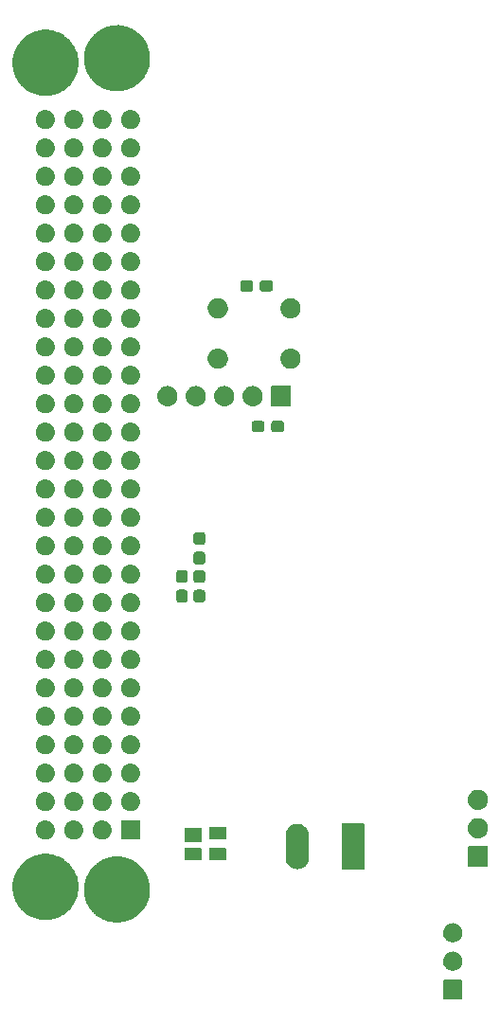
<source format=gts>
G04 #@! TF.GenerationSoftware,KiCad,Pcbnew,6.0.0-unknown-920f128~86~ubuntu18.04.1*
G04 #@! TF.CreationDate,2019-07-19T14:58:54-04:00*
G04 #@! TF.ProjectId,FOD,464f442e-6b69-4636-9164-5f7063625858,rev?*
G04 #@! TF.SameCoordinates,Original*
G04 #@! TF.FileFunction,Soldermask,Top*
G04 #@! TF.FilePolarity,Negative*
%FSLAX46Y46*%
G04 Gerber Fmt 4.6, Leading zero omitted, Abs format (unit mm)*
G04 Created by KiCad (PCBNEW 6.0.0-unknown-920f128~86~ubuntu18.04.1) date 2019-07-19 14:58:54*
%MOMM*%
%LPD*%
G04 APERTURE LIST*
%ADD10C,0.100000*%
G04 APERTURE END LIST*
D10*
G36*
X147819899Y-119191959D02*
G01*
X147836769Y-119203231D01*
X147848041Y-119220101D01*
X147854448Y-119252312D01*
X147854448Y-120827688D01*
X147851999Y-120840000D01*
X147848041Y-120859899D01*
X147836769Y-120876769D01*
X147819899Y-120888041D01*
X147800000Y-120891999D01*
X147787688Y-120894448D01*
X146212312Y-120894448D01*
X146180101Y-120888041D01*
X146163231Y-120876769D01*
X146151959Y-120859899D01*
X146145552Y-120827688D01*
X146145552Y-119252312D01*
X146151959Y-119220101D01*
X146163231Y-119203231D01*
X146180101Y-119191959D01*
X146212312Y-119185552D01*
X147787688Y-119185552D01*
X147819899Y-119191959D01*
X147819899Y-119191959D01*
G37*
G36*
X147002976Y-116647826D02*
G01*
X147044766Y-116645782D01*
X147089056Y-116652639D01*
X147139810Y-116655476D01*
X147180163Y-116666743D01*
X147215621Y-116672232D01*
X147263204Y-116689928D01*
X147317898Y-116705199D01*
X147349622Y-116722067D01*
X147377659Y-116732494D01*
X147425757Y-116762549D01*
X147481153Y-116792004D01*
X147503968Y-116811421D01*
X147524271Y-116824108D01*
X147569641Y-116867313D01*
X147621961Y-116911841D01*
X147636463Y-116930947D01*
X147649472Y-116943335D01*
X147688616Y-116999655D01*
X147733751Y-117059118D01*
X147741302Y-117075459D01*
X147748142Y-117085301D01*
X147777508Y-117153817D01*
X147811307Y-117226965D01*
X147813885Y-117238692D01*
X147816247Y-117244202D01*
X147832429Y-117323036D01*
X147851011Y-117407551D01*
X147850345Y-117598388D01*
X147831181Y-117682738D01*
X147814443Y-117761485D01*
X147812041Y-117766982D01*
X147809381Y-117778692D01*
X147775069Y-117851609D01*
X147745227Y-117919915D01*
X147738318Y-117929709D01*
X147730655Y-117945994D01*
X147685114Y-118005130D01*
X147645570Y-118061187D01*
X147632472Y-118073487D01*
X147617840Y-118092487D01*
X147565227Y-118136635D01*
X147519544Y-118179534D01*
X147499147Y-118192082D01*
X147476199Y-118211338D01*
X147420600Y-118240405D01*
X147372293Y-118270123D01*
X147344184Y-118280354D01*
X147312341Y-118297001D01*
X147257534Y-118311892D01*
X147209831Y-118329254D01*
X147174340Y-118334495D01*
X147133911Y-118345479D01*
X147083139Y-118347962D01*
X147038803Y-118354509D01*
X146997027Y-118352174D01*
X146949233Y-118354511D01*
X146904992Y-118347028D01*
X146866189Y-118344859D01*
X146819980Y-118332650D01*
X146766923Y-118323676D01*
X146730839Y-118309097D01*
X146699035Y-118300694D01*
X146650897Y-118276799D01*
X146595488Y-118254412D01*
X146568311Y-118235804D01*
X146544182Y-118223826D01*
X146497128Y-118187063D01*
X146442926Y-118149950D01*
X146424469Y-118130295D01*
X146407950Y-118117389D01*
X146365400Y-118067393D01*
X146316354Y-118015164D01*
X146305608Y-117997138D01*
X146295896Y-117985726D01*
X146261401Y-117922981D01*
X146221678Y-117856344D01*
X146216943Y-117842111D01*
X146212610Y-117834229D01*
X146189692Y-117760192D01*
X146163314Y-117680898D01*
X146162372Y-117671934D01*
X146161486Y-117669072D01*
X146153347Y-117586068D01*
X146143987Y-117497012D01*
X146153967Y-117408044D01*
X146162687Y-117325078D01*
X146163593Y-117322220D01*
X146164598Y-117313265D01*
X146191530Y-117234153D01*
X146214963Y-117160281D01*
X146219350Y-117152432D01*
X146224184Y-117138231D01*
X146264382Y-117071857D01*
X146299304Y-117009371D01*
X146309092Y-116998031D01*
X146319967Y-116980075D01*
X146369385Y-116928181D01*
X146412273Y-116878495D01*
X146428879Y-116865707D01*
X146447477Y-116846177D01*
X146501952Y-116809433D01*
X146549250Y-116773009D01*
X146573458Y-116761202D01*
X146600765Y-116742783D01*
X146656319Y-116720787D01*
X146704633Y-116697223D01*
X146736503Y-116689040D01*
X146772679Y-116674717D01*
X146825795Y-116666114D01*
X146872088Y-116654228D01*
X146910903Y-116652330D01*
X146955199Y-116645155D01*
X147002976Y-116647826D01*
X147002976Y-116647826D01*
G37*
G36*
X147002976Y-114107826D02*
G01*
X147044766Y-114105782D01*
X147089056Y-114112639D01*
X147139810Y-114115476D01*
X147180163Y-114126743D01*
X147215621Y-114132232D01*
X147263204Y-114149928D01*
X147317898Y-114165199D01*
X147349622Y-114182067D01*
X147377659Y-114192494D01*
X147425757Y-114222549D01*
X147481153Y-114252004D01*
X147503968Y-114271421D01*
X147524271Y-114284108D01*
X147569641Y-114327313D01*
X147621961Y-114371841D01*
X147636463Y-114390947D01*
X147649472Y-114403335D01*
X147688616Y-114459655D01*
X147733751Y-114519118D01*
X147741302Y-114535459D01*
X147748142Y-114545301D01*
X147777508Y-114613817D01*
X147811307Y-114686965D01*
X147813885Y-114698692D01*
X147816247Y-114704202D01*
X147832429Y-114783036D01*
X147851011Y-114867551D01*
X147850345Y-115058388D01*
X147831181Y-115142738D01*
X147814443Y-115221485D01*
X147812041Y-115226982D01*
X147809381Y-115238692D01*
X147775069Y-115311609D01*
X147745227Y-115379915D01*
X147738318Y-115389709D01*
X147730655Y-115405994D01*
X147685114Y-115465130D01*
X147645570Y-115521187D01*
X147632472Y-115533487D01*
X147617840Y-115552487D01*
X147565227Y-115596635D01*
X147519544Y-115639534D01*
X147499147Y-115652082D01*
X147476199Y-115671338D01*
X147420600Y-115700405D01*
X147372293Y-115730123D01*
X147344184Y-115740354D01*
X147312341Y-115757001D01*
X147257534Y-115771892D01*
X147209831Y-115789254D01*
X147174340Y-115794495D01*
X147133911Y-115805479D01*
X147083139Y-115807962D01*
X147038803Y-115814509D01*
X146997027Y-115812174D01*
X146949233Y-115814511D01*
X146904992Y-115807028D01*
X146866189Y-115804859D01*
X146819980Y-115792650D01*
X146766923Y-115783676D01*
X146730839Y-115769097D01*
X146699035Y-115760694D01*
X146650897Y-115736799D01*
X146595488Y-115714412D01*
X146568311Y-115695804D01*
X146544182Y-115683826D01*
X146497128Y-115647063D01*
X146442926Y-115609950D01*
X146424469Y-115590295D01*
X146407950Y-115577389D01*
X146365400Y-115527393D01*
X146316354Y-115475164D01*
X146305608Y-115457138D01*
X146295896Y-115445726D01*
X146261401Y-115382981D01*
X146221678Y-115316344D01*
X146216943Y-115302111D01*
X146212610Y-115294229D01*
X146189692Y-115220192D01*
X146163314Y-115140898D01*
X146162372Y-115131934D01*
X146161486Y-115129072D01*
X146153347Y-115046068D01*
X146143987Y-114957012D01*
X146153967Y-114868044D01*
X146162687Y-114785078D01*
X146163593Y-114782220D01*
X146164598Y-114773265D01*
X146191530Y-114694153D01*
X146214963Y-114620281D01*
X146219350Y-114612432D01*
X146224184Y-114598231D01*
X146264382Y-114531857D01*
X146299304Y-114469371D01*
X146309092Y-114458031D01*
X146319967Y-114440075D01*
X146369385Y-114388181D01*
X146412273Y-114338495D01*
X146428879Y-114325707D01*
X146447477Y-114306177D01*
X146501952Y-114269433D01*
X146549250Y-114233009D01*
X146573458Y-114221202D01*
X146600765Y-114202783D01*
X146656319Y-114180787D01*
X146704633Y-114157223D01*
X146736503Y-114149040D01*
X146772679Y-114134717D01*
X146825795Y-114126114D01*
X146872088Y-114114228D01*
X146910903Y-114112330D01*
X146955199Y-114105155D01*
X147002976Y-114107826D01*
X147002976Y-114107826D01*
G37*
G36*
X117069113Y-108142131D02*
G01*
X117103624Y-108141559D01*
X117234506Y-108154277D01*
X117370836Y-108164288D01*
X117405410Y-108170883D01*
X117437197Y-108173972D01*
X117568215Y-108201940D01*
X117705126Y-108228057D01*
X117736240Y-108237808D01*
X117764963Y-108243939D01*
X117894317Y-108287346D01*
X118029872Y-108329827D01*
X118057298Y-108342038D01*
X118082700Y-108350562D01*
X118208508Y-108409361D01*
X118340769Y-108468247D01*
X118364379Y-108482210D01*
X118386319Y-108492464D01*
X118506733Y-108566398D01*
X118633695Y-108641483D01*
X118653477Y-108656498D01*
X118671931Y-108667829D01*
X118785070Y-108756382D01*
X118904769Y-108847239D01*
X118920835Y-108862646D01*
X118935845Y-108874394D01*
X119039820Y-108976748D01*
X119150398Y-109082788D01*
X119162938Y-109097946D01*
X119174687Y-109109512D01*
X119267808Y-109224712D01*
X119367325Y-109345008D01*
X119376631Y-109359338D01*
X119385374Y-109370154D01*
X119465973Y-109496913D01*
X119552676Y-109630424D01*
X119559122Y-109643408D01*
X119565205Y-109652976D01*
X119631776Y-109789770D01*
X119703993Y-109935251D01*
X119708027Y-109946456D01*
X119711857Y-109954326D01*
X119762951Y-110099014D01*
X119819272Y-110255450D01*
X119821403Y-110264536D01*
X119823458Y-110270355D01*
X119857970Y-110420439D01*
X119896984Y-110586777D01*
X119897759Y-110593471D01*
X119898564Y-110596974D01*
X119915635Y-110747977D01*
X119936099Y-110924841D01*
X119935997Y-110928085D01*
X119936060Y-110928642D01*
X119925475Y-111395057D01*
X119920302Y-111427536D01*
X119919592Y-111450125D01*
X119894431Y-111589961D01*
X119872974Y-111724677D01*
X119865101Y-111752972D01*
X119859326Y-111785065D01*
X119819040Y-111918498D01*
X119783126Y-112047564D01*
X119771137Y-112077164D01*
X119760964Y-112110858D01*
X119706675Y-112236312D01*
X119657307Y-112358196D01*
X119640811Y-112388514D01*
X119625807Y-112423187D01*
X119558803Y-112539241D01*
X119497132Y-112652589D01*
X119475827Y-112682959D01*
X119455647Y-112717912D01*
X119377334Y-112823361D01*
X119304659Y-112926959D01*
X119278349Y-112956645D01*
X119252741Y-112991126D01*
X119164631Y-113084954D01*
X119082370Y-113177769D01*
X119050957Y-113206004D01*
X119019777Y-113239207D01*
X118923458Y-113320603D01*
X118833108Y-113401812D01*
X118796614Y-113427795D01*
X118759843Y-113458869D01*
X118657001Y-113527197D01*
X118560081Y-113596202D01*
X118518618Y-113619138D01*
X118476384Y-113647198D01*
X118368731Y-113702050D01*
X118266825Y-113758421D01*
X118220664Y-113777494D01*
X118173158Y-113801700D01*
X118062341Y-113842912D01*
X117957071Y-113886409D01*
X117906575Y-113900841D01*
X117854183Y-113920325D01*
X117741915Y-113947900D01*
X117634828Y-113978506D01*
X117580486Y-113987551D01*
X117523688Y-114001502D01*
X117411592Y-114015663D01*
X117304221Y-114033535D01*
X117246635Y-114036503D01*
X117186053Y-114044156D01*
X117075701Y-114045311D01*
X116969525Y-114050783D01*
X116909395Y-114047053D01*
X116845753Y-114047719D01*
X116738601Y-114036457D01*
X116635022Y-114030031D01*
X116573174Y-114019070D01*
X116507299Y-114012146D01*
X116404674Y-113989207D01*
X116305008Y-113971543D01*
X116242348Y-113952923D01*
X116175176Y-113937908D01*
X116078322Y-113904180D01*
X115983758Y-113876079D01*
X115921256Y-113849484D01*
X115853787Y-113825989D01*
X115763770Y-113782473D01*
X115675357Y-113744853D01*
X115614040Y-113710091D01*
X115547392Y-113677872D01*
X115465178Y-113625697D01*
X115383807Y-113579566D01*
X115324740Y-113536573D01*
X115260052Y-113495520D01*
X115186396Y-113435874D01*
X115112835Y-113382331D01*
X115057126Y-113331194D01*
X114995574Y-113281350D01*
X114931091Y-113215502D01*
X114865938Y-113155696D01*
X114814684Y-113096631D01*
X114757466Y-113038202D01*
X114702576Y-112967438D01*
X114646287Y-112902571D01*
X114600600Y-112835972D01*
X114548882Y-112769297D01*
X114503825Y-112694899D01*
X114456695Y-112626196D01*
X114417646Y-112552600D01*
X114372588Y-112478201D01*
X114337460Y-112401474D01*
X114299610Y-112330139D01*
X114268205Y-112250209D01*
X114230920Y-112168771D01*
X114205648Y-112090992D01*
X114177051Y-112018208D01*
X114154235Y-111932759D01*
X114125756Y-111845109D01*
X114110101Y-111767469D01*
X114090591Y-111694401D01*
X114077221Y-111604404D01*
X114058489Y-111511504D01*
X114052078Y-111435160D01*
X114041343Y-111362898D01*
X114038160Y-111269409D01*
X114030012Y-111172379D01*
X114032337Y-111098397D01*
X114029938Y-111027937D01*
X114037562Y-110932133D01*
X114040702Y-110832228D01*
X114051136Y-110761567D01*
X114056525Y-110693853D01*
X114075431Y-110597039D01*
X114090416Y-110495561D01*
X114108235Y-110429060D01*
X114120762Y-110364912D01*
X114151276Y-110268428D01*
X114178497Y-110166838D01*
X114202888Y-110105234D01*
X114221822Y-110045365D01*
X114264103Y-109950623D01*
X114303777Y-109850418D01*
X114333859Y-109794316D01*
X114358406Y-109739311D01*
X114412443Y-109647757D01*
X114464595Y-109550494D01*
X114499444Y-109500353D01*
X114528757Y-109450688D01*
X114594341Y-109363813D01*
X114658819Y-109271041D01*
X114697494Y-109227173D01*
X114730685Y-109183207D01*
X114807424Y-109102483D01*
X114883876Y-109015765D01*
X114925417Y-108978361D01*
X114961602Y-108940297D01*
X115048926Y-108867153D01*
X115136782Y-108788047D01*
X115180234Y-108757167D01*
X115218524Y-108725095D01*
X115315683Y-108660909D01*
X115414185Y-108590907D01*
X115458632Y-108566472D01*
X115498167Y-108540354D01*
X115604239Y-108486424D01*
X115712409Y-108426957D01*
X115756961Y-108408776D01*
X115796913Y-108388463D01*
X115910784Y-108346002D01*
X116027500Y-108298371D01*
X116071359Y-108286125D01*
X116110940Y-108271366D01*
X116231313Y-108241465D01*
X116355282Y-108206852D01*
X116397703Y-108200133D01*
X116436198Y-108190571D01*
X116561671Y-108174164D01*
X116691411Y-108153615D01*
X116731738Y-108151925D01*
X116768520Y-108147115D01*
X116897533Y-108144976D01*
X117031431Y-108139364D01*
X117069113Y-108142131D01*
X117069113Y-108142131D01*
G37*
G36*
X110679113Y-107912131D02*
G01*
X110713624Y-107911559D01*
X110844506Y-107924277D01*
X110980836Y-107934288D01*
X111015410Y-107940883D01*
X111047197Y-107943972D01*
X111178215Y-107971940D01*
X111315126Y-107998057D01*
X111346240Y-108007808D01*
X111374963Y-108013939D01*
X111504317Y-108057346D01*
X111639872Y-108099827D01*
X111667298Y-108112038D01*
X111692700Y-108120562D01*
X111818508Y-108179361D01*
X111950769Y-108238247D01*
X111974379Y-108252210D01*
X111996319Y-108262464D01*
X112116733Y-108336398D01*
X112243695Y-108411483D01*
X112263477Y-108426498D01*
X112281931Y-108437829D01*
X112395070Y-108526382D01*
X112514769Y-108617239D01*
X112530835Y-108632646D01*
X112545845Y-108644394D01*
X112649820Y-108746748D01*
X112760398Y-108852788D01*
X112772938Y-108867946D01*
X112784687Y-108879512D01*
X112877808Y-108994712D01*
X112977325Y-109115008D01*
X112986631Y-109129338D01*
X112995374Y-109140154D01*
X113075973Y-109266913D01*
X113162676Y-109400424D01*
X113169122Y-109413408D01*
X113175205Y-109422976D01*
X113241776Y-109559770D01*
X113313993Y-109705251D01*
X113318027Y-109716456D01*
X113321857Y-109724326D01*
X113372951Y-109869014D01*
X113429272Y-110025450D01*
X113431403Y-110034536D01*
X113433458Y-110040355D01*
X113467970Y-110190439D01*
X113506984Y-110356777D01*
X113507759Y-110363471D01*
X113508564Y-110366974D01*
X113525635Y-110517977D01*
X113546099Y-110694841D01*
X113545997Y-110698085D01*
X113546060Y-110698642D01*
X113535475Y-111165057D01*
X113530302Y-111197536D01*
X113529592Y-111220125D01*
X113504431Y-111359961D01*
X113482974Y-111494677D01*
X113475101Y-111522972D01*
X113469326Y-111555065D01*
X113429040Y-111688498D01*
X113393126Y-111817564D01*
X113381137Y-111847164D01*
X113370964Y-111880858D01*
X113316675Y-112006312D01*
X113267307Y-112128196D01*
X113250811Y-112158514D01*
X113235807Y-112193187D01*
X113168803Y-112309241D01*
X113107132Y-112422589D01*
X113085827Y-112452959D01*
X113065647Y-112487912D01*
X112987334Y-112593361D01*
X112914659Y-112696959D01*
X112888349Y-112726645D01*
X112862741Y-112761126D01*
X112774631Y-112854954D01*
X112692370Y-112947769D01*
X112660957Y-112976004D01*
X112629777Y-113009207D01*
X112533458Y-113090603D01*
X112443108Y-113171812D01*
X112406614Y-113197795D01*
X112369843Y-113228869D01*
X112267001Y-113297197D01*
X112170081Y-113366202D01*
X112128618Y-113389138D01*
X112086384Y-113417198D01*
X111978731Y-113472050D01*
X111876825Y-113528421D01*
X111830664Y-113547494D01*
X111783158Y-113571700D01*
X111672341Y-113612912D01*
X111567071Y-113656409D01*
X111516575Y-113670841D01*
X111464183Y-113690325D01*
X111351915Y-113717900D01*
X111244828Y-113748506D01*
X111190486Y-113757551D01*
X111133688Y-113771502D01*
X111021592Y-113785663D01*
X110914221Y-113803535D01*
X110856635Y-113806503D01*
X110796053Y-113814156D01*
X110685701Y-113815311D01*
X110579525Y-113820783D01*
X110519395Y-113817053D01*
X110455753Y-113817719D01*
X110348601Y-113806457D01*
X110245022Y-113800031D01*
X110183174Y-113789070D01*
X110117299Y-113782146D01*
X110014674Y-113759207D01*
X109915008Y-113741543D01*
X109852348Y-113722923D01*
X109785176Y-113707908D01*
X109688322Y-113674180D01*
X109593758Y-113646079D01*
X109531256Y-113619484D01*
X109463787Y-113595989D01*
X109373770Y-113552473D01*
X109285357Y-113514853D01*
X109224040Y-113480091D01*
X109157392Y-113447872D01*
X109075178Y-113395697D01*
X108993807Y-113349566D01*
X108934740Y-113306573D01*
X108870052Y-113265520D01*
X108796396Y-113205874D01*
X108722835Y-113152331D01*
X108667126Y-113101194D01*
X108605574Y-113051350D01*
X108541091Y-112985502D01*
X108475938Y-112925696D01*
X108424684Y-112866631D01*
X108367466Y-112808202D01*
X108312576Y-112737438D01*
X108256287Y-112672571D01*
X108210600Y-112605972D01*
X108158882Y-112539297D01*
X108113825Y-112464899D01*
X108066695Y-112396196D01*
X108027646Y-112322600D01*
X107982588Y-112248201D01*
X107947460Y-112171474D01*
X107909610Y-112100139D01*
X107878205Y-112020209D01*
X107840920Y-111938771D01*
X107815648Y-111860992D01*
X107787051Y-111788208D01*
X107764235Y-111702759D01*
X107735756Y-111615109D01*
X107720101Y-111537469D01*
X107700591Y-111464401D01*
X107687221Y-111374404D01*
X107668489Y-111281504D01*
X107662078Y-111205160D01*
X107651343Y-111132898D01*
X107648160Y-111039409D01*
X107640012Y-110942379D01*
X107642337Y-110868397D01*
X107639938Y-110797937D01*
X107647562Y-110702133D01*
X107650702Y-110602228D01*
X107661136Y-110531567D01*
X107666525Y-110463853D01*
X107685431Y-110367039D01*
X107700416Y-110265561D01*
X107718235Y-110199060D01*
X107730762Y-110134912D01*
X107761276Y-110038428D01*
X107788497Y-109936838D01*
X107812888Y-109875234D01*
X107831822Y-109815365D01*
X107874103Y-109720623D01*
X107913777Y-109620418D01*
X107943859Y-109564316D01*
X107968406Y-109509311D01*
X108022443Y-109417757D01*
X108074595Y-109320494D01*
X108109444Y-109270353D01*
X108138757Y-109220688D01*
X108204341Y-109133813D01*
X108268819Y-109041041D01*
X108307494Y-108997173D01*
X108340685Y-108953207D01*
X108417424Y-108872483D01*
X108493876Y-108785765D01*
X108535417Y-108748361D01*
X108571602Y-108710297D01*
X108658926Y-108637153D01*
X108746782Y-108558047D01*
X108790234Y-108527167D01*
X108828524Y-108495095D01*
X108925683Y-108430909D01*
X109024185Y-108360907D01*
X109068632Y-108336472D01*
X109108167Y-108310354D01*
X109214239Y-108256424D01*
X109322409Y-108196957D01*
X109366961Y-108178776D01*
X109406913Y-108158463D01*
X109520784Y-108116002D01*
X109637500Y-108068371D01*
X109681359Y-108056125D01*
X109720940Y-108041366D01*
X109841313Y-108011465D01*
X109965282Y-107976852D01*
X110007703Y-107970133D01*
X110046198Y-107960571D01*
X110171671Y-107944164D01*
X110301411Y-107923615D01*
X110341738Y-107921925D01*
X110378520Y-107917115D01*
X110507533Y-107914976D01*
X110641431Y-107909364D01*
X110679113Y-107912131D01*
X110679113Y-107912131D01*
G37*
G36*
X133160934Y-105219626D02*
G01*
X133209280Y-105220259D01*
X133256704Y-105229692D01*
X133310335Y-105235329D01*
X133355801Y-105249403D01*
X133396930Y-105257584D01*
X133447826Y-105277890D01*
X133505355Y-105295698D01*
X133541648Y-105315321D01*
X133574632Y-105328481D01*
X133626433Y-105361164D01*
X133684936Y-105392797D01*
X133711830Y-105415045D01*
X133736440Y-105430573D01*
X133786185Y-105476557D01*
X133842237Y-105522927D01*
X133860280Y-105545050D01*
X133876934Y-105560445D01*
X133921397Y-105619987D01*
X133971266Y-105681133D01*
X133981672Y-105700704D01*
X133991411Y-105713746D01*
X134027273Y-105786468D01*
X134067108Y-105861387D01*
X134071670Y-105876496D01*
X134076028Y-105885334D01*
X134099994Y-105970310D01*
X134126114Y-106056824D01*
X134127031Y-106066176D01*
X134127962Y-106069477D01*
X134137008Y-106167931D01*
X134141000Y-106208640D01*
X134141000Y-108287915D01*
X134123178Y-108457483D01*
X134095209Y-108545653D01*
X134065888Y-108640081D01*
X134064292Y-108643114D01*
X134061449Y-108652077D01*
X134017892Y-108731306D01*
X133976803Y-108809404D01*
X133970704Y-108817140D01*
X133963098Y-108830976D01*
X133908531Y-108896007D01*
X133858356Y-108959653D01*
X133846125Y-108970380D01*
X133831873Y-108987364D01*
X133770375Y-109036810D01*
X133714510Y-109085802D01*
X133695019Y-109097398D01*
X133672771Y-109115286D01*
X133608303Y-109148989D01*
X133550085Y-109183625D01*
X133522784Y-109193697D01*
X133491851Y-109209868D01*
X133428045Y-109228647D01*
X133370590Y-109249843D01*
X133335597Y-109255856D01*
X133296007Y-109267508D01*
X133236016Y-109272968D01*
X133182021Y-109282246D01*
X133140099Y-109281697D01*
X133092697Y-109286011D01*
X133039066Y-109280374D01*
X132990720Y-109279741D01*
X132943296Y-109270308D01*
X132889665Y-109264671D01*
X132844199Y-109250597D01*
X132803070Y-109242416D01*
X132752174Y-109222110D01*
X132694645Y-109204302D01*
X132658352Y-109184679D01*
X132625368Y-109171519D01*
X132573567Y-109138836D01*
X132515064Y-109107203D01*
X132488170Y-109084955D01*
X132463560Y-109069427D01*
X132413815Y-109023443D01*
X132357763Y-108977073D01*
X132339720Y-108954950D01*
X132323066Y-108939555D01*
X132278611Y-108880023D01*
X132228734Y-108818867D01*
X132218324Y-108799288D01*
X132208590Y-108786253D01*
X132172738Y-108713552D01*
X132132892Y-108638612D01*
X132128330Y-108623502D01*
X132123972Y-108614665D01*
X132100006Y-108529689D01*
X132073886Y-108443175D01*
X132072969Y-108433823D01*
X132072038Y-108430522D01*
X132062992Y-108332068D01*
X132059000Y-108291359D01*
X132059001Y-106212085D01*
X132076823Y-106042517D01*
X132104792Y-105954347D01*
X132134113Y-105859919D01*
X132135709Y-105856886D01*
X132138552Y-105847923D01*
X132182109Y-105768694D01*
X132223198Y-105690596D01*
X132229297Y-105682860D01*
X132236903Y-105669024D01*
X132291470Y-105603993D01*
X132341645Y-105540347D01*
X132353876Y-105529620D01*
X132368128Y-105512636D01*
X132429626Y-105463190D01*
X132485491Y-105414198D01*
X132504982Y-105402602D01*
X132527230Y-105384714D01*
X132591696Y-105351012D01*
X132649915Y-105316375D01*
X132677216Y-105306303D01*
X132708149Y-105290132D01*
X132771955Y-105271353D01*
X132829410Y-105250157D01*
X132864403Y-105244144D01*
X132903993Y-105232492D01*
X132963984Y-105227032D01*
X133017979Y-105217754D01*
X133059901Y-105218303D01*
X133107303Y-105213989D01*
X133160934Y-105219626D01*
X133160934Y-105219626D01*
G37*
G36*
X139109899Y-105221959D02*
G01*
X139126769Y-105233231D01*
X139138041Y-105250101D01*
X139144448Y-105282312D01*
X139144448Y-109217688D01*
X139141999Y-109230000D01*
X139138041Y-109249899D01*
X139126769Y-109266769D01*
X139109899Y-109278041D01*
X139090000Y-109281999D01*
X139077688Y-109284448D01*
X137122312Y-109284448D01*
X137090101Y-109278041D01*
X137073231Y-109266769D01*
X137061959Y-109249899D01*
X137055552Y-109217688D01*
X137055552Y-105282312D01*
X137061959Y-105250101D01*
X137073231Y-105233231D01*
X137090101Y-105221959D01*
X137122312Y-105215552D01*
X139077688Y-105215552D01*
X139109899Y-105221959D01*
X139109899Y-105221959D01*
G37*
G36*
X150119899Y-107251959D02*
G01*
X150136769Y-107263231D01*
X150148041Y-107280101D01*
X150154448Y-107312312D01*
X150154448Y-108987688D01*
X150151999Y-109000000D01*
X150148041Y-109019899D01*
X150136769Y-109036769D01*
X150119899Y-109048041D01*
X150100000Y-109051999D01*
X150087688Y-109054448D01*
X148412312Y-109054448D01*
X148380101Y-109048041D01*
X148363231Y-109036769D01*
X148351959Y-109019899D01*
X148345552Y-108987688D01*
X148345552Y-107312312D01*
X148351959Y-107280101D01*
X148363231Y-107263231D01*
X148380101Y-107251959D01*
X148412312Y-107245552D01*
X150087688Y-107245552D01*
X150119899Y-107251959D01*
X150119899Y-107251959D01*
G37*
G36*
X126694899Y-107401959D02*
G01*
X126711769Y-107413231D01*
X126723041Y-107430101D01*
X126729448Y-107462312D01*
X126729448Y-108437688D01*
X126726999Y-108450000D01*
X126723041Y-108469899D01*
X126711769Y-108486769D01*
X126694899Y-108498041D01*
X126675000Y-108501999D01*
X126662688Y-108504448D01*
X125287312Y-108504448D01*
X125255101Y-108498041D01*
X125238231Y-108486769D01*
X125226959Y-108469899D01*
X125220552Y-108437688D01*
X125220552Y-107462312D01*
X125226959Y-107430101D01*
X125238231Y-107413231D01*
X125255101Y-107401959D01*
X125287312Y-107395552D01*
X126662688Y-107395552D01*
X126694899Y-107401959D01*
X126694899Y-107401959D01*
G37*
G36*
X124494899Y-107401959D02*
G01*
X124511769Y-107413231D01*
X124523041Y-107430101D01*
X124529448Y-107462312D01*
X124529448Y-108437688D01*
X124526999Y-108450000D01*
X124523041Y-108469899D01*
X124511769Y-108486769D01*
X124494899Y-108498041D01*
X124475000Y-108501999D01*
X124462688Y-108504448D01*
X123087312Y-108504448D01*
X123055101Y-108498041D01*
X123038231Y-108486769D01*
X123026959Y-108469899D01*
X123020552Y-108437688D01*
X123020552Y-107462312D01*
X123026959Y-107430101D01*
X123038231Y-107413231D01*
X123055101Y-107401959D01*
X123087312Y-107395552D01*
X124462688Y-107395552D01*
X124494899Y-107401959D01*
X124494899Y-107401959D01*
G37*
G36*
X124494899Y-105581959D02*
G01*
X124511769Y-105593231D01*
X124523041Y-105610101D01*
X124529448Y-105642312D01*
X124529448Y-106817688D01*
X124526999Y-106830000D01*
X124523041Y-106849899D01*
X124511769Y-106866769D01*
X124494899Y-106878041D01*
X124475000Y-106881999D01*
X124462688Y-106884448D01*
X123087312Y-106884448D01*
X123055101Y-106878041D01*
X123038231Y-106866769D01*
X123026959Y-106849899D01*
X123020552Y-106817688D01*
X123020552Y-105642312D01*
X123026959Y-105610101D01*
X123038231Y-105593231D01*
X123055101Y-105581959D01*
X123087312Y-105575552D01*
X124462688Y-105575552D01*
X124494899Y-105581959D01*
X124494899Y-105581959D01*
G37*
G36*
X115657976Y-104932826D02*
G01*
X115699766Y-104930782D01*
X115744056Y-104937639D01*
X115794810Y-104940476D01*
X115835163Y-104951743D01*
X115870621Y-104957232D01*
X115918204Y-104974928D01*
X115972898Y-104990199D01*
X116004622Y-105007067D01*
X116032659Y-105017494D01*
X116080757Y-105047549D01*
X116136153Y-105077004D01*
X116158968Y-105096421D01*
X116179271Y-105109108D01*
X116224641Y-105152313D01*
X116276961Y-105196841D01*
X116291463Y-105215947D01*
X116304472Y-105228335D01*
X116343616Y-105284655D01*
X116388751Y-105344118D01*
X116396302Y-105360459D01*
X116403142Y-105370301D01*
X116432508Y-105438817D01*
X116466307Y-105511965D01*
X116468885Y-105523692D01*
X116471247Y-105529202D01*
X116487429Y-105608036D01*
X116506011Y-105692551D01*
X116505345Y-105883388D01*
X116486181Y-105967738D01*
X116469443Y-106046485D01*
X116467041Y-106051982D01*
X116464381Y-106063692D01*
X116430069Y-106136609D01*
X116400227Y-106204915D01*
X116393318Y-106214709D01*
X116385655Y-106230994D01*
X116340114Y-106290130D01*
X116300570Y-106346187D01*
X116287472Y-106358487D01*
X116272840Y-106377487D01*
X116220227Y-106421635D01*
X116174544Y-106464534D01*
X116154147Y-106477082D01*
X116131199Y-106496338D01*
X116075600Y-106525405D01*
X116027293Y-106555123D01*
X115999184Y-106565354D01*
X115967341Y-106582001D01*
X115912534Y-106596892D01*
X115864831Y-106614254D01*
X115829340Y-106619495D01*
X115788911Y-106630479D01*
X115738139Y-106632962D01*
X115693803Y-106639509D01*
X115652027Y-106637174D01*
X115604233Y-106639511D01*
X115559992Y-106632028D01*
X115521189Y-106629859D01*
X115474980Y-106617650D01*
X115421923Y-106608676D01*
X115385839Y-106594097D01*
X115354035Y-106585694D01*
X115305897Y-106561799D01*
X115250488Y-106539412D01*
X115223311Y-106520804D01*
X115199182Y-106508826D01*
X115152128Y-106472063D01*
X115097926Y-106434950D01*
X115079469Y-106415295D01*
X115062950Y-106402389D01*
X115020400Y-106352393D01*
X114971354Y-106300164D01*
X114960608Y-106282138D01*
X114950896Y-106270726D01*
X114916401Y-106207981D01*
X114876678Y-106141344D01*
X114871943Y-106127111D01*
X114867610Y-106119229D01*
X114844692Y-106045192D01*
X114818314Y-105965898D01*
X114817372Y-105956934D01*
X114816486Y-105954072D01*
X114808347Y-105871068D01*
X114798987Y-105782012D01*
X114808967Y-105693044D01*
X114817687Y-105610078D01*
X114818593Y-105607220D01*
X114819598Y-105598265D01*
X114846530Y-105519153D01*
X114869963Y-105445281D01*
X114874350Y-105437432D01*
X114879184Y-105423231D01*
X114919382Y-105356857D01*
X114954304Y-105294371D01*
X114964092Y-105283031D01*
X114974967Y-105265075D01*
X115024385Y-105213181D01*
X115067273Y-105163495D01*
X115083879Y-105150707D01*
X115102477Y-105131177D01*
X115156952Y-105094433D01*
X115204250Y-105058009D01*
X115228458Y-105046202D01*
X115255765Y-105027783D01*
X115311319Y-105005787D01*
X115359633Y-104982223D01*
X115391503Y-104974040D01*
X115427679Y-104959717D01*
X115480795Y-104951114D01*
X115527088Y-104939228D01*
X115565903Y-104937330D01*
X115610199Y-104930155D01*
X115657976Y-104932826D01*
X115657976Y-104932826D01*
G37*
G36*
X113117976Y-104932826D02*
G01*
X113159766Y-104930782D01*
X113204056Y-104937639D01*
X113254810Y-104940476D01*
X113295163Y-104951743D01*
X113330621Y-104957232D01*
X113378204Y-104974928D01*
X113432898Y-104990199D01*
X113464622Y-105007067D01*
X113492659Y-105017494D01*
X113540757Y-105047549D01*
X113596153Y-105077004D01*
X113618968Y-105096421D01*
X113639271Y-105109108D01*
X113684641Y-105152313D01*
X113736961Y-105196841D01*
X113751463Y-105215947D01*
X113764472Y-105228335D01*
X113803616Y-105284655D01*
X113848751Y-105344118D01*
X113856302Y-105360459D01*
X113863142Y-105370301D01*
X113892508Y-105438817D01*
X113926307Y-105511965D01*
X113928885Y-105523692D01*
X113931247Y-105529202D01*
X113947429Y-105608036D01*
X113966011Y-105692551D01*
X113965345Y-105883388D01*
X113946181Y-105967738D01*
X113929443Y-106046485D01*
X113927041Y-106051982D01*
X113924381Y-106063692D01*
X113890069Y-106136609D01*
X113860227Y-106204915D01*
X113853318Y-106214709D01*
X113845655Y-106230994D01*
X113800114Y-106290130D01*
X113760570Y-106346187D01*
X113747472Y-106358487D01*
X113732840Y-106377487D01*
X113680227Y-106421635D01*
X113634544Y-106464534D01*
X113614147Y-106477082D01*
X113591199Y-106496338D01*
X113535600Y-106525405D01*
X113487293Y-106555123D01*
X113459184Y-106565354D01*
X113427341Y-106582001D01*
X113372534Y-106596892D01*
X113324831Y-106614254D01*
X113289340Y-106619495D01*
X113248911Y-106630479D01*
X113198139Y-106632962D01*
X113153803Y-106639509D01*
X113112027Y-106637174D01*
X113064233Y-106639511D01*
X113019992Y-106632028D01*
X112981189Y-106629859D01*
X112934980Y-106617650D01*
X112881923Y-106608676D01*
X112845839Y-106594097D01*
X112814035Y-106585694D01*
X112765897Y-106561799D01*
X112710488Y-106539412D01*
X112683311Y-106520804D01*
X112659182Y-106508826D01*
X112612128Y-106472063D01*
X112557926Y-106434950D01*
X112539469Y-106415295D01*
X112522950Y-106402389D01*
X112480400Y-106352393D01*
X112431354Y-106300164D01*
X112420608Y-106282138D01*
X112410896Y-106270726D01*
X112376401Y-106207981D01*
X112336678Y-106141344D01*
X112331943Y-106127111D01*
X112327610Y-106119229D01*
X112304692Y-106045192D01*
X112278314Y-105965898D01*
X112277372Y-105956934D01*
X112276486Y-105954072D01*
X112268347Y-105871068D01*
X112258987Y-105782012D01*
X112268967Y-105693044D01*
X112277687Y-105610078D01*
X112278593Y-105607220D01*
X112279598Y-105598265D01*
X112306530Y-105519153D01*
X112329963Y-105445281D01*
X112334350Y-105437432D01*
X112339184Y-105423231D01*
X112379382Y-105356857D01*
X112414304Y-105294371D01*
X112424092Y-105283031D01*
X112434967Y-105265075D01*
X112484385Y-105213181D01*
X112527273Y-105163495D01*
X112543879Y-105150707D01*
X112562477Y-105131177D01*
X112616952Y-105094433D01*
X112664250Y-105058009D01*
X112688458Y-105046202D01*
X112715765Y-105027783D01*
X112771319Y-105005787D01*
X112819633Y-104982223D01*
X112851503Y-104974040D01*
X112887679Y-104959717D01*
X112940795Y-104951114D01*
X112987088Y-104939228D01*
X113025903Y-104937330D01*
X113070199Y-104930155D01*
X113117976Y-104932826D01*
X113117976Y-104932826D01*
G37*
G36*
X110577976Y-104932826D02*
G01*
X110619766Y-104930782D01*
X110664056Y-104937639D01*
X110714810Y-104940476D01*
X110755163Y-104951743D01*
X110790621Y-104957232D01*
X110838204Y-104974928D01*
X110892898Y-104990199D01*
X110924622Y-105007067D01*
X110952659Y-105017494D01*
X111000757Y-105047549D01*
X111056153Y-105077004D01*
X111078968Y-105096421D01*
X111099271Y-105109108D01*
X111144641Y-105152313D01*
X111196961Y-105196841D01*
X111211463Y-105215947D01*
X111224472Y-105228335D01*
X111263616Y-105284655D01*
X111308751Y-105344118D01*
X111316302Y-105360459D01*
X111323142Y-105370301D01*
X111352508Y-105438817D01*
X111386307Y-105511965D01*
X111388885Y-105523692D01*
X111391247Y-105529202D01*
X111407429Y-105608036D01*
X111426011Y-105692551D01*
X111425345Y-105883388D01*
X111406181Y-105967738D01*
X111389443Y-106046485D01*
X111387041Y-106051982D01*
X111384381Y-106063692D01*
X111350069Y-106136609D01*
X111320227Y-106204915D01*
X111313318Y-106214709D01*
X111305655Y-106230994D01*
X111260114Y-106290130D01*
X111220570Y-106346187D01*
X111207472Y-106358487D01*
X111192840Y-106377487D01*
X111140227Y-106421635D01*
X111094544Y-106464534D01*
X111074147Y-106477082D01*
X111051199Y-106496338D01*
X110995600Y-106525405D01*
X110947293Y-106555123D01*
X110919184Y-106565354D01*
X110887341Y-106582001D01*
X110832534Y-106596892D01*
X110784831Y-106614254D01*
X110749340Y-106619495D01*
X110708911Y-106630479D01*
X110658139Y-106632962D01*
X110613803Y-106639509D01*
X110572027Y-106637174D01*
X110524233Y-106639511D01*
X110479992Y-106632028D01*
X110441189Y-106629859D01*
X110394980Y-106617650D01*
X110341923Y-106608676D01*
X110305839Y-106594097D01*
X110274035Y-106585694D01*
X110225897Y-106561799D01*
X110170488Y-106539412D01*
X110143311Y-106520804D01*
X110119182Y-106508826D01*
X110072128Y-106472063D01*
X110017926Y-106434950D01*
X109999469Y-106415295D01*
X109982950Y-106402389D01*
X109940400Y-106352393D01*
X109891354Y-106300164D01*
X109880608Y-106282138D01*
X109870896Y-106270726D01*
X109836401Y-106207981D01*
X109796678Y-106141344D01*
X109791943Y-106127111D01*
X109787610Y-106119229D01*
X109764692Y-106045192D01*
X109738314Y-105965898D01*
X109737372Y-105956934D01*
X109736486Y-105954072D01*
X109728347Y-105871068D01*
X109718987Y-105782012D01*
X109728967Y-105693044D01*
X109737687Y-105610078D01*
X109738593Y-105607220D01*
X109739598Y-105598265D01*
X109766530Y-105519153D01*
X109789963Y-105445281D01*
X109794350Y-105437432D01*
X109799184Y-105423231D01*
X109839382Y-105356857D01*
X109874304Y-105294371D01*
X109884092Y-105283031D01*
X109894967Y-105265075D01*
X109944385Y-105213181D01*
X109987273Y-105163495D01*
X110003879Y-105150707D01*
X110022477Y-105131177D01*
X110076952Y-105094433D01*
X110124250Y-105058009D01*
X110148458Y-105046202D01*
X110175765Y-105027783D01*
X110231319Y-105005787D01*
X110279633Y-104982223D01*
X110311503Y-104974040D01*
X110347679Y-104959717D01*
X110400795Y-104951114D01*
X110447088Y-104939228D01*
X110485903Y-104937330D01*
X110530199Y-104930155D01*
X110577976Y-104932826D01*
X110577976Y-104932826D01*
G37*
G36*
X119014899Y-104936959D02*
G01*
X119031769Y-104948231D01*
X119043041Y-104965101D01*
X119049448Y-104997312D01*
X119049448Y-106572688D01*
X119046999Y-106585000D01*
X119043041Y-106604899D01*
X119031769Y-106621769D01*
X119014899Y-106633041D01*
X118995000Y-106636999D01*
X118982688Y-106639448D01*
X117407312Y-106639448D01*
X117375101Y-106633041D01*
X117358231Y-106621769D01*
X117346959Y-106604899D01*
X117340552Y-106572688D01*
X117340552Y-104997312D01*
X117346959Y-104965101D01*
X117358231Y-104948231D01*
X117375101Y-104936959D01*
X117407312Y-104930552D01*
X118982688Y-104930552D01*
X119014899Y-104936959D01*
X119014899Y-104936959D01*
G37*
G36*
X126694899Y-105501959D02*
G01*
X126711769Y-105513231D01*
X126723041Y-105530101D01*
X126729448Y-105562312D01*
X126729448Y-106537688D01*
X126726999Y-106550000D01*
X126723041Y-106569899D01*
X126711769Y-106586769D01*
X126694899Y-106598041D01*
X126675000Y-106601999D01*
X126662688Y-106604448D01*
X125287312Y-106604448D01*
X125255101Y-106598041D01*
X125238231Y-106586769D01*
X125226959Y-106569899D01*
X125220552Y-106537688D01*
X125220552Y-105562312D01*
X125226959Y-105530101D01*
X125238231Y-105513231D01*
X125255101Y-105501959D01*
X125287312Y-105495552D01*
X126662688Y-105495552D01*
X126694899Y-105501959D01*
X126694899Y-105501959D01*
G37*
G36*
X149438360Y-104723835D02*
G01*
X149519397Y-104750166D01*
X149606663Y-104777848D01*
X149609655Y-104779493D01*
X149618488Y-104782363D01*
X149690466Y-104823919D01*
X149761499Y-104862970D01*
X149768986Y-104869253D01*
X149782511Y-104877061D01*
X149840259Y-104929057D01*
X149896857Y-104976549D01*
X149906962Y-104989118D01*
X149923261Y-105003793D01*
X149965454Y-105061867D01*
X150007579Y-105114260D01*
X150017994Y-105134182D01*
X150034586Y-105157019D01*
X150061297Y-105217012D01*
X150089439Y-105270843D01*
X150097582Y-105298510D01*
X150111621Y-105330042D01*
X150123992Y-105388241D01*
X150139328Y-105440349D01*
X150142518Y-105475401D01*
X150150999Y-105515301D01*
X150150999Y-105568592D01*
X150155343Y-105616324D01*
X150150999Y-105657653D01*
X150150999Y-105704699D01*
X150141217Y-105750721D01*
X150136873Y-105792047D01*
X150122702Y-105837827D01*
X150111621Y-105889958D01*
X150095028Y-105927226D01*
X150084622Y-105960843D01*
X150058789Y-106008620D01*
X150034586Y-106062981D01*
X150014298Y-106090905D01*
X150000580Y-106116276D01*
X149961859Y-106163082D01*
X149923261Y-106216207D01*
X149902284Y-106235095D01*
X149887952Y-106252419D01*
X149835845Y-106294917D01*
X149782511Y-106342939D01*
X149763524Y-106353901D01*
X149751025Y-106364095D01*
X149685780Y-106398786D01*
X149618488Y-106437637D01*
X149603636Y-106442463D01*
X149595003Y-106447053D01*
X149517430Y-106470473D01*
X149438360Y-106496165D01*
X149429114Y-106497137D01*
X149425851Y-106498122D01*
X149334710Y-106507059D01*
X149297211Y-106511000D01*
X149202789Y-106511000D01*
X149061640Y-106496165D01*
X148980603Y-106469834D01*
X148893337Y-106442152D01*
X148890345Y-106440507D01*
X148881512Y-106437637D01*
X148809534Y-106396081D01*
X148738501Y-106357030D01*
X148731014Y-106350747D01*
X148717489Y-106342939D01*
X148659741Y-106290943D01*
X148603143Y-106243451D01*
X148593038Y-106230882D01*
X148576739Y-106216207D01*
X148534546Y-106158133D01*
X148492421Y-106105740D01*
X148482006Y-106085818D01*
X148465414Y-106062981D01*
X148438703Y-106002988D01*
X148410561Y-105949157D01*
X148402418Y-105921490D01*
X148388379Y-105889958D01*
X148376008Y-105831759D01*
X148360672Y-105779651D01*
X148357482Y-105744599D01*
X148349001Y-105704699D01*
X148349001Y-105651408D01*
X148344657Y-105603676D01*
X148349001Y-105562347D01*
X148349001Y-105515301D01*
X148358783Y-105469279D01*
X148363127Y-105427953D01*
X148377298Y-105382173D01*
X148388379Y-105330042D01*
X148404972Y-105292774D01*
X148415378Y-105259157D01*
X148441211Y-105211380D01*
X148465414Y-105157019D01*
X148485702Y-105129095D01*
X148499420Y-105103724D01*
X148538141Y-105056918D01*
X148576739Y-105003793D01*
X148597716Y-104984905D01*
X148612048Y-104967581D01*
X148664155Y-104925083D01*
X148717489Y-104877061D01*
X148736476Y-104866099D01*
X148748975Y-104855905D01*
X148814220Y-104821214D01*
X148881512Y-104782363D01*
X148896364Y-104777537D01*
X148904997Y-104772947D01*
X148982570Y-104749527D01*
X149061640Y-104723835D01*
X149070886Y-104722863D01*
X149074149Y-104721878D01*
X149165290Y-104712941D01*
X149202789Y-104709000D01*
X149297211Y-104709000D01*
X149438360Y-104723835D01*
X149438360Y-104723835D01*
G37*
G36*
X113117976Y-102392826D02*
G01*
X113159766Y-102390782D01*
X113204056Y-102397639D01*
X113254810Y-102400476D01*
X113295163Y-102411743D01*
X113330621Y-102417232D01*
X113378204Y-102434928D01*
X113432898Y-102450199D01*
X113464622Y-102467067D01*
X113492659Y-102477494D01*
X113540757Y-102507549D01*
X113596153Y-102537004D01*
X113618968Y-102556421D01*
X113639271Y-102569108D01*
X113684641Y-102612313D01*
X113736961Y-102656841D01*
X113751463Y-102675947D01*
X113764472Y-102688335D01*
X113803616Y-102744655D01*
X113848751Y-102804118D01*
X113856302Y-102820459D01*
X113863142Y-102830301D01*
X113892508Y-102898817D01*
X113926307Y-102971965D01*
X113928885Y-102983692D01*
X113931247Y-102989202D01*
X113947429Y-103068036D01*
X113966011Y-103152551D01*
X113965345Y-103343388D01*
X113946181Y-103427738D01*
X113929443Y-103506485D01*
X113927041Y-103511982D01*
X113924381Y-103523692D01*
X113890069Y-103596609D01*
X113860227Y-103664915D01*
X113853318Y-103674709D01*
X113845655Y-103690994D01*
X113800114Y-103750130D01*
X113760570Y-103806187D01*
X113747472Y-103818487D01*
X113732840Y-103837487D01*
X113680227Y-103881635D01*
X113634544Y-103924534D01*
X113614147Y-103937082D01*
X113591199Y-103956338D01*
X113535600Y-103985405D01*
X113487293Y-104015123D01*
X113459184Y-104025354D01*
X113427341Y-104042001D01*
X113372534Y-104056892D01*
X113324831Y-104074254D01*
X113289340Y-104079495D01*
X113248911Y-104090479D01*
X113198139Y-104092962D01*
X113153803Y-104099509D01*
X113112027Y-104097174D01*
X113064233Y-104099511D01*
X113019992Y-104092028D01*
X112981189Y-104089859D01*
X112934980Y-104077650D01*
X112881923Y-104068676D01*
X112845839Y-104054097D01*
X112814035Y-104045694D01*
X112765897Y-104021799D01*
X112710488Y-103999412D01*
X112683311Y-103980804D01*
X112659182Y-103968826D01*
X112612128Y-103932063D01*
X112557926Y-103894950D01*
X112539469Y-103875295D01*
X112522950Y-103862389D01*
X112480400Y-103812393D01*
X112431354Y-103760164D01*
X112420608Y-103742138D01*
X112410896Y-103730726D01*
X112376401Y-103667981D01*
X112336678Y-103601344D01*
X112331943Y-103587111D01*
X112327610Y-103579229D01*
X112304692Y-103505192D01*
X112278314Y-103425898D01*
X112277372Y-103416934D01*
X112276486Y-103414072D01*
X112268347Y-103331068D01*
X112258987Y-103242012D01*
X112268967Y-103153044D01*
X112277687Y-103070078D01*
X112278593Y-103067220D01*
X112279598Y-103058265D01*
X112306530Y-102979153D01*
X112329963Y-102905281D01*
X112334350Y-102897432D01*
X112339184Y-102883231D01*
X112379382Y-102816857D01*
X112414304Y-102754371D01*
X112424092Y-102743031D01*
X112434967Y-102725075D01*
X112484385Y-102673181D01*
X112527273Y-102623495D01*
X112543879Y-102610707D01*
X112562477Y-102591177D01*
X112616952Y-102554433D01*
X112664250Y-102518009D01*
X112688458Y-102506202D01*
X112715765Y-102487783D01*
X112771319Y-102465787D01*
X112819633Y-102442223D01*
X112851503Y-102434040D01*
X112887679Y-102419717D01*
X112940795Y-102411114D01*
X112987088Y-102399228D01*
X113025903Y-102397330D01*
X113070199Y-102390155D01*
X113117976Y-102392826D01*
X113117976Y-102392826D01*
G37*
G36*
X110577976Y-102392826D02*
G01*
X110619766Y-102390782D01*
X110664056Y-102397639D01*
X110714810Y-102400476D01*
X110755163Y-102411743D01*
X110790621Y-102417232D01*
X110838204Y-102434928D01*
X110892898Y-102450199D01*
X110924622Y-102467067D01*
X110952659Y-102477494D01*
X111000757Y-102507549D01*
X111056153Y-102537004D01*
X111078968Y-102556421D01*
X111099271Y-102569108D01*
X111144641Y-102612313D01*
X111196961Y-102656841D01*
X111211463Y-102675947D01*
X111224472Y-102688335D01*
X111263616Y-102744655D01*
X111308751Y-102804118D01*
X111316302Y-102820459D01*
X111323142Y-102830301D01*
X111352508Y-102898817D01*
X111386307Y-102971965D01*
X111388885Y-102983692D01*
X111391247Y-102989202D01*
X111407429Y-103068036D01*
X111426011Y-103152551D01*
X111425345Y-103343388D01*
X111406181Y-103427738D01*
X111389443Y-103506485D01*
X111387041Y-103511982D01*
X111384381Y-103523692D01*
X111350069Y-103596609D01*
X111320227Y-103664915D01*
X111313318Y-103674709D01*
X111305655Y-103690994D01*
X111260114Y-103750130D01*
X111220570Y-103806187D01*
X111207472Y-103818487D01*
X111192840Y-103837487D01*
X111140227Y-103881635D01*
X111094544Y-103924534D01*
X111074147Y-103937082D01*
X111051199Y-103956338D01*
X110995600Y-103985405D01*
X110947293Y-104015123D01*
X110919184Y-104025354D01*
X110887341Y-104042001D01*
X110832534Y-104056892D01*
X110784831Y-104074254D01*
X110749340Y-104079495D01*
X110708911Y-104090479D01*
X110658139Y-104092962D01*
X110613803Y-104099509D01*
X110572027Y-104097174D01*
X110524233Y-104099511D01*
X110479992Y-104092028D01*
X110441189Y-104089859D01*
X110394980Y-104077650D01*
X110341923Y-104068676D01*
X110305839Y-104054097D01*
X110274035Y-104045694D01*
X110225897Y-104021799D01*
X110170488Y-103999412D01*
X110143311Y-103980804D01*
X110119182Y-103968826D01*
X110072128Y-103932063D01*
X110017926Y-103894950D01*
X109999469Y-103875295D01*
X109982950Y-103862389D01*
X109940400Y-103812393D01*
X109891354Y-103760164D01*
X109880608Y-103742138D01*
X109870896Y-103730726D01*
X109836401Y-103667981D01*
X109796678Y-103601344D01*
X109791943Y-103587111D01*
X109787610Y-103579229D01*
X109764692Y-103505192D01*
X109738314Y-103425898D01*
X109737372Y-103416934D01*
X109736486Y-103414072D01*
X109728347Y-103331068D01*
X109718987Y-103242012D01*
X109728967Y-103153044D01*
X109737687Y-103070078D01*
X109738593Y-103067220D01*
X109739598Y-103058265D01*
X109766530Y-102979153D01*
X109789963Y-102905281D01*
X109794350Y-102897432D01*
X109799184Y-102883231D01*
X109839382Y-102816857D01*
X109874304Y-102754371D01*
X109884092Y-102743031D01*
X109894967Y-102725075D01*
X109944385Y-102673181D01*
X109987273Y-102623495D01*
X110003879Y-102610707D01*
X110022477Y-102591177D01*
X110076952Y-102554433D01*
X110124250Y-102518009D01*
X110148458Y-102506202D01*
X110175765Y-102487783D01*
X110231319Y-102465787D01*
X110279633Y-102442223D01*
X110311503Y-102434040D01*
X110347679Y-102419717D01*
X110400795Y-102411114D01*
X110447088Y-102399228D01*
X110485903Y-102397330D01*
X110530199Y-102390155D01*
X110577976Y-102392826D01*
X110577976Y-102392826D01*
G37*
G36*
X118197976Y-102392826D02*
G01*
X118239766Y-102390782D01*
X118284056Y-102397639D01*
X118334810Y-102400476D01*
X118375163Y-102411743D01*
X118410621Y-102417232D01*
X118458204Y-102434928D01*
X118512898Y-102450199D01*
X118544622Y-102467067D01*
X118572659Y-102477494D01*
X118620757Y-102507549D01*
X118676153Y-102537004D01*
X118698968Y-102556421D01*
X118719271Y-102569108D01*
X118764641Y-102612313D01*
X118816961Y-102656841D01*
X118831463Y-102675947D01*
X118844472Y-102688335D01*
X118883616Y-102744655D01*
X118928751Y-102804118D01*
X118936302Y-102820459D01*
X118943142Y-102830301D01*
X118972508Y-102898817D01*
X119006307Y-102971965D01*
X119008885Y-102983692D01*
X119011247Y-102989202D01*
X119027429Y-103068036D01*
X119046011Y-103152551D01*
X119045345Y-103343388D01*
X119026181Y-103427738D01*
X119009443Y-103506485D01*
X119007041Y-103511982D01*
X119004381Y-103523692D01*
X118970069Y-103596609D01*
X118940227Y-103664915D01*
X118933318Y-103674709D01*
X118925655Y-103690994D01*
X118880114Y-103750130D01*
X118840570Y-103806187D01*
X118827472Y-103818487D01*
X118812840Y-103837487D01*
X118760227Y-103881635D01*
X118714544Y-103924534D01*
X118694147Y-103937082D01*
X118671199Y-103956338D01*
X118615600Y-103985405D01*
X118567293Y-104015123D01*
X118539184Y-104025354D01*
X118507341Y-104042001D01*
X118452534Y-104056892D01*
X118404831Y-104074254D01*
X118369340Y-104079495D01*
X118328911Y-104090479D01*
X118278139Y-104092962D01*
X118233803Y-104099509D01*
X118192027Y-104097174D01*
X118144233Y-104099511D01*
X118099992Y-104092028D01*
X118061189Y-104089859D01*
X118014980Y-104077650D01*
X117961923Y-104068676D01*
X117925839Y-104054097D01*
X117894035Y-104045694D01*
X117845897Y-104021799D01*
X117790488Y-103999412D01*
X117763311Y-103980804D01*
X117739182Y-103968826D01*
X117692128Y-103932063D01*
X117637926Y-103894950D01*
X117619469Y-103875295D01*
X117602950Y-103862389D01*
X117560400Y-103812393D01*
X117511354Y-103760164D01*
X117500608Y-103742138D01*
X117490896Y-103730726D01*
X117456401Y-103667981D01*
X117416678Y-103601344D01*
X117411943Y-103587111D01*
X117407610Y-103579229D01*
X117384692Y-103505192D01*
X117358314Y-103425898D01*
X117357372Y-103416934D01*
X117356486Y-103414072D01*
X117348347Y-103331068D01*
X117338987Y-103242012D01*
X117348967Y-103153044D01*
X117357687Y-103070078D01*
X117358593Y-103067220D01*
X117359598Y-103058265D01*
X117386530Y-102979153D01*
X117409963Y-102905281D01*
X117414350Y-102897432D01*
X117419184Y-102883231D01*
X117459382Y-102816857D01*
X117494304Y-102754371D01*
X117504092Y-102743031D01*
X117514967Y-102725075D01*
X117564385Y-102673181D01*
X117607273Y-102623495D01*
X117623879Y-102610707D01*
X117642477Y-102591177D01*
X117696952Y-102554433D01*
X117744250Y-102518009D01*
X117768458Y-102506202D01*
X117795765Y-102487783D01*
X117851319Y-102465787D01*
X117899633Y-102442223D01*
X117931503Y-102434040D01*
X117967679Y-102419717D01*
X118020795Y-102411114D01*
X118067088Y-102399228D01*
X118105903Y-102397330D01*
X118150199Y-102390155D01*
X118197976Y-102392826D01*
X118197976Y-102392826D01*
G37*
G36*
X115657976Y-102392826D02*
G01*
X115699766Y-102390782D01*
X115744056Y-102397639D01*
X115794810Y-102400476D01*
X115835163Y-102411743D01*
X115870621Y-102417232D01*
X115918204Y-102434928D01*
X115972898Y-102450199D01*
X116004622Y-102467067D01*
X116032659Y-102477494D01*
X116080757Y-102507549D01*
X116136153Y-102537004D01*
X116158968Y-102556421D01*
X116179271Y-102569108D01*
X116224641Y-102612313D01*
X116276961Y-102656841D01*
X116291463Y-102675947D01*
X116304472Y-102688335D01*
X116343616Y-102744655D01*
X116388751Y-102804118D01*
X116396302Y-102820459D01*
X116403142Y-102830301D01*
X116432508Y-102898817D01*
X116466307Y-102971965D01*
X116468885Y-102983692D01*
X116471247Y-102989202D01*
X116487429Y-103068036D01*
X116506011Y-103152551D01*
X116505345Y-103343388D01*
X116486181Y-103427738D01*
X116469443Y-103506485D01*
X116467041Y-103511982D01*
X116464381Y-103523692D01*
X116430069Y-103596609D01*
X116400227Y-103664915D01*
X116393318Y-103674709D01*
X116385655Y-103690994D01*
X116340114Y-103750130D01*
X116300570Y-103806187D01*
X116287472Y-103818487D01*
X116272840Y-103837487D01*
X116220227Y-103881635D01*
X116174544Y-103924534D01*
X116154147Y-103937082D01*
X116131199Y-103956338D01*
X116075600Y-103985405D01*
X116027293Y-104015123D01*
X115999184Y-104025354D01*
X115967341Y-104042001D01*
X115912534Y-104056892D01*
X115864831Y-104074254D01*
X115829340Y-104079495D01*
X115788911Y-104090479D01*
X115738139Y-104092962D01*
X115693803Y-104099509D01*
X115652027Y-104097174D01*
X115604233Y-104099511D01*
X115559992Y-104092028D01*
X115521189Y-104089859D01*
X115474980Y-104077650D01*
X115421923Y-104068676D01*
X115385839Y-104054097D01*
X115354035Y-104045694D01*
X115305897Y-104021799D01*
X115250488Y-103999412D01*
X115223311Y-103980804D01*
X115199182Y-103968826D01*
X115152128Y-103932063D01*
X115097926Y-103894950D01*
X115079469Y-103875295D01*
X115062950Y-103862389D01*
X115020400Y-103812393D01*
X114971354Y-103760164D01*
X114960608Y-103742138D01*
X114950896Y-103730726D01*
X114916401Y-103667981D01*
X114876678Y-103601344D01*
X114871943Y-103587111D01*
X114867610Y-103579229D01*
X114844692Y-103505192D01*
X114818314Y-103425898D01*
X114817372Y-103416934D01*
X114816486Y-103414072D01*
X114808347Y-103331068D01*
X114798987Y-103242012D01*
X114808967Y-103153044D01*
X114817687Y-103070078D01*
X114818593Y-103067220D01*
X114819598Y-103058265D01*
X114846530Y-102979153D01*
X114869963Y-102905281D01*
X114874350Y-102897432D01*
X114879184Y-102883231D01*
X114919382Y-102816857D01*
X114954304Y-102754371D01*
X114964092Y-102743031D01*
X114974967Y-102725075D01*
X115024385Y-102673181D01*
X115067273Y-102623495D01*
X115083879Y-102610707D01*
X115102477Y-102591177D01*
X115156952Y-102554433D01*
X115204250Y-102518009D01*
X115228458Y-102506202D01*
X115255765Y-102487783D01*
X115311319Y-102465787D01*
X115359633Y-102442223D01*
X115391503Y-102434040D01*
X115427679Y-102419717D01*
X115480795Y-102411114D01*
X115527088Y-102399228D01*
X115565903Y-102397330D01*
X115610199Y-102390155D01*
X115657976Y-102392826D01*
X115657976Y-102392826D01*
G37*
G36*
X149438360Y-102183835D02*
G01*
X149519397Y-102210166D01*
X149606663Y-102237848D01*
X149609655Y-102239493D01*
X149618488Y-102242363D01*
X149690466Y-102283919D01*
X149761499Y-102322970D01*
X149768986Y-102329253D01*
X149782511Y-102337061D01*
X149840259Y-102389057D01*
X149896857Y-102436549D01*
X149906962Y-102449118D01*
X149923261Y-102463793D01*
X149965454Y-102521867D01*
X150007579Y-102574260D01*
X150017994Y-102594182D01*
X150034586Y-102617019D01*
X150061297Y-102677012D01*
X150089439Y-102730843D01*
X150097582Y-102758510D01*
X150111621Y-102790042D01*
X150123992Y-102848241D01*
X150139328Y-102900349D01*
X150142518Y-102935401D01*
X150150999Y-102975301D01*
X150150999Y-103028592D01*
X150155343Y-103076324D01*
X150150999Y-103117653D01*
X150150999Y-103164699D01*
X150141217Y-103210721D01*
X150136873Y-103252047D01*
X150122702Y-103297827D01*
X150111621Y-103349958D01*
X150095028Y-103387226D01*
X150084622Y-103420843D01*
X150058789Y-103468620D01*
X150034586Y-103522981D01*
X150014298Y-103550905D01*
X150000580Y-103576276D01*
X149961859Y-103623082D01*
X149923261Y-103676207D01*
X149902284Y-103695095D01*
X149887952Y-103712419D01*
X149835845Y-103754917D01*
X149782511Y-103802939D01*
X149763524Y-103813901D01*
X149751025Y-103824095D01*
X149685780Y-103858786D01*
X149618488Y-103897637D01*
X149603636Y-103902463D01*
X149595003Y-103907053D01*
X149517430Y-103930473D01*
X149438360Y-103956165D01*
X149429114Y-103957137D01*
X149425851Y-103958122D01*
X149334710Y-103967059D01*
X149297211Y-103971000D01*
X149202789Y-103971000D01*
X149061640Y-103956165D01*
X148980603Y-103929834D01*
X148893337Y-103902152D01*
X148890345Y-103900507D01*
X148881512Y-103897637D01*
X148809534Y-103856081D01*
X148738501Y-103817030D01*
X148731014Y-103810747D01*
X148717489Y-103802939D01*
X148659741Y-103750943D01*
X148603143Y-103703451D01*
X148593038Y-103690882D01*
X148576739Y-103676207D01*
X148534546Y-103618133D01*
X148492421Y-103565740D01*
X148482006Y-103545818D01*
X148465414Y-103522981D01*
X148438703Y-103462988D01*
X148410561Y-103409157D01*
X148402418Y-103381490D01*
X148388379Y-103349958D01*
X148376008Y-103291759D01*
X148360672Y-103239651D01*
X148357482Y-103204599D01*
X148349001Y-103164699D01*
X148349001Y-103111408D01*
X148344657Y-103063676D01*
X148349001Y-103022347D01*
X148349001Y-102975301D01*
X148358783Y-102929279D01*
X148363127Y-102887953D01*
X148377298Y-102842173D01*
X148388379Y-102790042D01*
X148404972Y-102752774D01*
X148415378Y-102719157D01*
X148441211Y-102671380D01*
X148465414Y-102617019D01*
X148485702Y-102589095D01*
X148499420Y-102563724D01*
X148538141Y-102516918D01*
X148576739Y-102463793D01*
X148597716Y-102444905D01*
X148612048Y-102427581D01*
X148664155Y-102385083D01*
X148717489Y-102337061D01*
X148736476Y-102326099D01*
X148748975Y-102315905D01*
X148814220Y-102281214D01*
X148881512Y-102242363D01*
X148896364Y-102237537D01*
X148904997Y-102232947D01*
X148982570Y-102209527D01*
X149061640Y-102183835D01*
X149070886Y-102182863D01*
X149074149Y-102181878D01*
X149165290Y-102172941D01*
X149202789Y-102169000D01*
X149297211Y-102169000D01*
X149438360Y-102183835D01*
X149438360Y-102183835D01*
G37*
G36*
X118197976Y-99852826D02*
G01*
X118239766Y-99850782D01*
X118284056Y-99857639D01*
X118334810Y-99860476D01*
X118375163Y-99871743D01*
X118410621Y-99877232D01*
X118458204Y-99894928D01*
X118512898Y-99910199D01*
X118544622Y-99927067D01*
X118572659Y-99937494D01*
X118620757Y-99967549D01*
X118676153Y-99997004D01*
X118698968Y-100016421D01*
X118719271Y-100029108D01*
X118764641Y-100072313D01*
X118816961Y-100116841D01*
X118831463Y-100135947D01*
X118844472Y-100148335D01*
X118883616Y-100204655D01*
X118928751Y-100264118D01*
X118936302Y-100280459D01*
X118943142Y-100290301D01*
X118972508Y-100358817D01*
X119006307Y-100431965D01*
X119008885Y-100443692D01*
X119011247Y-100449202D01*
X119027429Y-100528036D01*
X119046011Y-100612551D01*
X119045345Y-100803388D01*
X119026181Y-100887738D01*
X119009443Y-100966485D01*
X119007041Y-100971982D01*
X119004381Y-100983692D01*
X118970069Y-101056609D01*
X118940227Y-101124915D01*
X118933318Y-101134709D01*
X118925655Y-101150994D01*
X118880114Y-101210130D01*
X118840570Y-101266187D01*
X118827472Y-101278487D01*
X118812840Y-101297487D01*
X118760227Y-101341635D01*
X118714544Y-101384534D01*
X118694147Y-101397082D01*
X118671199Y-101416338D01*
X118615600Y-101445405D01*
X118567293Y-101475123D01*
X118539184Y-101485354D01*
X118507341Y-101502001D01*
X118452534Y-101516892D01*
X118404831Y-101534254D01*
X118369340Y-101539495D01*
X118328911Y-101550479D01*
X118278139Y-101552962D01*
X118233803Y-101559509D01*
X118192027Y-101557174D01*
X118144233Y-101559511D01*
X118099992Y-101552028D01*
X118061189Y-101549859D01*
X118014980Y-101537650D01*
X117961923Y-101528676D01*
X117925839Y-101514097D01*
X117894035Y-101505694D01*
X117845897Y-101481799D01*
X117790488Y-101459412D01*
X117763311Y-101440804D01*
X117739182Y-101428826D01*
X117692128Y-101392063D01*
X117637926Y-101354950D01*
X117619469Y-101335295D01*
X117602950Y-101322389D01*
X117560400Y-101272393D01*
X117511354Y-101220164D01*
X117500608Y-101202138D01*
X117490896Y-101190726D01*
X117456401Y-101127981D01*
X117416678Y-101061344D01*
X117411943Y-101047111D01*
X117407610Y-101039229D01*
X117384692Y-100965192D01*
X117358314Y-100885898D01*
X117357372Y-100876934D01*
X117356486Y-100874072D01*
X117348347Y-100791068D01*
X117338987Y-100702012D01*
X117348967Y-100613044D01*
X117357687Y-100530078D01*
X117358593Y-100527220D01*
X117359598Y-100518265D01*
X117386530Y-100439153D01*
X117409963Y-100365281D01*
X117414350Y-100357432D01*
X117419184Y-100343231D01*
X117459382Y-100276857D01*
X117494304Y-100214371D01*
X117504092Y-100203031D01*
X117514967Y-100185075D01*
X117564385Y-100133181D01*
X117607273Y-100083495D01*
X117623879Y-100070707D01*
X117642477Y-100051177D01*
X117696952Y-100014433D01*
X117744250Y-99978009D01*
X117768458Y-99966202D01*
X117795765Y-99947783D01*
X117851319Y-99925787D01*
X117899633Y-99902223D01*
X117931503Y-99894040D01*
X117967679Y-99879717D01*
X118020795Y-99871114D01*
X118067088Y-99859228D01*
X118105903Y-99857330D01*
X118150199Y-99850155D01*
X118197976Y-99852826D01*
X118197976Y-99852826D01*
G37*
G36*
X113117976Y-99852826D02*
G01*
X113159766Y-99850782D01*
X113204056Y-99857639D01*
X113254810Y-99860476D01*
X113295163Y-99871743D01*
X113330621Y-99877232D01*
X113378204Y-99894928D01*
X113432898Y-99910199D01*
X113464622Y-99927067D01*
X113492659Y-99937494D01*
X113540757Y-99967549D01*
X113596153Y-99997004D01*
X113618968Y-100016421D01*
X113639271Y-100029108D01*
X113684641Y-100072313D01*
X113736961Y-100116841D01*
X113751463Y-100135947D01*
X113764472Y-100148335D01*
X113803616Y-100204655D01*
X113848751Y-100264118D01*
X113856302Y-100280459D01*
X113863142Y-100290301D01*
X113892508Y-100358817D01*
X113926307Y-100431965D01*
X113928885Y-100443692D01*
X113931247Y-100449202D01*
X113947429Y-100528036D01*
X113966011Y-100612551D01*
X113965345Y-100803388D01*
X113946181Y-100887738D01*
X113929443Y-100966485D01*
X113927041Y-100971982D01*
X113924381Y-100983692D01*
X113890069Y-101056609D01*
X113860227Y-101124915D01*
X113853318Y-101134709D01*
X113845655Y-101150994D01*
X113800114Y-101210130D01*
X113760570Y-101266187D01*
X113747472Y-101278487D01*
X113732840Y-101297487D01*
X113680227Y-101341635D01*
X113634544Y-101384534D01*
X113614147Y-101397082D01*
X113591199Y-101416338D01*
X113535600Y-101445405D01*
X113487293Y-101475123D01*
X113459184Y-101485354D01*
X113427341Y-101502001D01*
X113372534Y-101516892D01*
X113324831Y-101534254D01*
X113289340Y-101539495D01*
X113248911Y-101550479D01*
X113198139Y-101552962D01*
X113153803Y-101559509D01*
X113112027Y-101557174D01*
X113064233Y-101559511D01*
X113019992Y-101552028D01*
X112981189Y-101549859D01*
X112934980Y-101537650D01*
X112881923Y-101528676D01*
X112845839Y-101514097D01*
X112814035Y-101505694D01*
X112765897Y-101481799D01*
X112710488Y-101459412D01*
X112683311Y-101440804D01*
X112659182Y-101428826D01*
X112612128Y-101392063D01*
X112557926Y-101354950D01*
X112539469Y-101335295D01*
X112522950Y-101322389D01*
X112480400Y-101272393D01*
X112431354Y-101220164D01*
X112420608Y-101202138D01*
X112410896Y-101190726D01*
X112376401Y-101127981D01*
X112336678Y-101061344D01*
X112331943Y-101047111D01*
X112327610Y-101039229D01*
X112304692Y-100965192D01*
X112278314Y-100885898D01*
X112277372Y-100876934D01*
X112276486Y-100874072D01*
X112268347Y-100791068D01*
X112258987Y-100702012D01*
X112268967Y-100613044D01*
X112277687Y-100530078D01*
X112278593Y-100527220D01*
X112279598Y-100518265D01*
X112306530Y-100439153D01*
X112329963Y-100365281D01*
X112334350Y-100357432D01*
X112339184Y-100343231D01*
X112379382Y-100276857D01*
X112414304Y-100214371D01*
X112424092Y-100203031D01*
X112434967Y-100185075D01*
X112484385Y-100133181D01*
X112527273Y-100083495D01*
X112543879Y-100070707D01*
X112562477Y-100051177D01*
X112616952Y-100014433D01*
X112664250Y-99978009D01*
X112688458Y-99966202D01*
X112715765Y-99947783D01*
X112771319Y-99925787D01*
X112819633Y-99902223D01*
X112851503Y-99894040D01*
X112887679Y-99879717D01*
X112940795Y-99871114D01*
X112987088Y-99859228D01*
X113025903Y-99857330D01*
X113070199Y-99850155D01*
X113117976Y-99852826D01*
X113117976Y-99852826D01*
G37*
G36*
X115657976Y-99852826D02*
G01*
X115699766Y-99850782D01*
X115744056Y-99857639D01*
X115794810Y-99860476D01*
X115835163Y-99871743D01*
X115870621Y-99877232D01*
X115918204Y-99894928D01*
X115972898Y-99910199D01*
X116004622Y-99927067D01*
X116032659Y-99937494D01*
X116080757Y-99967549D01*
X116136153Y-99997004D01*
X116158968Y-100016421D01*
X116179271Y-100029108D01*
X116224641Y-100072313D01*
X116276961Y-100116841D01*
X116291463Y-100135947D01*
X116304472Y-100148335D01*
X116343616Y-100204655D01*
X116388751Y-100264118D01*
X116396302Y-100280459D01*
X116403142Y-100290301D01*
X116432508Y-100358817D01*
X116466307Y-100431965D01*
X116468885Y-100443692D01*
X116471247Y-100449202D01*
X116487429Y-100528036D01*
X116506011Y-100612551D01*
X116505345Y-100803388D01*
X116486181Y-100887738D01*
X116469443Y-100966485D01*
X116467041Y-100971982D01*
X116464381Y-100983692D01*
X116430069Y-101056609D01*
X116400227Y-101124915D01*
X116393318Y-101134709D01*
X116385655Y-101150994D01*
X116340114Y-101210130D01*
X116300570Y-101266187D01*
X116287472Y-101278487D01*
X116272840Y-101297487D01*
X116220227Y-101341635D01*
X116174544Y-101384534D01*
X116154147Y-101397082D01*
X116131199Y-101416338D01*
X116075600Y-101445405D01*
X116027293Y-101475123D01*
X115999184Y-101485354D01*
X115967341Y-101502001D01*
X115912534Y-101516892D01*
X115864831Y-101534254D01*
X115829340Y-101539495D01*
X115788911Y-101550479D01*
X115738139Y-101552962D01*
X115693803Y-101559509D01*
X115652027Y-101557174D01*
X115604233Y-101559511D01*
X115559992Y-101552028D01*
X115521189Y-101549859D01*
X115474980Y-101537650D01*
X115421923Y-101528676D01*
X115385839Y-101514097D01*
X115354035Y-101505694D01*
X115305897Y-101481799D01*
X115250488Y-101459412D01*
X115223311Y-101440804D01*
X115199182Y-101428826D01*
X115152128Y-101392063D01*
X115097926Y-101354950D01*
X115079469Y-101335295D01*
X115062950Y-101322389D01*
X115020400Y-101272393D01*
X114971354Y-101220164D01*
X114960608Y-101202138D01*
X114950896Y-101190726D01*
X114916401Y-101127981D01*
X114876678Y-101061344D01*
X114871943Y-101047111D01*
X114867610Y-101039229D01*
X114844692Y-100965192D01*
X114818314Y-100885898D01*
X114817372Y-100876934D01*
X114816486Y-100874072D01*
X114808347Y-100791068D01*
X114798987Y-100702012D01*
X114808967Y-100613044D01*
X114817687Y-100530078D01*
X114818593Y-100527220D01*
X114819598Y-100518265D01*
X114846530Y-100439153D01*
X114869963Y-100365281D01*
X114874350Y-100357432D01*
X114879184Y-100343231D01*
X114919382Y-100276857D01*
X114954304Y-100214371D01*
X114964092Y-100203031D01*
X114974967Y-100185075D01*
X115024385Y-100133181D01*
X115067273Y-100083495D01*
X115083879Y-100070707D01*
X115102477Y-100051177D01*
X115156952Y-100014433D01*
X115204250Y-99978009D01*
X115228458Y-99966202D01*
X115255765Y-99947783D01*
X115311319Y-99925787D01*
X115359633Y-99902223D01*
X115391503Y-99894040D01*
X115427679Y-99879717D01*
X115480795Y-99871114D01*
X115527088Y-99859228D01*
X115565903Y-99857330D01*
X115610199Y-99850155D01*
X115657976Y-99852826D01*
X115657976Y-99852826D01*
G37*
G36*
X110577976Y-99852826D02*
G01*
X110619766Y-99850782D01*
X110664056Y-99857639D01*
X110714810Y-99860476D01*
X110755163Y-99871743D01*
X110790621Y-99877232D01*
X110838204Y-99894928D01*
X110892898Y-99910199D01*
X110924622Y-99927067D01*
X110952659Y-99937494D01*
X111000757Y-99967549D01*
X111056153Y-99997004D01*
X111078968Y-100016421D01*
X111099271Y-100029108D01*
X111144641Y-100072313D01*
X111196961Y-100116841D01*
X111211463Y-100135947D01*
X111224472Y-100148335D01*
X111263616Y-100204655D01*
X111308751Y-100264118D01*
X111316302Y-100280459D01*
X111323142Y-100290301D01*
X111352508Y-100358817D01*
X111386307Y-100431965D01*
X111388885Y-100443692D01*
X111391247Y-100449202D01*
X111407429Y-100528036D01*
X111426011Y-100612551D01*
X111425345Y-100803388D01*
X111406181Y-100887738D01*
X111389443Y-100966485D01*
X111387041Y-100971982D01*
X111384381Y-100983692D01*
X111350069Y-101056609D01*
X111320227Y-101124915D01*
X111313318Y-101134709D01*
X111305655Y-101150994D01*
X111260114Y-101210130D01*
X111220570Y-101266187D01*
X111207472Y-101278487D01*
X111192840Y-101297487D01*
X111140227Y-101341635D01*
X111094544Y-101384534D01*
X111074147Y-101397082D01*
X111051199Y-101416338D01*
X110995600Y-101445405D01*
X110947293Y-101475123D01*
X110919184Y-101485354D01*
X110887341Y-101502001D01*
X110832534Y-101516892D01*
X110784831Y-101534254D01*
X110749340Y-101539495D01*
X110708911Y-101550479D01*
X110658139Y-101552962D01*
X110613803Y-101559509D01*
X110572027Y-101557174D01*
X110524233Y-101559511D01*
X110479992Y-101552028D01*
X110441189Y-101549859D01*
X110394980Y-101537650D01*
X110341923Y-101528676D01*
X110305839Y-101514097D01*
X110274035Y-101505694D01*
X110225897Y-101481799D01*
X110170488Y-101459412D01*
X110143311Y-101440804D01*
X110119182Y-101428826D01*
X110072128Y-101392063D01*
X110017926Y-101354950D01*
X109999469Y-101335295D01*
X109982950Y-101322389D01*
X109940400Y-101272393D01*
X109891354Y-101220164D01*
X109880608Y-101202138D01*
X109870896Y-101190726D01*
X109836401Y-101127981D01*
X109796678Y-101061344D01*
X109791943Y-101047111D01*
X109787610Y-101039229D01*
X109764692Y-100965192D01*
X109738314Y-100885898D01*
X109737372Y-100876934D01*
X109736486Y-100874072D01*
X109728347Y-100791068D01*
X109718987Y-100702012D01*
X109728967Y-100613044D01*
X109737687Y-100530078D01*
X109738593Y-100527220D01*
X109739598Y-100518265D01*
X109766530Y-100439153D01*
X109789963Y-100365281D01*
X109794350Y-100357432D01*
X109799184Y-100343231D01*
X109839382Y-100276857D01*
X109874304Y-100214371D01*
X109884092Y-100203031D01*
X109894967Y-100185075D01*
X109944385Y-100133181D01*
X109987273Y-100083495D01*
X110003879Y-100070707D01*
X110022477Y-100051177D01*
X110076952Y-100014433D01*
X110124250Y-99978009D01*
X110148458Y-99966202D01*
X110175765Y-99947783D01*
X110231319Y-99925787D01*
X110279633Y-99902223D01*
X110311503Y-99894040D01*
X110347679Y-99879717D01*
X110400795Y-99871114D01*
X110447088Y-99859228D01*
X110485903Y-99857330D01*
X110530199Y-99850155D01*
X110577976Y-99852826D01*
X110577976Y-99852826D01*
G37*
G36*
X113117976Y-97312826D02*
G01*
X113159766Y-97310782D01*
X113204056Y-97317639D01*
X113254810Y-97320476D01*
X113295163Y-97331743D01*
X113330621Y-97337232D01*
X113378204Y-97354928D01*
X113432898Y-97370199D01*
X113464622Y-97387067D01*
X113492659Y-97397494D01*
X113540757Y-97427549D01*
X113596153Y-97457004D01*
X113618968Y-97476421D01*
X113639271Y-97489108D01*
X113684641Y-97532313D01*
X113736961Y-97576841D01*
X113751463Y-97595947D01*
X113764472Y-97608335D01*
X113803616Y-97664655D01*
X113848751Y-97724118D01*
X113856302Y-97740459D01*
X113863142Y-97750301D01*
X113892508Y-97818817D01*
X113926307Y-97891965D01*
X113928885Y-97903692D01*
X113931247Y-97909202D01*
X113947429Y-97988036D01*
X113966011Y-98072551D01*
X113965345Y-98263388D01*
X113946181Y-98347738D01*
X113929443Y-98426485D01*
X113927041Y-98431982D01*
X113924381Y-98443692D01*
X113890069Y-98516609D01*
X113860227Y-98584915D01*
X113853318Y-98594709D01*
X113845655Y-98610994D01*
X113800114Y-98670130D01*
X113760570Y-98726187D01*
X113747472Y-98738487D01*
X113732840Y-98757487D01*
X113680227Y-98801635D01*
X113634544Y-98844534D01*
X113614147Y-98857082D01*
X113591199Y-98876338D01*
X113535600Y-98905405D01*
X113487293Y-98935123D01*
X113459184Y-98945354D01*
X113427341Y-98962001D01*
X113372534Y-98976892D01*
X113324831Y-98994254D01*
X113289340Y-98999495D01*
X113248911Y-99010479D01*
X113198139Y-99012962D01*
X113153803Y-99019509D01*
X113112027Y-99017174D01*
X113064233Y-99019511D01*
X113019992Y-99012028D01*
X112981189Y-99009859D01*
X112934980Y-98997650D01*
X112881923Y-98988676D01*
X112845839Y-98974097D01*
X112814035Y-98965694D01*
X112765897Y-98941799D01*
X112710488Y-98919412D01*
X112683311Y-98900804D01*
X112659182Y-98888826D01*
X112612128Y-98852063D01*
X112557926Y-98814950D01*
X112539469Y-98795295D01*
X112522950Y-98782389D01*
X112480400Y-98732393D01*
X112431354Y-98680164D01*
X112420608Y-98662138D01*
X112410896Y-98650726D01*
X112376401Y-98587981D01*
X112336678Y-98521344D01*
X112331943Y-98507111D01*
X112327610Y-98499229D01*
X112304692Y-98425192D01*
X112278314Y-98345898D01*
X112277372Y-98336934D01*
X112276486Y-98334072D01*
X112268347Y-98251068D01*
X112258987Y-98162012D01*
X112268967Y-98073044D01*
X112277687Y-97990078D01*
X112278593Y-97987220D01*
X112279598Y-97978265D01*
X112306530Y-97899153D01*
X112329963Y-97825281D01*
X112334350Y-97817432D01*
X112339184Y-97803231D01*
X112379382Y-97736857D01*
X112414304Y-97674371D01*
X112424092Y-97663031D01*
X112434967Y-97645075D01*
X112484385Y-97593181D01*
X112527273Y-97543495D01*
X112543879Y-97530707D01*
X112562477Y-97511177D01*
X112616952Y-97474433D01*
X112664250Y-97438009D01*
X112688458Y-97426202D01*
X112715765Y-97407783D01*
X112771319Y-97385787D01*
X112819633Y-97362223D01*
X112851503Y-97354040D01*
X112887679Y-97339717D01*
X112940795Y-97331114D01*
X112987088Y-97319228D01*
X113025903Y-97317330D01*
X113070199Y-97310155D01*
X113117976Y-97312826D01*
X113117976Y-97312826D01*
G37*
G36*
X115657976Y-97312826D02*
G01*
X115699766Y-97310782D01*
X115744056Y-97317639D01*
X115794810Y-97320476D01*
X115835163Y-97331743D01*
X115870621Y-97337232D01*
X115918204Y-97354928D01*
X115972898Y-97370199D01*
X116004622Y-97387067D01*
X116032659Y-97397494D01*
X116080757Y-97427549D01*
X116136153Y-97457004D01*
X116158968Y-97476421D01*
X116179271Y-97489108D01*
X116224641Y-97532313D01*
X116276961Y-97576841D01*
X116291463Y-97595947D01*
X116304472Y-97608335D01*
X116343616Y-97664655D01*
X116388751Y-97724118D01*
X116396302Y-97740459D01*
X116403142Y-97750301D01*
X116432508Y-97818817D01*
X116466307Y-97891965D01*
X116468885Y-97903692D01*
X116471247Y-97909202D01*
X116487429Y-97988036D01*
X116506011Y-98072551D01*
X116505345Y-98263388D01*
X116486181Y-98347738D01*
X116469443Y-98426485D01*
X116467041Y-98431982D01*
X116464381Y-98443692D01*
X116430069Y-98516609D01*
X116400227Y-98584915D01*
X116393318Y-98594709D01*
X116385655Y-98610994D01*
X116340114Y-98670130D01*
X116300570Y-98726187D01*
X116287472Y-98738487D01*
X116272840Y-98757487D01*
X116220227Y-98801635D01*
X116174544Y-98844534D01*
X116154147Y-98857082D01*
X116131199Y-98876338D01*
X116075600Y-98905405D01*
X116027293Y-98935123D01*
X115999184Y-98945354D01*
X115967341Y-98962001D01*
X115912534Y-98976892D01*
X115864831Y-98994254D01*
X115829340Y-98999495D01*
X115788911Y-99010479D01*
X115738139Y-99012962D01*
X115693803Y-99019509D01*
X115652027Y-99017174D01*
X115604233Y-99019511D01*
X115559992Y-99012028D01*
X115521189Y-99009859D01*
X115474980Y-98997650D01*
X115421923Y-98988676D01*
X115385839Y-98974097D01*
X115354035Y-98965694D01*
X115305897Y-98941799D01*
X115250488Y-98919412D01*
X115223311Y-98900804D01*
X115199182Y-98888826D01*
X115152128Y-98852063D01*
X115097926Y-98814950D01*
X115079469Y-98795295D01*
X115062950Y-98782389D01*
X115020400Y-98732393D01*
X114971354Y-98680164D01*
X114960608Y-98662138D01*
X114950896Y-98650726D01*
X114916401Y-98587981D01*
X114876678Y-98521344D01*
X114871943Y-98507111D01*
X114867610Y-98499229D01*
X114844692Y-98425192D01*
X114818314Y-98345898D01*
X114817372Y-98336934D01*
X114816486Y-98334072D01*
X114808347Y-98251068D01*
X114798987Y-98162012D01*
X114808967Y-98073044D01*
X114817687Y-97990078D01*
X114818593Y-97987220D01*
X114819598Y-97978265D01*
X114846530Y-97899153D01*
X114869963Y-97825281D01*
X114874350Y-97817432D01*
X114879184Y-97803231D01*
X114919382Y-97736857D01*
X114954304Y-97674371D01*
X114964092Y-97663031D01*
X114974967Y-97645075D01*
X115024385Y-97593181D01*
X115067273Y-97543495D01*
X115083879Y-97530707D01*
X115102477Y-97511177D01*
X115156952Y-97474433D01*
X115204250Y-97438009D01*
X115228458Y-97426202D01*
X115255765Y-97407783D01*
X115311319Y-97385787D01*
X115359633Y-97362223D01*
X115391503Y-97354040D01*
X115427679Y-97339717D01*
X115480795Y-97331114D01*
X115527088Y-97319228D01*
X115565903Y-97317330D01*
X115610199Y-97310155D01*
X115657976Y-97312826D01*
X115657976Y-97312826D01*
G37*
G36*
X110577976Y-97312826D02*
G01*
X110619766Y-97310782D01*
X110664056Y-97317639D01*
X110714810Y-97320476D01*
X110755163Y-97331743D01*
X110790621Y-97337232D01*
X110838204Y-97354928D01*
X110892898Y-97370199D01*
X110924622Y-97387067D01*
X110952659Y-97397494D01*
X111000757Y-97427549D01*
X111056153Y-97457004D01*
X111078968Y-97476421D01*
X111099271Y-97489108D01*
X111144641Y-97532313D01*
X111196961Y-97576841D01*
X111211463Y-97595947D01*
X111224472Y-97608335D01*
X111263616Y-97664655D01*
X111308751Y-97724118D01*
X111316302Y-97740459D01*
X111323142Y-97750301D01*
X111352508Y-97818817D01*
X111386307Y-97891965D01*
X111388885Y-97903692D01*
X111391247Y-97909202D01*
X111407429Y-97988036D01*
X111426011Y-98072551D01*
X111425345Y-98263388D01*
X111406181Y-98347738D01*
X111389443Y-98426485D01*
X111387041Y-98431982D01*
X111384381Y-98443692D01*
X111350069Y-98516609D01*
X111320227Y-98584915D01*
X111313318Y-98594709D01*
X111305655Y-98610994D01*
X111260114Y-98670130D01*
X111220570Y-98726187D01*
X111207472Y-98738487D01*
X111192840Y-98757487D01*
X111140227Y-98801635D01*
X111094544Y-98844534D01*
X111074147Y-98857082D01*
X111051199Y-98876338D01*
X110995600Y-98905405D01*
X110947293Y-98935123D01*
X110919184Y-98945354D01*
X110887341Y-98962001D01*
X110832534Y-98976892D01*
X110784831Y-98994254D01*
X110749340Y-98999495D01*
X110708911Y-99010479D01*
X110658139Y-99012962D01*
X110613803Y-99019509D01*
X110572027Y-99017174D01*
X110524233Y-99019511D01*
X110479992Y-99012028D01*
X110441189Y-99009859D01*
X110394980Y-98997650D01*
X110341923Y-98988676D01*
X110305839Y-98974097D01*
X110274035Y-98965694D01*
X110225897Y-98941799D01*
X110170488Y-98919412D01*
X110143311Y-98900804D01*
X110119182Y-98888826D01*
X110072128Y-98852063D01*
X110017926Y-98814950D01*
X109999469Y-98795295D01*
X109982950Y-98782389D01*
X109940400Y-98732393D01*
X109891354Y-98680164D01*
X109880608Y-98662138D01*
X109870896Y-98650726D01*
X109836401Y-98587981D01*
X109796678Y-98521344D01*
X109791943Y-98507111D01*
X109787610Y-98499229D01*
X109764692Y-98425192D01*
X109738314Y-98345898D01*
X109737372Y-98336934D01*
X109736486Y-98334072D01*
X109728347Y-98251068D01*
X109718987Y-98162012D01*
X109728967Y-98073044D01*
X109737687Y-97990078D01*
X109738593Y-97987220D01*
X109739598Y-97978265D01*
X109766530Y-97899153D01*
X109789963Y-97825281D01*
X109794350Y-97817432D01*
X109799184Y-97803231D01*
X109839382Y-97736857D01*
X109874304Y-97674371D01*
X109884092Y-97663031D01*
X109894967Y-97645075D01*
X109944385Y-97593181D01*
X109987273Y-97543495D01*
X110003879Y-97530707D01*
X110022477Y-97511177D01*
X110076952Y-97474433D01*
X110124250Y-97438009D01*
X110148458Y-97426202D01*
X110175765Y-97407783D01*
X110231319Y-97385787D01*
X110279633Y-97362223D01*
X110311503Y-97354040D01*
X110347679Y-97339717D01*
X110400795Y-97331114D01*
X110447088Y-97319228D01*
X110485903Y-97317330D01*
X110530199Y-97310155D01*
X110577976Y-97312826D01*
X110577976Y-97312826D01*
G37*
G36*
X118197976Y-97312826D02*
G01*
X118239766Y-97310782D01*
X118284056Y-97317639D01*
X118334810Y-97320476D01*
X118375163Y-97331743D01*
X118410621Y-97337232D01*
X118458204Y-97354928D01*
X118512898Y-97370199D01*
X118544622Y-97387067D01*
X118572659Y-97397494D01*
X118620757Y-97427549D01*
X118676153Y-97457004D01*
X118698968Y-97476421D01*
X118719271Y-97489108D01*
X118764641Y-97532313D01*
X118816961Y-97576841D01*
X118831463Y-97595947D01*
X118844472Y-97608335D01*
X118883616Y-97664655D01*
X118928751Y-97724118D01*
X118936302Y-97740459D01*
X118943142Y-97750301D01*
X118972508Y-97818817D01*
X119006307Y-97891965D01*
X119008885Y-97903692D01*
X119011247Y-97909202D01*
X119027429Y-97988036D01*
X119046011Y-98072551D01*
X119045345Y-98263388D01*
X119026181Y-98347738D01*
X119009443Y-98426485D01*
X119007041Y-98431982D01*
X119004381Y-98443692D01*
X118970069Y-98516609D01*
X118940227Y-98584915D01*
X118933318Y-98594709D01*
X118925655Y-98610994D01*
X118880114Y-98670130D01*
X118840570Y-98726187D01*
X118827472Y-98738487D01*
X118812840Y-98757487D01*
X118760227Y-98801635D01*
X118714544Y-98844534D01*
X118694147Y-98857082D01*
X118671199Y-98876338D01*
X118615600Y-98905405D01*
X118567293Y-98935123D01*
X118539184Y-98945354D01*
X118507341Y-98962001D01*
X118452534Y-98976892D01*
X118404831Y-98994254D01*
X118369340Y-98999495D01*
X118328911Y-99010479D01*
X118278139Y-99012962D01*
X118233803Y-99019509D01*
X118192027Y-99017174D01*
X118144233Y-99019511D01*
X118099992Y-99012028D01*
X118061189Y-99009859D01*
X118014980Y-98997650D01*
X117961923Y-98988676D01*
X117925839Y-98974097D01*
X117894035Y-98965694D01*
X117845897Y-98941799D01*
X117790488Y-98919412D01*
X117763311Y-98900804D01*
X117739182Y-98888826D01*
X117692128Y-98852063D01*
X117637926Y-98814950D01*
X117619469Y-98795295D01*
X117602950Y-98782389D01*
X117560400Y-98732393D01*
X117511354Y-98680164D01*
X117500608Y-98662138D01*
X117490896Y-98650726D01*
X117456401Y-98587981D01*
X117416678Y-98521344D01*
X117411943Y-98507111D01*
X117407610Y-98499229D01*
X117384692Y-98425192D01*
X117358314Y-98345898D01*
X117357372Y-98336934D01*
X117356486Y-98334072D01*
X117348347Y-98251068D01*
X117338987Y-98162012D01*
X117348967Y-98073044D01*
X117357687Y-97990078D01*
X117358593Y-97987220D01*
X117359598Y-97978265D01*
X117386530Y-97899153D01*
X117409963Y-97825281D01*
X117414350Y-97817432D01*
X117419184Y-97803231D01*
X117459382Y-97736857D01*
X117494304Y-97674371D01*
X117504092Y-97663031D01*
X117514967Y-97645075D01*
X117564385Y-97593181D01*
X117607273Y-97543495D01*
X117623879Y-97530707D01*
X117642477Y-97511177D01*
X117696952Y-97474433D01*
X117744250Y-97438009D01*
X117768458Y-97426202D01*
X117795765Y-97407783D01*
X117851319Y-97385787D01*
X117899633Y-97362223D01*
X117931503Y-97354040D01*
X117967679Y-97339717D01*
X118020795Y-97331114D01*
X118067088Y-97319228D01*
X118105903Y-97317330D01*
X118150199Y-97310155D01*
X118197976Y-97312826D01*
X118197976Y-97312826D01*
G37*
G36*
X115657976Y-94772826D02*
G01*
X115699766Y-94770782D01*
X115744056Y-94777639D01*
X115794810Y-94780476D01*
X115835163Y-94791743D01*
X115870621Y-94797232D01*
X115918204Y-94814928D01*
X115972898Y-94830199D01*
X116004622Y-94847067D01*
X116032659Y-94857494D01*
X116080757Y-94887549D01*
X116136153Y-94917004D01*
X116158968Y-94936421D01*
X116179271Y-94949108D01*
X116224641Y-94992313D01*
X116276961Y-95036841D01*
X116291463Y-95055947D01*
X116304472Y-95068335D01*
X116343616Y-95124655D01*
X116388751Y-95184118D01*
X116396302Y-95200459D01*
X116403142Y-95210301D01*
X116432508Y-95278817D01*
X116466307Y-95351965D01*
X116468885Y-95363692D01*
X116471247Y-95369202D01*
X116487429Y-95448036D01*
X116506011Y-95532551D01*
X116505345Y-95723388D01*
X116486181Y-95807738D01*
X116469443Y-95886485D01*
X116467041Y-95891982D01*
X116464381Y-95903692D01*
X116430069Y-95976609D01*
X116400227Y-96044915D01*
X116393318Y-96054709D01*
X116385655Y-96070994D01*
X116340114Y-96130130D01*
X116300570Y-96186187D01*
X116287472Y-96198487D01*
X116272840Y-96217487D01*
X116220227Y-96261635D01*
X116174544Y-96304534D01*
X116154147Y-96317082D01*
X116131199Y-96336338D01*
X116075600Y-96365405D01*
X116027293Y-96395123D01*
X115999184Y-96405354D01*
X115967341Y-96422001D01*
X115912534Y-96436892D01*
X115864831Y-96454254D01*
X115829340Y-96459495D01*
X115788911Y-96470479D01*
X115738139Y-96472962D01*
X115693803Y-96479509D01*
X115652027Y-96477174D01*
X115604233Y-96479511D01*
X115559992Y-96472028D01*
X115521189Y-96469859D01*
X115474980Y-96457650D01*
X115421923Y-96448676D01*
X115385839Y-96434097D01*
X115354035Y-96425694D01*
X115305897Y-96401799D01*
X115250488Y-96379412D01*
X115223311Y-96360804D01*
X115199182Y-96348826D01*
X115152128Y-96312063D01*
X115097926Y-96274950D01*
X115079469Y-96255295D01*
X115062950Y-96242389D01*
X115020400Y-96192393D01*
X114971354Y-96140164D01*
X114960608Y-96122138D01*
X114950896Y-96110726D01*
X114916401Y-96047981D01*
X114876678Y-95981344D01*
X114871943Y-95967111D01*
X114867610Y-95959229D01*
X114844692Y-95885192D01*
X114818314Y-95805898D01*
X114817372Y-95796934D01*
X114816486Y-95794072D01*
X114808347Y-95711068D01*
X114798987Y-95622012D01*
X114808967Y-95533044D01*
X114817687Y-95450078D01*
X114818593Y-95447220D01*
X114819598Y-95438265D01*
X114846530Y-95359153D01*
X114869963Y-95285281D01*
X114874350Y-95277432D01*
X114879184Y-95263231D01*
X114919382Y-95196857D01*
X114954304Y-95134371D01*
X114964092Y-95123031D01*
X114974967Y-95105075D01*
X115024385Y-95053181D01*
X115067273Y-95003495D01*
X115083879Y-94990707D01*
X115102477Y-94971177D01*
X115156952Y-94934433D01*
X115204250Y-94898009D01*
X115228458Y-94886202D01*
X115255765Y-94867783D01*
X115311319Y-94845787D01*
X115359633Y-94822223D01*
X115391503Y-94814040D01*
X115427679Y-94799717D01*
X115480795Y-94791114D01*
X115527088Y-94779228D01*
X115565903Y-94777330D01*
X115610199Y-94770155D01*
X115657976Y-94772826D01*
X115657976Y-94772826D01*
G37*
G36*
X113117976Y-94772826D02*
G01*
X113159766Y-94770782D01*
X113204056Y-94777639D01*
X113254810Y-94780476D01*
X113295163Y-94791743D01*
X113330621Y-94797232D01*
X113378204Y-94814928D01*
X113432898Y-94830199D01*
X113464622Y-94847067D01*
X113492659Y-94857494D01*
X113540757Y-94887549D01*
X113596153Y-94917004D01*
X113618968Y-94936421D01*
X113639271Y-94949108D01*
X113684641Y-94992313D01*
X113736961Y-95036841D01*
X113751463Y-95055947D01*
X113764472Y-95068335D01*
X113803616Y-95124655D01*
X113848751Y-95184118D01*
X113856302Y-95200459D01*
X113863142Y-95210301D01*
X113892508Y-95278817D01*
X113926307Y-95351965D01*
X113928885Y-95363692D01*
X113931247Y-95369202D01*
X113947429Y-95448036D01*
X113966011Y-95532551D01*
X113965345Y-95723388D01*
X113946181Y-95807738D01*
X113929443Y-95886485D01*
X113927041Y-95891982D01*
X113924381Y-95903692D01*
X113890069Y-95976609D01*
X113860227Y-96044915D01*
X113853318Y-96054709D01*
X113845655Y-96070994D01*
X113800114Y-96130130D01*
X113760570Y-96186187D01*
X113747472Y-96198487D01*
X113732840Y-96217487D01*
X113680227Y-96261635D01*
X113634544Y-96304534D01*
X113614147Y-96317082D01*
X113591199Y-96336338D01*
X113535600Y-96365405D01*
X113487293Y-96395123D01*
X113459184Y-96405354D01*
X113427341Y-96422001D01*
X113372534Y-96436892D01*
X113324831Y-96454254D01*
X113289340Y-96459495D01*
X113248911Y-96470479D01*
X113198139Y-96472962D01*
X113153803Y-96479509D01*
X113112027Y-96477174D01*
X113064233Y-96479511D01*
X113019992Y-96472028D01*
X112981189Y-96469859D01*
X112934980Y-96457650D01*
X112881923Y-96448676D01*
X112845839Y-96434097D01*
X112814035Y-96425694D01*
X112765897Y-96401799D01*
X112710488Y-96379412D01*
X112683311Y-96360804D01*
X112659182Y-96348826D01*
X112612128Y-96312063D01*
X112557926Y-96274950D01*
X112539469Y-96255295D01*
X112522950Y-96242389D01*
X112480400Y-96192393D01*
X112431354Y-96140164D01*
X112420608Y-96122138D01*
X112410896Y-96110726D01*
X112376401Y-96047981D01*
X112336678Y-95981344D01*
X112331943Y-95967111D01*
X112327610Y-95959229D01*
X112304692Y-95885192D01*
X112278314Y-95805898D01*
X112277372Y-95796934D01*
X112276486Y-95794072D01*
X112268347Y-95711068D01*
X112258987Y-95622012D01*
X112268967Y-95533044D01*
X112277687Y-95450078D01*
X112278593Y-95447220D01*
X112279598Y-95438265D01*
X112306530Y-95359153D01*
X112329963Y-95285281D01*
X112334350Y-95277432D01*
X112339184Y-95263231D01*
X112379382Y-95196857D01*
X112414304Y-95134371D01*
X112424092Y-95123031D01*
X112434967Y-95105075D01*
X112484385Y-95053181D01*
X112527273Y-95003495D01*
X112543879Y-94990707D01*
X112562477Y-94971177D01*
X112616952Y-94934433D01*
X112664250Y-94898009D01*
X112688458Y-94886202D01*
X112715765Y-94867783D01*
X112771319Y-94845787D01*
X112819633Y-94822223D01*
X112851503Y-94814040D01*
X112887679Y-94799717D01*
X112940795Y-94791114D01*
X112987088Y-94779228D01*
X113025903Y-94777330D01*
X113070199Y-94770155D01*
X113117976Y-94772826D01*
X113117976Y-94772826D01*
G37*
G36*
X110577976Y-94772826D02*
G01*
X110619766Y-94770782D01*
X110664056Y-94777639D01*
X110714810Y-94780476D01*
X110755163Y-94791743D01*
X110790621Y-94797232D01*
X110838204Y-94814928D01*
X110892898Y-94830199D01*
X110924622Y-94847067D01*
X110952659Y-94857494D01*
X111000757Y-94887549D01*
X111056153Y-94917004D01*
X111078968Y-94936421D01*
X111099271Y-94949108D01*
X111144641Y-94992313D01*
X111196961Y-95036841D01*
X111211463Y-95055947D01*
X111224472Y-95068335D01*
X111263616Y-95124655D01*
X111308751Y-95184118D01*
X111316302Y-95200459D01*
X111323142Y-95210301D01*
X111352508Y-95278817D01*
X111386307Y-95351965D01*
X111388885Y-95363692D01*
X111391247Y-95369202D01*
X111407429Y-95448036D01*
X111426011Y-95532551D01*
X111425345Y-95723388D01*
X111406181Y-95807738D01*
X111389443Y-95886485D01*
X111387041Y-95891982D01*
X111384381Y-95903692D01*
X111350069Y-95976609D01*
X111320227Y-96044915D01*
X111313318Y-96054709D01*
X111305655Y-96070994D01*
X111260114Y-96130130D01*
X111220570Y-96186187D01*
X111207472Y-96198487D01*
X111192840Y-96217487D01*
X111140227Y-96261635D01*
X111094544Y-96304534D01*
X111074147Y-96317082D01*
X111051199Y-96336338D01*
X110995600Y-96365405D01*
X110947293Y-96395123D01*
X110919184Y-96405354D01*
X110887341Y-96422001D01*
X110832534Y-96436892D01*
X110784831Y-96454254D01*
X110749340Y-96459495D01*
X110708911Y-96470479D01*
X110658139Y-96472962D01*
X110613803Y-96479509D01*
X110572027Y-96477174D01*
X110524233Y-96479511D01*
X110479992Y-96472028D01*
X110441189Y-96469859D01*
X110394980Y-96457650D01*
X110341923Y-96448676D01*
X110305839Y-96434097D01*
X110274035Y-96425694D01*
X110225897Y-96401799D01*
X110170488Y-96379412D01*
X110143311Y-96360804D01*
X110119182Y-96348826D01*
X110072128Y-96312063D01*
X110017926Y-96274950D01*
X109999469Y-96255295D01*
X109982950Y-96242389D01*
X109940400Y-96192393D01*
X109891354Y-96140164D01*
X109880608Y-96122138D01*
X109870896Y-96110726D01*
X109836401Y-96047981D01*
X109796678Y-95981344D01*
X109791943Y-95967111D01*
X109787610Y-95959229D01*
X109764692Y-95885192D01*
X109738314Y-95805898D01*
X109737372Y-95796934D01*
X109736486Y-95794072D01*
X109728347Y-95711068D01*
X109718987Y-95622012D01*
X109728967Y-95533044D01*
X109737687Y-95450078D01*
X109738593Y-95447220D01*
X109739598Y-95438265D01*
X109766530Y-95359153D01*
X109789963Y-95285281D01*
X109794350Y-95277432D01*
X109799184Y-95263231D01*
X109839382Y-95196857D01*
X109874304Y-95134371D01*
X109884092Y-95123031D01*
X109894967Y-95105075D01*
X109944385Y-95053181D01*
X109987273Y-95003495D01*
X110003879Y-94990707D01*
X110022477Y-94971177D01*
X110076952Y-94934433D01*
X110124250Y-94898009D01*
X110148458Y-94886202D01*
X110175765Y-94867783D01*
X110231319Y-94845787D01*
X110279633Y-94822223D01*
X110311503Y-94814040D01*
X110347679Y-94799717D01*
X110400795Y-94791114D01*
X110447088Y-94779228D01*
X110485903Y-94777330D01*
X110530199Y-94770155D01*
X110577976Y-94772826D01*
X110577976Y-94772826D01*
G37*
G36*
X118197976Y-94772826D02*
G01*
X118239766Y-94770782D01*
X118284056Y-94777639D01*
X118334810Y-94780476D01*
X118375163Y-94791743D01*
X118410621Y-94797232D01*
X118458204Y-94814928D01*
X118512898Y-94830199D01*
X118544622Y-94847067D01*
X118572659Y-94857494D01*
X118620757Y-94887549D01*
X118676153Y-94917004D01*
X118698968Y-94936421D01*
X118719271Y-94949108D01*
X118764641Y-94992313D01*
X118816961Y-95036841D01*
X118831463Y-95055947D01*
X118844472Y-95068335D01*
X118883616Y-95124655D01*
X118928751Y-95184118D01*
X118936302Y-95200459D01*
X118943142Y-95210301D01*
X118972508Y-95278817D01*
X119006307Y-95351965D01*
X119008885Y-95363692D01*
X119011247Y-95369202D01*
X119027429Y-95448036D01*
X119046011Y-95532551D01*
X119045345Y-95723388D01*
X119026181Y-95807738D01*
X119009443Y-95886485D01*
X119007041Y-95891982D01*
X119004381Y-95903692D01*
X118970069Y-95976609D01*
X118940227Y-96044915D01*
X118933318Y-96054709D01*
X118925655Y-96070994D01*
X118880114Y-96130130D01*
X118840570Y-96186187D01*
X118827472Y-96198487D01*
X118812840Y-96217487D01*
X118760227Y-96261635D01*
X118714544Y-96304534D01*
X118694147Y-96317082D01*
X118671199Y-96336338D01*
X118615600Y-96365405D01*
X118567293Y-96395123D01*
X118539184Y-96405354D01*
X118507341Y-96422001D01*
X118452534Y-96436892D01*
X118404831Y-96454254D01*
X118369340Y-96459495D01*
X118328911Y-96470479D01*
X118278139Y-96472962D01*
X118233803Y-96479509D01*
X118192027Y-96477174D01*
X118144233Y-96479511D01*
X118099992Y-96472028D01*
X118061189Y-96469859D01*
X118014980Y-96457650D01*
X117961923Y-96448676D01*
X117925839Y-96434097D01*
X117894035Y-96425694D01*
X117845897Y-96401799D01*
X117790488Y-96379412D01*
X117763311Y-96360804D01*
X117739182Y-96348826D01*
X117692128Y-96312063D01*
X117637926Y-96274950D01*
X117619469Y-96255295D01*
X117602950Y-96242389D01*
X117560400Y-96192393D01*
X117511354Y-96140164D01*
X117500608Y-96122138D01*
X117490896Y-96110726D01*
X117456401Y-96047981D01*
X117416678Y-95981344D01*
X117411943Y-95967111D01*
X117407610Y-95959229D01*
X117384692Y-95885192D01*
X117358314Y-95805898D01*
X117357372Y-95796934D01*
X117356486Y-95794072D01*
X117348347Y-95711068D01*
X117338987Y-95622012D01*
X117348967Y-95533044D01*
X117357687Y-95450078D01*
X117358593Y-95447220D01*
X117359598Y-95438265D01*
X117386530Y-95359153D01*
X117409963Y-95285281D01*
X117414350Y-95277432D01*
X117419184Y-95263231D01*
X117459382Y-95196857D01*
X117494304Y-95134371D01*
X117504092Y-95123031D01*
X117514967Y-95105075D01*
X117564385Y-95053181D01*
X117607273Y-95003495D01*
X117623879Y-94990707D01*
X117642477Y-94971177D01*
X117696952Y-94934433D01*
X117744250Y-94898009D01*
X117768458Y-94886202D01*
X117795765Y-94867783D01*
X117851319Y-94845787D01*
X117899633Y-94822223D01*
X117931503Y-94814040D01*
X117967679Y-94799717D01*
X118020795Y-94791114D01*
X118067088Y-94779228D01*
X118105903Y-94777330D01*
X118150199Y-94770155D01*
X118197976Y-94772826D01*
X118197976Y-94772826D01*
G37*
G36*
X113117976Y-92232826D02*
G01*
X113159766Y-92230782D01*
X113204056Y-92237639D01*
X113254810Y-92240476D01*
X113295163Y-92251743D01*
X113330621Y-92257232D01*
X113378204Y-92274928D01*
X113432898Y-92290199D01*
X113464622Y-92307067D01*
X113492659Y-92317494D01*
X113540757Y-92347549D01*
X113596153Y-92377004D01*
X113618968Y-92396421D01*
X113639271Y-92409108D01*
X113684641Y-92452313D01*
X113736961Y-92496841D01*
X113751463Y-92515947D01*
X113764472Y-92528335D01*
X113803616Y-92584655D01*
X113848751Y-92644118D01*
X113856302Y-92660459D01*
X113863142Y-92670301D01*
X113892508Y-92738817D01*
X113926307Y-92811965D01*
X113928885Y-92823692D01*
X113931247Y-92829202D01*
X113947429Y-92908036D01*
X113966011Y-92992551D01*
X113965345Y-93183388D01*
X113946181Y-93267738D01*
X113929443Y-93346485D01*
X113927041Y-93351982D01*
X113924381Y-93363692D01*
X113890069Y-93436609D01*
X113860227Y-93504915D01*
X113853318Y-93514709D01*
X113845655Y-93530994D01*
X113800114Y-93590130D01*
X113760570Y-93646187D01*
X113747472Y-93658487D01*
X113732840Y-93677487D01*
X113680227Y-93721635D01*
X113634544Y-93764534D01*
X113614147Y-93777082D01*
X113591199Y-93796338D01*
X113535600Y-93825405D01*
X113487293Y-93855123D01*
X113459184Y-93865354D01*
X113427341Y-93882001D01*
X113372534Y-93896892D01*
X113324831Y-93914254D01*
X113289340Y-93919495D01*
X113248911Y-93930479D01*
X113198139Y-93932962D01*
X113153803Y-93939509D01*
X113112027Y-93937174D01*
X113064233Y-93939511D01*
X113019992Y-93932028D01*
X112981189Y-93929859D01*
X112934980Y-93917650D01*
X112881923Y-93908676D01*
X112845839Y-93894097D01*
X112814035Y-93885694D01*
X112765897Y-93861799D01*
X112710488Y-93839412D01*
X112683311Y-93820804D01*
X112659182Y-93808826D01*
X112612128Y-93772063D01*
X112557926Y-93734950D01*
X112539469Y-93715295D01*
X112522950Y-93702389D01*
X112480400Y-93652393D01*
X112431354Y-93600164D01*
X112420608Y-93582138D01*
X112410896Y-93570726D01*
X112376401Y-93507981D01*
X112336678Y-93441344D01*
X112331943Y-93427111D01*
X112327610Y-93419229D01*
X112304692Y-93345192D01*
X112278314Y-93265898D01*
X112277372Y-93256934D01*
X112276486Y-93254072D01*
X112268347Y-93171068D01*
X112258987Y-93082012D01*
X112268967Y-92993044D01*
X112277687Y-92910078D01*
X112278593Y-92907220D01*
X112279598Y-92898265D01*
X112306530Y-92819153D01*
X112329963Y-92745281D01*
X112334350Y-92737432D01*
X112339184Y-92723231D01*
X112379382Y-92656857D01*
X112414304Y-92594371D01*
X112424092Y-92583031D01*
X112434967Y-92565075D01*
X112484385Y-92513181D01*
X112527273Y-92463495D01*
X112543879Y-92450707D01*
X112562477Y-92431177D01*
X112616952Y-92394433D01*
X112664250Y-92358009D01*
X112688458Y-92346202D01*
X112715765Y-92327783D01*
X112771319Y-92305787D01*
X112819633Y-92282223D01*
X112851503Y-92274040D01*
X112887679Y-92259717D01*
X112940795Y-92251114D01*
X112987088Y-92239228D01*
X113025903Y-92237330D01*
X113070199Y-92230155D01*
X113117976Y-92232826D01*
X113117976Y-92232826D01*
G37*
G36*
X115657976Y-92232826D02*
G01*
X115699766Y-92230782D01*
X115744056Y-92237639D01*
X115794810Y-92240476D01*
X115835163Y-92251743D01*
X115870621Y-92257232D01*
X115918204Y-92274928D01*
X115972898Y-92290199D01*
X116004622Y-92307067D01*
X116032659Y-92317494D01*
X116080757Y-92347549D01*
X116136153Y-92377004D01*
X116158968Y-92396421D01*
X116179271Y-92409108D01*
X116224641Y-92452313D01*
X116276961Y-92496841D01*
X116291463Y-92515947D01*
X116304472Y-92528335D01*
X116343616Y-92584655D01*
X116388751Y-92644118D01*
X116396302Y-92660459D01*
X116403142Y-92670301D01*
X116432508Y-92738817D01*
X116466307Y-92811965D01*
X116468885Y-92823692D01*
X116471247Y-92829202D01*
X116487429Y-92908036D01*
X116506011Y-92992551D01*
X116505345Y-93183388D01*
X116486181Y-93267738D01*
X116469443Y-93346485D01*
X116467041Y-93351982D01*
X116464381Y-93363692D01*
X116430069Y-93436609D01*
X116400227Y-93504915D01*
X116393318Y-93514709D01*
X116385655Y-93530994D01*
X116340114Y-93590130D01*
X116300570Y-93646187D01*
X116287472Y-93658487D01*
X116272840Y-93677487D01*
X116220227Y-93721635D01*
X116174544Y-93764534D01*
X116154147Y-93777082D01*
X116131199Y-93796338D01*
X116075600Y-93825405D01*
X116027293Y-93855123D01*
X115999184Y-93865354D01*
X115967341Y-93882001D01*
X115912534Y-93896892D01*
X115864831Y-93914254D01*
X115829340Y-93919495D01*
X115788911Y-93930479D01*
X115738139Y-93932962D01*
X115693803Y-93939509D01*
X115652027Y-93937174D01*
X115604233Y-93939511D01*
X115559992Y-93932028D01*
X115521189Y-93929859D01*
X115474980Y-93917650D01*
X115421923Y-93908676D01*
X115385839Y-93894097D01*
X115354035Y-93885694D01*
X115305897Y-93861799D01*
X115250488Y-93839412D01*
X115223311Y-93820804D01*
X115199182Y-93808826D01*
X115152128Y-93772063D01*
X115097926Y-93734950D01*
X115079469Y-93715295D01*
X115062950Y-93702389D01*
X115020400Y-93652393D01*
X114971354Y-93600164D01*
X114960608Y-93582138D01*
X114950896Y-93570726D01*
X114916401Y-93507981D01*
X114876678Y-93441344D01*
X114871943Y-93427111D01*
X114867610Y-93419229D01*
X114844692Y-93345192D01*
X114818314Y-93265898D01*
X114817372Y-93256934D01*
X114816486Y-93254072D01*
X114808347Y-93171068D01*
X114798987Y-93082012D01*
X114808967Y-92993044D01*
X114817687Y-92910078D01*
X114818593Y-92907220D01*
X114819598Y-92898265D01*
X114846530Y-92819153D01*
X114869963Y-92745281D01*
X114874350Y-92737432D01*
X114879184Y-92723231D01*
X114919382Y-92656857D01*
X114954304Y-92594371D01*
X114964092Y-92583031D01*
X114974967Y-92565075D01*
X115024385Y-92513181D01*
X115067273Y-92463495D01*
X115083879Y-92450707D01*
X115102477Y-92431177D01*
X115156952Y-92394433D01*
X115204250Y-92358009D01*
X115228458Y-92346202D01*
X115255765Y-92327783D01*
X115311319Y-92305787D01*
X115359633Y-92282223D01*
X115391503Y-92274040D01*
X115427679Y-92259717D01*
X115480795Y-92251114D01*
X115527088Y-92239228D01*
X115565903Y-92237330D01*
X115610199Y-92230155D01*
X115657976Y-92232826D01*
X115657976Y-92232826D01*
G37*
G36*
X110577976Y-92232826D02*
G01*
X110619766Y-92230782D01*
X110664056Y-92237639D01*
X110714810Y-92240476D01*
X110755163Y-92251743D01*
X110790621Y-92257232D01*
X110838204Y-92274928D01*
X110892898Y-92290199D01*
X110924622Y-92307067D01*
X110952659Y-92317494D01*
X111000757Y-92347549D01*
X111056153Y-92377004D01*
X111078968Y-92396421D01*
X111099271Y-92409108D01*
X111144641Y-92452313D01*
X111196961Y-92496841D01*
X111211463Y-92515947D01*
X111224472Y-92528335D01*
X111263616Y-92584655D01*
X111308751Y-92644118D01*
X111316302Y-92660459D01*
X111323142Y-92670301D01*
X111352508Y-92738817D01*
X111386307Y-92811965D01*
X111388885Y-92823692D01*
X111391247Y-92829202D01*
X111407429Y-92908036D01*
X111426011Y-92992551D01*
X111425345Y-93183388D01*
X111406181Y-93267738D01*
X111389443Y-93346485D01*
X111387041Y-93351982D01*
X111384381Y-93363692D01*
X111350069Y-93436609D01*
X111320227Y-93504915D01*
X111313318Y-93514709D01*
X111305655Y-93530994D01*
X111260114Y-93590130D01*
X111220570Y-93646187D01*
X111207472Y-93658487D01*
X111192840Y-93677487D01*
X111140227Y-93721635D01*
X111094544Y-93764534D01*
X111074147Y-93777082D01*
X111051199Y-93796338D01*
X110995600Y-93825405D01*
X110947293Y-93855123D01*
X110919184Y-93865354D01*
X110887341Y-93882001D01*
X110832534Y-93896892D01*
X110784831Y-93914254D01*
X110749340Y-93919495D01*
X110708911Y-93930479D01*
X110658139Y-93932962D01*
X110613803Y-93939509D01*
X110572027Y-93937174D01*
X110524233Y-93939511D01*
X110479992Y-93932028D01*
X110441189Y-93929859D01*
X110394980Y-93917650D01*
X110341923Y-93908676D01*
X110305839Y-93894097D01*
X110274035Y-93885694D01*
X110225897Y-93861799D01*
X110170488Y-93839412D01*
X110143311Y-93820804D01*
X110119182Y-93808826D01*
X110072128Y-93772063D01*
X110017926Y-93734950D01*
X109999469Y-93715295D01*
X109982950Y-93702389D01*
X109940400Y-93652393D01*
X109891354Y-93600164D01*
X109880608Y-93582138D01*
X109870896Y-93570726D01*
X109836401Y-93507981D01*
X109796678Y-93441344D01*
X109791943Y-93427111D01*
X109787610Y-93419229D01*
X109764692Y-93345192D01*
X109738314Y-93265898D01*
X109737372Y-93256934D01*
X109736486Y-93254072D01*
X109728347Y-93171068D01*
X109718987Y-93082012D01*
X109728967Y-92993044D01*
X109737687Y-92910078D01*
X109738593Y-92907220D01*
X109739598Y-92898265D01*
X109766530Y-92819153D01*
X109789963Y-92745281D01*
X109794350Y-92737432D01*
X109799184Y-92723231D01*
X109839382Y-92656857D01*
X109874304Y-92594371D01*
X109884092Y-92583031D01*
X109894967Y-92565075D01*
X109944385Y-92513181D01*
X109987273Y-92463495D01*
X110003879Y-92450707D01*
X110022477Y-92431177D01*
X110076952Y-92394433D01*
X110124250Y-92358009D01*
X110148458Y-92346202D01*
X110175765Y-92327783D01*
X110231319Y-92305787D01*
X110279633Y-92282223D01*
X110311503Y-92274040D01*
X110347679Y-92259717D01*
X110400795Y-92251114D01*
X110447088Y-92239228D01*
X110485903Y-92237330D01*
X110530199Y-92230155D01*
X110577976Y-92232826D01*
X110577976Y-92232826D01*
G37*
G36*
X118197976Y-92232826D02*
G01*
X118239766Y-92230782D01*
X118284056Y-92237639D01*
X118334810Y-92240476D01*
X118375163Y-92251743D01*
X118410621Y-92257232D01*
X118458204Y-92274928D01*
X118512898Y-92290199D01*
X118544622Y-92307067D01*
X118572659Y-92317494D01*
X118620757Y-92347549D01*
X118676153Y-92377004D01*
X118698968Y-92396421D01*
X118719271Y-92409108D01*
X118764641Y-92452313D01*
X118816961Y-92496841D01*
X118831463Y-92515947D01*
X118844472Y-92528335D01*
X118883616Y-92584655D01*
X118928751Y-92644118D01*
X118936302Y-92660459D01*
X118943142Y-92670301D01*
X118972508Y-92738817D01*
X119006307Y-92811965D01*
X119008885Y-92823692D01*
X119011247Y-92829202D01*
X119027429Y-92908036D01*
X119046011Y-92992551D01*
X119045345Y-93183388D01*
X119026181Y-93267738D01*
X119009443Y-93346485D01*
X119007041Y-93351982D01*
X119004381Y-93363692D01*
X118970069Y-93436609D01*
X118940227Y-93504915D01*
X118933318Y-93514709D01*
X118925655Y-93530994D01*
X118880114Y-93590130D01*
X118840570Y-93646187D01*
X118827472Y-93658487D01*
X118812840Y-93677487D01*
X118760227Y-93721635D01*
X118714544Y-93764534D01*
X118694147Y-93777082D01*
X118671199Y-93796338D01*
X118615600Y-93825405D01*
X118567293Y-93855123D01*
X118539184Y-93865354D01*
X118507341Y-93882001D01*
X118452534Y-93896892D01*
X118404831Y-93914254D01*
X118369340Y-93919495D01*
X118328911Y-93930479D01*
X118278139Y-93932962D01*
X118233803Y-93939509D01*
X118192027Y-93937174D01*
X118144233Y-93939511D01*
X118099992Y-93932028D01*
X118061189Y-93929859D01*
X118014980Y-93917650D01*
X117961923Y-93908676D01*
X117925839Y-93894097D01*
X117894035Y-93885694D01*
X117845897Y-93861799D01*
X117790488Y-93839412D01*
X117763311Y-93820804D01*
X117739182Y-93808826D01*
X117692128Y-93772063D01*
X117637926Y-93734950D01*
X117619469Y-93715295D01*
X117602950Y-93702389D01*
X117560400Y-93652393D01*
X117511354Y-93600164D01*
X117500608Y-93582138D01*
X117490896Y-93570726D01*
X117456401Y-93507981D01*
X117416678Y-93441344D01*
X117411943Y-93427111D01*
X117407610Y-93419229D01*
X117384692Y-93345192D01*
X117358314Y-93265898D01*
X117357372Y-93256934D01*
X117356486Y-93254072D01*
X117348347Y-93171068D01*
X117338987Y-93082012D01*
X117348967Y-92993044D01*
X117357687Y-92910078D01*
X117358593Y-92907220D01*
X117359598Y-92898265D01*
X117386530Y-92819153D01*
X117409963Y-92745281D01*
X117414350Y-92737432D01*
X117419184Y-92723231D01*
X117459382Y-92656857D01*
X117494304Y-92594371D01*
X117504092Y-92583031D01*
X117514967Y-92565075D01*
X117564385Y-92513181D01*
X117607273Y-92463495D01*
X117623879Y-92450707D01*
X117642477Y-92431177D01*
X117696952Y-92394433D01*
X117744250Y-92358009D01*
X117768458Y-92346202D01*
X117795765Y-92327783D01*
X117851319Y-92305787D01*
X117899633Y-92282223D01*
X117931503Y-92274040D01*
X117967679Y-92259717D01*
X118020795Y-92251114D01*
X118067088Y-92239228D01*
X118105903Y-92237330D01*
X118150199Y-92230155D01*
X118197976Y-92232826D01*
X118197976Y-92232826D01*
G37*
G36*
X118197976Y-89692826D02*
G01*
X118239766Y-89690782D01*
X118284056Y-89697639D01*
X118334810Y-89700476D01*
X118375163Y-89711743D01*
X118410621Y-89717232D01*
X118458204Y-89734928D01*
X118512898Y-89750199D01*
X118544622Y-89767067D01*
X118572659Y-89777494D01*
X118620757Y-89807549D01*
X118676153Y-89837004D01*
X118698968Y-89856421D01*
X118719271Y-89869108D01*
X118764641Y-89912313D01*
X118816961Y-89956841D01*
X118831463Y-89975947D01*
X118844472Y-89988335D01*
X118883616Y-90044655D01*
X118928751Y-90104118D01*
X118936302Y-90120459D01*
X118943142Y-90130301D01*
X118972508Y-90198817D01*
X119006307Y-90271965D01*
X119008885Y-90283692D01*
X119011247Y-90289202D01*
X119027429Y-90368036D01*
X119046011Y-90452551D01*
X119045345Y-90643388D01*
X119026181Y-90727738D01*
X119009443Y-90806485D01*
X119007041Y-90811982D01*
X119004381Y-90823692D01*
X118970069Y-90896609D01*
X118940227Y-90964915D01*
X118933318Y-90974709D01*
X118925655Y-90990994D01*
X118880114Y-91050130D01*
X118840570Y-91106187D01*
X118827472Y-91118487D01*
X118812840Y-91137487D01*
X118760227Y-91181635D01*
X118714544Y-91224534D01*
X118694147Y-91237082D01*
X118671199Y-91256338D01*
X118615600Y-91285405D01*
X118567293Y-91315123D01*
X118539184Y-91325354D01*
X118507341Y-91342001D01*
X118452534Y-91356892D01*
X118404831Y-91374254D01*
X118369340Y-91379495D01*
X118328911Y-91390479D01*
X118278139Y-91392962D01*
X118233803Y-91399509D01*
X118192027Y-91397174D01*
X118144233Y-91399511D01*
X118099992Y-91392028D01*
X118061189Y-91389859D01*
X118014980Y-91377650D01*
X117961923Y-91368676D01*
X117925839Y-91354097D01*
X117894035Y-91345694D01*
X117845897Y-91321799D01*
X117790488Y-91299412D01*
X117763311Y-91280804D01*
X117739182Y-91268826D01*
X117692128Y-91232063D01*
X117637926Y-91194950D01*
X117619469Y-91175295D01*
X117602950Y-91162389D01*
X117560400Y-91112393D01*
X117511354Y-91060164D01*
X117500608Y-91042138D01*
X117490896Y-91030726D01*
X117456401Y-90967981D01*
X117416678Y-90901344D01*
X117411943Y-90887111D01*
X117407610Y-90879229D01*
X117384692Y-90805192D01*
X117358314Y-90725898D01*
X117357372Y-90716934D01*
X117356486Y-90714072D01*
X117348347Y-90631068D01*
X117338987Y-90542012D01*
X117348967Y-90453044D01*
X117357687Y-90370078D01*
X117358593Y-90367220D01*
X117359598Y-90358265D01*
X117386530Y-90279153D01*
X117409963Y-90205281D01*
X117414350Y-90197432D01*
X117419184Y-90183231D01*
X117459382Y-90116857D01*
X117494304Y-90054371D01*
X117504092Y-90043031D01*
X117514967Y-90025075D01*
X117564385Y-89973181D01*
X117607273Y-89923495D01*
X117623879Y-89910707D01*
X117642477Y-89891177D01*
X117696952Y-89854433D01*
X117744250Y-89818009D01*
X117768458Y-89806202D01*
X117795765Y-89787783D01*
X117851319Y-89765787D01*
X117899633Y-89742223D01*
X117931503Y-89734040D01*
X117967679Y-89719717D01*
X118020795Y-89711114D01*
X118067088Y-89699228D01*
X118105903Y-89697330D01*
X118150199Y-89690155D01*
X118197976Y-89692826D01*
X118197976Y-89692826D01*
G37*
G36*
X115657976Y-89692826D02*
G01*
X115699766Y-89690782D01*
X115744056Y-89697639D01*
X115794810Y-89700476D01*
X115835163Y-89711743D01*
X115870621Y-89717232D01*
X115918204Y-89734928D01*
X115972898Y-89750199D01*
X116004622Y-89767067D01*
X116032659Y-89777494D01*
X116080757Y-89807549D01*
X116136153Y-89837004D01*
X116158968Y-89856421D01*
X116179271Y-89869108D01*
X116224641Y-89912313D01*
X116276961Y-89956841D01*
X116291463Y-89975947D01*
X116304472Y-89988335D01*
X116343616Y-90044655D01*
X116388751Y-90104118D01*
X116396302Y-90120459D01*
X116403142Y-90130301D01*
X116432508Y-90198817D01*
X116466307Y-90271965D01*
X116468885Y-90283692D01*
X116471247Y-90289202D01*
X116487429Y-90368036D01*
X116506011Y-90452551D01*
X116505345Y-90643388D01*
X116486181Y-90727738D01*
X116469443Y-90806485D01*
X116467041Y-90811982D01*
X116464381Y-90823692D01*
X116430069Y-90896609D01*
X116400227Y-90964915D01*
X116393318Y-90974709D01*
X116385655Y-90990994D01*
X116340114Y-91050130D01*
X116300570Y-91106187D01*
X116287472Y-91118487D01*
X116272840Y-91137487D01*
X116220227Y-91181635D01*
X116174544Y-91224534D01*
X116154147Y-91237082D01*
X116131199Y-91256338D01*
X116075600Y-91285405D01*
X116027293Y-91315123D01*
X115999184Y-91325354D01*
X115967341Y-91342001D01*
X115912534Y-91356892D01*
X115864831Y-91374254D01*
X115829340Y-91379495D01*
X115788911Y-91390479D01*
X115738139Y-91392962D01*
X115693803Y-91399509D01*
X115652027Y-91397174D01*
X115604233Y-91399511D01*
X115559992Y-91392028D01*
X115521189Y-91389859D01*
X115474980Y-91377650D01*
X115421923Y-91368676D01*
X115385839Y-91354097D01*
X115354035Y-91345694D01*
X115305897Y-91321799D01*
X115250488Y-91299412D01*
X115223311Y-91280804D01*
X115199182Y-91268826D01*
X115152128Y-91232063D01*
X115097926Y-91194950D01*
X115079469Y-91175295D01*
X115062950Y-91162389D01*
X115020400Y-91112393D01*
X114971354Y-91060164D01*
X114960608Y-91042138D01*
X114950896Y-91030726D01*
X114916401Y-90967981D01*
X114876678Y-90901344D01*
X114871943Y-90887111D01*
X114867610Y-90879229D01*
X114844692Y-90805192D01*
X114818314Y-90725898D01*
X114817372Y-90716934D01*
X114816486Y-90714072D01*
X114808347Y-90631068D01*
X114798987Y-90542012D01*
X114808967Y-90453044D01*
X114817687Y-90370078D01*
X114818593Y-90367220D01*
X114819598Y-90358265D01*
X114846530Y-90279153D01*
X114869963Y-90205281D01*
X114874350Y-90197432D01*
X114879184Y-90183231D01*
X114919382Y-90116857D01*
X114954304Y-90054371D01*
X114964092Y-90043031D01*
X114974967Y-90025075D01*
X115024385Y-89973181D01*
X115067273Y-89923495D01*
X115083879Y-89910707D01*
X115102477Y-89891177D01*
X115156952Y-89854433D01*
X115204250Y-89818009D01*
X115228458Y-89806202D01*
X115255765Y-89787783D01*
X115311319Y-89765787D01*
X115359633Y-89742223D01*
X115391503Y-89734040D01*
X115427679Y-89719717D01*
X115480795Y-89711114D01*
X115527088Y-89699228D01*
X115565903Y-89697330D01*
X115610199Y-89690155D01*
X115657976Y-89692826D01*
X115657976Y-89692826D01*
G37*
G36*
X110577976Y-89692826D02*
G01*
X110619766Y-89690782D01*
X110664056Y-89697639D01*
X110714810Y-89700476D01*
X110755163Y-89711743D01*
X110790621Y-89717232D01*
X110838204Y-89734928D01*
X110892898Y-89750199D01*
X110924622Y-89767067D01*
X110952659Y-89777494D01*
X111000757Y-89807549D01*
X111056153Y-89837004D01*
X111078968Y-89856421D01*
X111099271Y-89869108D01*
X111144641Y-89912313D01*
X111196961Y-89956841D01*
X111211463Y-89975947D01*
X111224472Y-89988335D01*
X111263616Y-90044655D01*
X111308751Y-90104118D01*
X111316302Y-90120459D01*
X111323142Y-90130301D01*
X111352508Y-90198817D01*
X111386307Y-90271965D01*
X111388885Y-90283692D01*
X111391247Y-90289202D01*
X111407429Y-90368036D01*
X111426011Y-90452551D01*
X111425345Y-90643388D01*
X111406181Y-90727738D01*
X111389443Y-90806485D01*
X111387041Y-90811982D01*
X111384381Y-90823692D01*
X111350069Y-90896609D01*
X111320227Y-90964915D01*
X111313318Y-90974709D01*
X111305655Y-90990994D01*
X111260114Y-91050130D01*
X111220570Y-91106187D01*
X111207472Y-91118487D01*
X111192840Y-91137487D01*
X111140227Y-91181635D01*
X111094544Y-91224534D01*
X111074147Y-91237082D01*
X111051199Y-91256338D01*
X110995600Y-91285405D01*
X110947293Y-91315123D01*
X110919184Y-91325354D01*
X110887341Y-91342001D01*
X110832534Y-91356892D01*
X110784831Y-91374254D01*
X110749340Y-91379495D01*
X110708911Y-91390479D01*
X110658139Y-91392962D01*
X110613803Y-91399509D01*
X110572027Y-91397174D01*
X110524233Y-91399511D01*
X110479992Y-91392028D01*
X110441189Y-91389859D01*
X110394980Y-91377650D01*
X110341923Y-91368676D01*
X110305839Y-91354097D01*
X110274035Y-91345694D01*
X110225897Y-91321799D01*
X110170488Y-91299412D01*
X110143311Y-91280804D01*
X110119182Y-91268826D01*
X110072128Y-91232063D01*
X110017926Y-91194950D01*
X109999469Y-91175295D01*
X109982950Y-91162389D01*
X109940400Y-91112393D01*
X109891354Y-91060164D01*
X109880608Y-91042138D01*
X109870896Y-91030726D01*
X109836401Y-90967981D01*
X109796678Y-90901344D01*
X109791943Y-90887111D01*
X109787610Y-90879229D01*
X109764692Y-90805192D01*
X109738314Y-90725898D01*
X109737372Y-90716934D01*
X109736486Y-90714072D01*
X109728347Y-90631068D01*
X109718987Y-90542012D01*
X109728967Y-90453044D01*
X109737687Y-90370078D01*
X109738593Y-90367220D01*
X109739598Y-90358265D01*
X109766530Y-90279153D01*
X109789963Y-90205281D01*
X109794350Y-90197432D01*
X109799184Y-90183231D01*
X109839382Y-90116857D01*
X109874304Y-90054371D01*
X109884092Y-90043031D01*
X109894967Y-90025075D01*
X109944385Y-89973181D01*
X109987273Y-89923495D01*
X110003879Y-89910707D01*
X110022477Y-89891177D01*
X110076952Y-89854433D01*
X110124250Y-89818009D01*
X110148458Y-89806202D01*
X110175765Y-89787783D01*
X110231319Y-89765787D01*
X110279633Y-89742223D01*
X110311503Y-89734040D01*
X110347679Y-89719717D01*
X110400795Y-89711114D01*
X110447088Y-89699228D01*
X110485903Y-89697330D01*
X110530199Y-89690155D01*
X110577976Y-89692826D01*
X110577976Y-89692826D01*
G37*
G36*
X113117976Y-89692826D02*
G01*
X113159766Y-89690782D01*
X113204056Y-89697639D01*
X113254810Y-89700476D01*
X113295163Y-89711743D01*
X113330621Y-89717232D01*
X113378204Y-89734928D01*
X113432898Y-89750199D01*
X113464622Y-89767067D01*
X113492659Y-89777494D01*
X113540757Y-89807549D01*
X113596153Y-89837004D01*
X113618968Y-89856421D01*
X113639271Y-89869108D01*
X113684641Y-89912313D01*
X113736961Y-89956841D01*
X113751463Y-89975947D01*
X113764472Y-89988335D01*
X113803616Y-90044655D01*
X113848751Y-90104118D01*
X113856302Y-90120459D01*
X113863142Y-90130301D01*
X113892508Y-90198817D01*
X113926307Y-90271965D01*
X113928885Y-90283692D01*
X113931247Y-90289202D01*
X113947429Y-90368036D01*
X113966011Y-90452551D01*
X113965345Y-90643388D01*
X113946181Y-90727738D01*
X113929443Y-90806485D01*
X113927041Y-90811982D01*
X113924381Y-90823692D01*
X113890069Y-90896609D01*
X113860227Y-90964915D01*
X113853318Y-90974709D01*
X113845655Y-90990994D01*
X113800114Y-91050130D01*
X113760570Y-91106187D01*
X113747472Y-91118487D01*
X113732840Y-91137487D01*
X113680227Y-91181635D01*
X113634544Y-91224534D01*
X113614147Y-91237082D01*
X113591199Y-91256338D01*
X113535600Y-91285405D01*
X113487293Y-91315123D01*
X113459184Y-91325354D01*
X113427341Y-91342001D01*
X113372534Y-91356892D01*
X113324831Y-91374254D01*
X113289340Y-91379495D01*
X113248911Y-91390479D01*
X113198139Y-91392962D01*
X113153803Y-91399509D01*
X113112027Y-91397174D01*
X113064233Y-91399511D01*
X113019992Y-91392028D01*
X112981189Y-91389859D01*
X112934980Y-91377650D01*
X112881923Y-91368676D01*
X112845839Y-91354097D01*
X112814035Y-91345694D01*
X112765897Y-91321799D01*
X112710488Y-91299412D01*
X112683311Y-91280804D01*
X112659182Y-91268826D01*
X112612128Y-91232063D01*
X112557926Y-91194950D01*
X112539469Y-91175295D01*
X112522950Y-91162389D01*
X112480400Y-91112393D01*
X112431354Y-91060164D01*
X112420608Y-91042138D01*
X112410896Y-91030726D01*
X112376401Y-90967981D01*
X112336678Y-90901344D01*
X112331943Y-90887111D01*
X112327610Y-90879229D01*
X112304692Y-90805192D01*
X112278314Y-90725898D01*
X112277372Y-90716934D01*
X112276486Y-90714072D01*
X112268347Y-90631068D01*
X112258987Y-90542012D01*
X112268967Y-90453044D01*
X112277687Y-90370078D01*
X112278593Y-90367220D01*
X112279598Y-90358265D01*
X112306530Y-90279153D01*
X112329963Y-90205281D01*
X112334350Y-90197432D01*
X112339184Y-90183231D01*
X112379382Y-90116857D01*
X112414304Y-90054371D01*
X112424092Y-90043031D01*
X112434967Y-90025075D01*
X112484385Y-89973181D01*
X112527273Y-89923495D01*
X112543879Y-89910707D01*
X112562477Y-89891177D01*
X112616952Y-89854433D01*
X112664250Y-89818009D01*
X112688458Y-89806202D01*
X112715765Y-89787783D01*
X112771319Y-89765787D01*
X112819633Y-89742223D01*
X112851503Y-89734040D01*
X112887679Y-89719717D01*
X112940795Y-89711114D01*
X112987088Y-89699228D01*
X113025903Y-89697330D01*
X113070199Y-89690155D01*
X113117976Y-89692826D01*
X113117976Y-89692826D01*
G37*
G36*
X118197976Y-87152826D02*
G01*
X118239766Y-87150782D01*
X118284056Y-87157639D01*
X118334810Y-87160476D01*
X118375163Y-87171743D01*
X118410621Y-87177232D01*
X118458204Y-87194928D01*
X118512898Y-87210199D01*
X118544622Y-87227067D01*
X118572659Y-87237494D01*
X118620757Y-87267549D01*
X118676153Y-87297004D01*
X118698968Y-87316421D01*
X118719271Y-87329108D01*
X118764641Y-87372313D01*
X118816961Y-87416841D01*
X118831463Y-87435947D01*
X118844472Y-87448335D01*
X118883616Y-87504655D01*
X118928751Y-87564118D01*
X118936302Y-87580459D01*
X118943142Y-87590301D01*
X118972508Y-87658817D01*
X119006307Y-87731965D01*
X119008885Y-87743692D01*
X119011247Y-87749202D01*
X119027429Y-87828036D01*
X119046011Y-87912551D01*
X119045345Y-88103388D01*
X119026181Y-88187738D01*
X119009443Y-88266485D01*
X119007041Y-88271982D01*
X119004381Y-88283692D01*
X118970069Y-88356609D01*
X118940227Y-88424915D01*
X118933318Y-88434709D01*
X118925655Y-88450994D01*
X118880114Y-88510130D01*
X118840570Y-88566187D01*
X118827472Y-88578487D01*
X118812840Y-88597487D01*
X118760227Y-88641635D01*
X118714544Y-88684534D01*
X118694147Y-88697082D01*
X118671199Y-88716338D01*
X118615600Y-88745405D01*
X118567293Y-88775123D01*
X118539184Y-88785354D01*
X118507341Y-88802001D01*
X118452534Y-88816892D01*
X118404831Y-88834254D01*
X118369340Y-88839495D01*
X118328911Y-88850479D01*
X118278139Y-88852962D01*
X118233803Y-88859509D01*
X118192027Y-88857174D01*
X118144233Y-88859511D01*
X118099992Y-88852028D01*
X118061189Y-88849859D01*
X118014980Y-88837650D01*
X117961923Y-88828676D01*
X117925839Y-88814097D01*
X117894035Y-88805694D01*
X117845897Y-88781799D01*
X117790488Y-88759412D01*
X117763311Y-88740804D01*
X117739182Y-88728826D01*
X117692128Y-88692063D01*
X117637926Y-88654950D01*
X117619469Y-88635295D01*
X117602950Y-88622389D01*
X117560400Y-88572393D01*
X117511354Y-88520164D01*
X117500608Y-88502138D01*
X117490896Y-88490726D01*
X117456401Y-88427981D01*
X117416678Y-88361344D01*
X117411943Y-88347111D01*
X117407610Y-88339229D01*
X117384692Y-88265192D01*
X117358314Y-88185898D01*
X117357372Y-88176934D01*
X117356486Y-88174072D01*
X117348347Y-88091068D01*
X117338987Y-88002012D01*
X117348967Y-87913044D01*
X117357687Y-87830078D01*
X117358593Y-87827220D01*
X117359598Y-87818265D01*
X117386530Y-87739153D01*
X117409963Y-87665281D01*
X117414350Y-87657432D01*
X117419184Y-87643231D01*
X117459382Y-87576857D01*
X117494304Y-87514371D01*
X117504092Y-87503031D01*
X117514967Y-87485075D01*
X117564385Y-87433181D01*
X117607273Y-87383495D01*
X117623879Y-87370707D01*
X117642477Y-87351177D01*
X117696952Y-87314433D01*
X117744250Y-87278009D01*
X117768458Y-87266202D01*
X117795765Y-87247783D01*
X117851319Y-87225787D01*
X117899633Y-87202223D01*
X117931503Y-87194040D01*
X117967679Y-87179717D01*
X118020795Y-87171114D01*
X118067088Y-87159228D01*
X118105903Y-87157330D01*
X118150199Y-87150155D01*
X118197976Y-87152826D01*
X118197976Y-87152826D01*
G37*
G36*
X110577976Y-87152826D02*
G01*
X110619766Y-87150782D01*
X110664056Y-87157639D01*
X110714810Y-87160476D01*
X110755163Y-87171743D01*
X110790621Y-87177232D01*
X110838204Y-87194928D01*
X110892898Y-87210199D01*
X110924622Y-87227067D01*
X110952659Y-87237494D01*
X111000757Y-87267549D01*
X111056153Y-87297004D01*
X111078968Y-87316421D01*
X111099271Y-87329108D01*
X111144641Y-87372313D01*
X111196961Y-87416841D01*
X111211463Y-87435947D01*
X111224472Y-87448335D01*
X111263616Y-87504655D01*
X111308751Y-87564118D01*
X111316302Y-87580459D01*
X111323142Y-87590301D01*
X111352508Y-87658817D01*
X111386307Y-87731965D01*
X111388885Y-87743692D01*
X111391247Y-87749202D01*
X111407429Y-87828036D01*
X111426011Y-87912551D01*
X111425345Y-88103388D01*
X111406181Y-88187738D01*
X111389443Y-88266485D01*
X111387041Y-88271982D01*
X111384381Y-88283692D01*
X111350069Y-88356609D01*
X111320227Y-88424915D01*
X111313318Y-88434709D01*
X111305655Y-88450994D01*
X111260114Y-88510130D01*
X111220570Y-88566187D01*
X111207472Y-88578487D01*
X111192840Y-88597487D01*
X111140227Y-88641635D01*
X111094544Y-88684534D01*
X111074147Y-88697082D01*
X111051199Y-88716338D01*
X110995600Y-88745405D01*
X110947293Y-88775123D01*
X110919184Y-88785354D01*
X110887341Y-88802001D01*
X110832534Y-88816892D01*
X110784831Y-88834254D01*
X110749340Y-88839495D01*
X110708911Y-88850479D01*
X110658139Y-88852962D01*
X110613803Y-88859509D01*
X110572027Y-88857174D01*
X110524233Y-88859511D01*
X110479992Y-88852028D01*
X110441189Y-88849859D01*
X110394980Y-88837650D01*
X110341923Y-88828676D01*
X110305839Y-88814097D01*
X110274035Y-88805694D01*
X110225897Y-88781799D01*
X110170488Y-88759412D01*
X110143311Y-88740804D01*
X110119182Y-88728826D01*
X110072128Y-88692063D01*
X110017926Y-88654950D01*
X109999469Y-88635295D01*
X109982950Y-88622389D01*
X109940400Y-88572393D01*
X109891354Y-88520164D01*
X109880608Y-88502138D01*
X109870896Y-88490726D01*
X109836401Y-88427981D01*
X109796678Y-88361344D01*
X109791943Y-88347111D01*
X109787610Y-88339229D01*
X109764692Y-88265192D01*
X109738314Y-88185898D01*
X109737372Y-88176934D01*
X109736486Y-88174072D01*
X109728347Y-88091068D01*
X109718987Y-88002012D01*
X109728967Y-87913044D01*
X109737687Y-87830078D01*
X109738593Y-87827220D01*
X109739598Y-87818265D01*
X109766530Y-87739153D01*
X109789963Y-87665281D01*
X109794350Y-87657432D01*
X109799184Y-87643231D01*
X109839382Y-87576857D01*
X109874304Y-87514371D01*
X109884092Y-87503031D01*
X109894967Y-87485075D01*
X109944385Y-87433181D01*
X109987273Y-87383495D01*
X110003879Y-87370707D01*
X110022477Y-87351177D01*
X110076952Y-87314433D01*
X110124250Y-87278009D01*
X110148458Y-87266202D01*
X110175765Y-87247783D01*
X110231319Y-87225787D01*
X110279633Y-87202223D01*
X110311503Y-87194040D01*
X110347679Y-87179717D01*
X110400795Y-87171114D01*
X110447088Y-87159228D01*
X110485903Y-87157330D01*
X110530199Y-87150155D01*
X110577976Y-87152826D01*
X110577976Y-87152826D01*
G37*
G36*
X115657976Y-87152826D02*
G01*
X115699766Y-87150782D01*
X115744056Y-87157639D01*
X115794810Y-87160476D01*
X115835163Y-87171743D01*
X115870621Y-87177232D01*
X115918204Y-87194928D01*
X115972898Y-87210199D01*
X116004622Y-87227067D01*
X116032659Y-87237494D01*
X116080757Y-87267549D01*
X116136153Y-87297004D01*
X116158968Y-87316421D01*
X116179271Y-87329108D01*
X116224641Y-87372313D01*
X116276961Y-87416841D01*
X116291463Y-87435947D01*
X116304472Y-87448335D01*
X116343616Y-87504655D01*
X116388751Y-87564118D01*
X116396302Y-87580459D01*
X116403142Y-87590301D01*
X116432508Y-87658817D01*
X116466307Y-87731965D01*
X116468885Y-87743692D01*
X116471247Y-87749202D01*
X116487429Y-87828036D01*
X116506011Y-87912551D01*
X116505345Y-88103388D01*
X116486181Y-88187738D01*
X116469443Y-88266485D01*
X116467041Y-88271982D01*
X116464381Y-88283692D01*
X116430069Y-88356609D01*
X116400227Y-88424915D01*
X116393318Y-88434709D01*
X116385655Y-88450994D01*
X116340114Y-88510130D01*
X116300570Y-88566187D01*
X116287472Y-88578487D01*
X116272840Y-88597487D01*
X116220227Y-88641635D01*
X116174544Y-88684534D01*
X116154147Y-88697082D01*
X116131199Y-88716338D01*
X116075600Y-88745405D01*
X116027293Y-88775123D01*
X115999184Y-88785354D01*
X115967341Y-88802001D01*
X115912534Y-88816892D01*
X115864831Y-88834254D01*
X115829340Y-88839495D01*
X115788911Y-88850479D01*
X115738139Y-88852962D01*
X115693803Y-88859509D01*
X115652027Y-88857174D01*
X115604233Y-88859511D01*
X115559992Y-88852028D01*
X115521189Y-88849859D01*
X115474980Y-88837650D01*
X115421923Y-88828676D01*
X115385839Y-88814097D01*
X115354035Y-88805694D01*
X115305897Y-88781799D01*
X115250488Y-88759412D01*
X115223311Y-88740804D01*
X115199182Y-88728826D01*
X115152128Y-88692063D01*
X115097926Y-88654950D01*
X115079469Y-88635295D01*
X115062950Y-88622389D01*
X115020400Y-88572393D01*
X114971354Y-88520164D01*
X114960608Y-88502138D01*
X114950896Y-88490726D01*
X114916401Y-88427981D01*
X114876678Y-88361344D01*
X114871943Y-88347111D01*
X114867610Y-88339229D01*
X114844692Y-88265192D01*
X114818314Y-88185898D01*
X114817372Y-88176934D01*
X114816486Y-88174072D01*
X114808347Y-88091068D01*
X114798987Y-88002012D01*
X114808967Y-87913044D01*
X114817687Y-87830078D01*
X114818593Y-87827220D01*
X114819598Y-87818265D01*
X114846530Y-87739153D01*
X114869963Y-87665281D01*
X114874350Y-87657432D01*
X114879184Y-87643231D01*
X114919382Y-87576857D01*
X114954304Y-87514371D01*
X114964092Y-87503031D01*
X114974967Y-87485075D01*
X115024385Y-87433181D01*
X115067273Y-87383495D01*
X115083879Y-87370707D01*
X115102477Y-87351177D01*
X115156952Y-87314433D01*
X115204250Y-87278009D01*
X115228458Y-87266202D01*
X115255765Y-87247783D01*
X115311319Y-87225787D01*
X115359633Y-87202223D01*
X115391503Y-87194040D01*
X115427679Y-87179717D01*
X115480795Y-87171114D01*
X115527088Y-87159228D01*
X115565903Y-87157330D01*
X115610199Y-87150155D01*
X115657976Y-87152826D01*
X115657976Y-87152826D01*
G37*
G36*
X113117976Y-87152826D02*
G01*
X113159766Y-87150782D01*
X113204056Y-87157639D01*
X113254810Y-87160476D01*
X113295163Y-87171743D01*
X113330621Y-87177232D01*
X113378204Y-87194928D01*
X113432898Y-87210199D01*
X113464622Y-87227067D01*
X113492659Y-87237494D01*
X113540757Y-87267549D01*
X113596153Y-87297004D01*
X113618968Y-87316421D01*
X113639271Y-87329108D01*
X113684641Y-87372313D01*
X113736961Y-87416841D01*
X113751463Y-87435947D01*
X113764472Y-87448335D01*
X113803616Y-87504655D01*
X113848751Y-87564118D01*
X113856302Y-87580459D01*
X113863142Y-87590301D01*
X113892508Y-87658817D01*
X113926307Y-87731965D01*
X113928885Y-87743692D01*
X113931247Y-87749202D01*
X113947429Y-87828036D01*
X113966011Y-87912551D01*
X113965345Y-88103388D01*
X113946181Y-88187738D01*
X113929443Y-88266485D01*
X113927041Y-88271982D01*
X113924381Y-88283692D01*
X113890069Y-88356609D01*
X113860227Y-88424915D01*
X113853318Y-88434709D01*
X113845655Y-88450994D01*
X113800114Y-88510130D01*
X113760570Y-88566187D01*
X113747472Y-88578487D01*
X113732840Y-88597487D01*
X113680227Y-88641635D01*
X113634544Y-88684534D01*
X113614147Y-88697082D01*
X113591199Y-88716338D01*
X113535600Y-88745405D01*
X113487293Y-88775123D01*
X113459184Y-88785354D01*
X113427341Y-88802001D01*
X113372534Y-88816892D01*
X113324831Y-88834254D01*
X113289340Y-88839495D01*
X113248911Y-88850479D01*
X113198139Y-88852962D01*
X113153803Y-88859509D01*
X113112027Y-88857174D01*
X113064233Y-88859511D01*
X113019992Y-88852028D01*
X112981189Y-88849859D01*
X112934980Y-88837650D01*
X112881923Y-88828676D01*
X112845839Y-88814097D01*
X112814035Y-88805694D01*
X112765897Y-88781799D01*
X112710488Y-88759412D01*
X112683311Y-88740804D01*
X112659182Y-88728826D01*
X112612128Y-88692063D01*
X112557926Y-88654950D01*
X112539469Y-88635295D01*
X112522950Y-88622389D01*
X112480400Y-88572393D01*
X112431354Y-88520164D01*
X112420608Y-88502138D01*
X112410896Y-88490726D01*
X112376401Y-88427981D01*
X112336678Y-88361344D01*
X112331943Y-88347111D01*
X112327610Y-88339229D01*
X112304692Y-88265192D01*
X112278314Y-88185898D01*
X112277372Y-88176934D01*
X112276486Y-88174072D01*
X112268347Y-88091068D01*
X112258987Y-88002012D01*
X112268967Y-87913044D01*
X112277687Y-87830078D01*
X112278593Y-87827220D01*
X112279598Y-87818265D01*
X112306530Y-87739153D01*
X112329963Y-87665281D01*
X112334350Y-87657432D01*
X112339184Y-87643231D01*
X112379382Y-87576857D01*
X112414304Y-87514371D01*
X112424092Y-87503031D01*
X112434967Y-87485075D01*
X112484385Y-87433181D01*
X112527273Y-87383495D01*
X112543879Y-87370707D01*
X112562477Y-87351177D01*
X112616952Y-87314433D01*
X112664250Y-87278009D01*
X112688458Y-87266202D01*
X112715765Y-87247783D01*
X112771319Y-87225787D01*
X112819633Y-87202223D01*
X112851503Y-87194040D01*
X112887679Y-87179717D01*
X112940795Y-87171114D01*
X112987088Y-87159228D01*
X113025903Y-87157330D01*
X113070199Y-87150155D01*
X113117976Y-87152826D01*
X113117976Y-87152826D01*
G37*
G36*
X110577976Y-84612826D02*
G01*
X110619766Y-84610782D01*
X110664056Y-84617639D01*
X110714810Y-84620476D01*
X110755163Y-84631743D01*
X110790621Y-84637232D01*
X110838204Y-84654928D01*
X110892898Y-84670199D01*
X110924622Y-84687067D01*
X110952659Y-84697494D01*
X111000757Y-84727549D01*
X111056153Y-84757004D01*
X111078968Y-84776421D01*
X111099271Y-84789108D01*
X111144641Y-84832313D01*
X111196961Y-84876841D01*
X111211463Y-84895947D01*
X111224472Y-84908335D01*
X111263616Y-84964655D01*
X111308751Y-85024118D01*
X111316302Y-85040459D01*
X111323142Y-85050301D01*
X111352508Y-85118817D01*
X111386307Y-85191965D01*
X111388885Y-85203692D01*
X111391247Y-85209202D01*
X111407429Y-85288036D01*
X111426011Y-85372551D01*
X111425345Y-85563388D01*
X111406181Y-85647738D01*
X111389443Y-85726485D01*
X111387041Y-85731982D01*
X111384381Y-85743692D01*
X111350069Y-85816609D01*
X111320227Y-85884915D01*
X111313318Y-85894709D01*
X111305655Y-85910994D01*
X111260114Y-85970130D01*
X111220570Y-86026187D01*
X111207472Y-86038487D01*
X111192840Y-86057487D01*
X111140227Y-86101635D01*
X111094544Y-86144534D01*
X111074147Y-86157082D01*
X111051199Y-86176338D01*
X110995600Y-86205405D01*
X110947293Y-86235123D01*
X110919184Y-86245354D01*
X110887341Y-86262001D01*
X110832534Y-86276892D01*
X110784831Y-86294254D01*
X110749340Y-86299495D01*
X110708911Y-86310479D01*
X110658139Y-86312962D01*
X110613803Y-86319509D01*
X110572027Y-86317174D01*
X110524233Y-86319511D01*
X110479992Y-86312028D01*
X110441189Y-86309859D01*
X110394980Y-86297650D01*
X110341923Y-86288676D01*
X110305839Y-86274097D01*
X110274035Y-86265694D01*
X110225897Y-86241799D01*
X110170488Y-86219412D01*
X110143311Y-86200804D01*
X110119182Y-86188826D01*
X110072128Y-86152063D01*
X110017926Y-86114950D01*
X109999469Y-86095295D01*
X109982950Y-86082389D01*
X109940400Y-86032393D01*
X109891354Y-85980164D01*
X109880608Y-85962138D01*
X109870896Y-85950726D01*
X109836401Y-85887981D01*
X109796678Y-85821344D01*
X109791943Y-85807111D01*
X109787610Y-85799229D01*
X109764692Y-85725192D01*
X109738314Y-85645898D01*
X109737372Y-85636934D01*
X109736486Y-85634072D01*
X109728347Y-85551068D01*
X109718987Y-85462012D01*
X109728967Y-85373044D01*
X109737687Y-85290078D01*
X109738593Y-85287220D01*
X109739598Y-85278265D01*
X109766530Y-85199153D01*
X109789963Y-85125281D01*
X109794350Y-85117432D01*
X109799184Y-85103231D01*
X109839382Y-85036857D01*
X109874304Y-84974371D01*
X109884092Y-84963031D01*
X109894967Y-84945075D01*
X109944385Y-84893181D01*
X109987273Y-84843495D01*
X110003879Y-84830707D01*
X110022477Y-84811177D01*
X110076952Y-84774433D01*
X110124250Y-84738009D01*
X110148458Y-84726202D01*
X110175765Y-84707783D01*
X110231319Y-84685787D01*
X110279633Y-84662223D01*
X110311503Y-84654040D01*
X110347679Y-84639717D01*
X110400795Y-84631114D01*
X110447088Y-84619228D01*
X110485903Y-84617330D01*
X110530199Y-84610155D01*
X110577976Y-84612826D01*
X110577976Y-84612826D01*
G37*
G36*
X113117976Y-84612826D02*
G01*
X113159766Y-84610782D01*
X113204056Y-84617639D01*
X113254810Y-84620476D01*
X113295163Y-84631743D01*
X113330621Y-84637232D01*
X113378204Y-84654928D01*
X113432898Y-84670199D01*
X113464622Y-84687067D01*
X113492659Y-84697494D01*
X113540757Y-84727549D01*
X113596153Y-84757004D01*
X113618968Y-84776421D01*
X113639271Y-84789108D01*
X113684641Y-84832313D01*
X113736961Y-84876841D01*
X113751463Y-84895947D01*
X113764472Y-84908335D01*
X113803616Y-84964655D01*
X113848751Y-85024118D01*
X113856302Y-85040459D01*
X113863142Y-85050301D01*
X113892508Y-85118817D01*
X113926307Y-85191965D01*
X113928885Y-85203692D01*
X113931247Y-85209202D01*
X113947429Y-85288036D01*
X113966011Y-85372551D01*
X113965345Y-85563388D01*
X113946181Y-85647738D01*
X113929443Y-85726485D01*
X113927041Y-85731982D01*
X113924381Y-85743692D01*
X113890069Y-85816609D01*
X113860227Y-85884915D01*
X113853318Y-85894709D01*
X113845655Y-85910994D01*
X113800114Y-85970130D01*
X113760570Y-86026187D01*
X113747472Y-86038487D01*
X113732840Y-86057487D01*
X113680227Y-86101635D01*
X113634544Y-86144534D01*
X113614147Y-86157082D01*
X113591199Y-86176338D01*
X113535600Y-86205405D01*
X113487293Y-86235123D01*
X113459184Y-86245354D01*
X113427341Y-86262001D01*
X113372534Y-86276892D01*
X113324831Y-86294254D01*
X113289340Y-86299495D01*
X113248911Y-86310479D01*
X113198139Y-86312962D01*
X113153803Y-86319509D01*
X113112027Y-86317174D01*
X113064233Y-86319511D01*
X113019992Y-86312028D01*
X112981189Y-86309859D01*
X112934980Y-86297650D01*
X112881923Y-86288676D01*
X112845839Y-86274097D01*
X112814035Y-86265694D01*
X112765897Y-86241799D01*
X112710488Y-86219412D01*
X112683311Y-86200804D01*
X112659182Y-86188826D01*
X112612128Y-86152063D01*
X112557926Y-86114950D01*
X112539469Y-86095295D01*
X112522950Y-86082389D01*
X112480400Y-86032393D01*
X112431354Y-85980164D01*
X112420608Y-85962138D01*
X112410896Y-85950726D01*
X112376401Y-85887981D01*
X112336678Y-85821344D01*
X112331943Y-85807111D01*
X112327610Y-85799229D01*
X112304692Y-85725192D01*
X112278314Y-85645898D01*
X112277372Y-85636934D01*
X112276486Y-85634072D01*
X112268347Y-85551068D01*
X112258987Y-85462012D01*
X112268967Y-85373044D01*
X112277687Y-85290078D01*
X112278593Y-85287220D01*
X112279598Y-85278265D01*
X112306530Y-85199153D01*
X112329963Y-85125281D01*
X112334350Y-85117432D01*
X112339184Y-85103231D01*
X112379382Y-85036857D01*
X112414304Y-84974371D01*
X112424092Y-84963031D01*
X112434967Y-84945075D01*
X112484385Y-84893181D01*
X112527273Y-84843495D01*
X112543879Y-84830707D01*
X112562477Y-84811177D01*
X112616952Y-84774433D01*
X112664250Y-84738009D01*
X112688458Y-84726202D01*
X112715765Y-84707783D01*
X112771319Y-84685787D01*
X112819633Y-84662223D01*
X112851503Y-84654040D01*
X112887679Y-84639717D01*
X112940795Y-84631114D01*
X112987088Y-84619228D01*
X113025903Y-84617330D01*
X113070199Y-84610155D01*
X113117976Y-84612826D01*
X113117976Y-84612826D01*
G37*
G36*
X115657976Y-84612826D02*
G01*
X115699766Y-84610782D01*
X115744056Y-84617639D01*
X115794810Y-84620476D01*
X115835163Y-84631743D01*
X115870621Y-84637232D01*
X115918204Y-84654928D01*
X115972898Y-84670199D01*
X116004622Y-84687067D01*
X116032659Y-84697494D01*
X116080757Y-84727549D01*
X116136153Y-84757004D01*
X116158968Y-84776421D01*
X116179271Y-84789108D01*
X116224641Y-84832313D01*
X116276961Y-84876841D01*
X116291463Y-84895947D01*
X116304472Y-84908335D01*
X116343616Y-84964655D01*
X116388751Y-85024118D01*
X116396302Y-85040459D01*
X116403142Y-85050301D01*
X116432508Y-85118817D01*
X116466307Y-85191965D01*
X116468885Y-85203692D01*
X116471247Y-85209202D01*
X116487429Y-85288036D01*
X116506011Y-85372551D01*
X116505345Y-85563388D01*
X116486181Y-85647738D01*
X116469443Y-85726485D01*
X116467041Y-85731982D01*
X116464381Y-85743692D01*
X116430069Y-85816609D01*
X116400227Y-85884915D01*
X116393318Y-85894709D01*
X116385655Y-85910994D01*
X116340114Y-85970130D01*
X116300570Y-86026187D01*
X116287472Y-86038487D01*
X116272840Y-86057487D01*
X116220227Y-86101635D01*
X116174544Y-86144534D01*
X116154147Y-86157082D01*
X116131199Y-86176338D01*
X116075600Y-86205405D01*
X116027293Y-86235123D01*
X115999184Y-86245354D01*
X115967341Y-86262001D01*
X115912534Y-86276892D01*
X115864831Y-86294254D01*
X115829340Y-86299495D01*
X115788911Y-86310479D01*
X115738139Y-86312962D01*
X115693803Y-86319509D01*
X115652027Y-86317174D01*
X115604233Y-86319511D01*
X115559992Y-86312028D01*
X115521189Y-86309859D01*
X115474980Y-86297650D01*
X115421923Y-86288676D01*
X115385839Y-86274097D01*
X115354035Y-86265694D01*
X115305897Y-86241799D01*
X115250488Y-86219412D01*
X115223311Y-86200804D01*
X115199182Y-86188826D01*
X115152128Y-86152063D01*
X115097926Y-86114950D01*
X115079469Y-86095295D01*
X115062950Y-86082389D01*
X115020400Y-86032393D01*
X114971354Y-85980164D01*
X114960608Y-85962138D01*
X114950896Y-85950726D01*
X114916401Y-85887981D01*
X114876678Y-85821344D01*
X114871943Y-85807111D01*
X114867610Y-85799229D01*
X114844692Y-85725192D01*
X114818314Y-85645898D01*
X114817372Y-85636934D01*
X114816486Y-85634072D01*
X114808347Y-85551068D01*
X114798987Y-85462012D01*
X114808967Y-85373044D01*
X114817687Y-85290078D01*
X114818593Y-85287220D01*
X114819598Y-85278265D01*
X114846530Y-85199153D01*
X114869963Y-85125281D01*
X114874350Y-85117432D01*
X114879184Y-85103231D01*
X114919382Y-85036857D01*
X114954304Y-84974371D01*
X114964092Y-84963031D01*
X114974967Y-84945075D01*
X115024385Y-84893181D01*
X115067273Y-84843495D01*
X115083879Y-84830707D01*
X115102477Y-84811177D01*
X115156952Y-84774433D01*
X115204250Y-84738009D01*
X115228458Y-84726202D01*
X115255765Y-84707783D01*
X115311319Y-84685787D01*
X115359633Y-84662223D01*
X115391503Y-84654040D01*
X115427679Y-84639717D01*
X115480795Y-84631114D01*
X115527088Y-84619228D01*
X115565903Y-84617330D01*
X115610199Y-84610155D01*
X115657976Y-84612826D01*
X115657976Y-84612826D01*
G37*
G36*
X118197976Y-84612826D02*
G01*
X118239766Y-84610782D01*
X118284056Y-84617639D01*
X118334810Y-84620476D01*
X118375163Y-84631743D01*
X118410621Y-84637232D01*
X118458204Y-84654928D01*
X118512898Y-84670199D01*
X118544622Y-84687067D01*
X118572659Y-84697494D01*
X118620757Y-84727549D01*
X118676153Y-84757004D01*
X118698968Y-84776421D01*
X118719271Y-84789108D01*
X118764641Y-84832313D01*
X118816961Y-84876841D01*
X118831463Y-84895947D01*
X118844472Y-84908335D01*
X118883616Y-84964655D01*
X118928751Y-85024118D01*
X118936302Y-85040459D01*
X118943142Y-85050301D01*
X118972508Y-85118817D01*
X119006307Y-85191965D01*
X119008885Y-85203692D01*
X119011247Y-85209202D01*
X119027429Y-85288036D01*
X119046011Y-85372551D01*
X119045345Y-85563388D01*
X119026181Y-85647738D01*
X119009443Y-85726485D01*
X119007041Y-85731982D01*
X119004381Y-85743692D01*
X118970069Y-85816609D01*
X118940227Y-85884915D01*
X118933318Y-85894709D01*
X118925655Y-85910994D01*
X118880114Y-85970130D01*
X118840570Y-86026187D01*
X118827472Y-86038487D01*
X118812840Y-86057487D01*
X118760227Y-86101635D01*
X118714544Y-86144534D01*
X118694147Y-86157082D01*
X118671199Y-86176338D01*
X118615600Y-86205405D01*
X118567293Y-86235123D01*
X118539184Y-86245354D01*
X118507341Y-86262001D01*
X118452534Y-86276892D01*
X118404831Y-86294254D01*
X118369340Y-86299495D01*
X118328911Y-86310479D01*
X118278139Y-86312962D01*
X118233803Y-86319509D01*
X118192027Y-86317174D01*
X118144233Y-86319511D01*
X118099992Y-86312028D01*
X118061189Y-86309859D01*
X118014980Y-86297650D01*
X117961923Y-86288676D01*
X117925839Y-86274097D01*
X117894035Y-86265694D01*
X117845897Y-86241799D01*
X117790488Y-86219412D01*
X117763311Y-86200804D01*
X117739182Y-86188826D01*
X117692128Y-86152063D01*
X117637926Y-86114950D01*
X117619469Y-86095295D01*
X117602950Y-86082389D01*
X117560400Y-86032393D01*
X117511354Y-85980164D01*
X117500608Y-85962138D01*
X117490896Y-85950726D01*
X117456401Y-85887981D01*
X117416678Y-85821344D01*
X117411943Y-85807111D01*
X117407610Y-85799229D01*
X117384692Y-85725192D01*
X117358314Y-85645898D01*
X117357372Y-85636934D01*
X117356486Y-85634072D01*
X117348347Y-85551068D01*
X117338987Y-85462012D01*
X117348967Y-85373044D01*
X117357687Y-85290078D01*
X117358593Y-85287220D01*
X117359598Y-85278265D01*
X117386530Y-85199153D01*
X117409963Y-85125281D01*
X117414350Y-85117432D01*
X117419184Y-85103231D01*
X117459382Y-85036857D01*
X117494304Y-84974371D01*
X117504092Y-84963031D01*
X117514967Y-84945075D01*
X117564385Y-84893181D01*
X117607273Y-84843495D01*
X117623879Y-84830707D01*
X117642477Y-84811177D01*
X117696952Y-84774433D01*
X117744250Y-84738009D01*
X117768458Y-84726202D01*
X117795765Y-84707783D01*
X117851319Y-84685787D01*
X117899633Y-84662223D01*
X117931503Y-84654040D01*
X117967679Y-84639717D01*
X118020795Y-84631114D01*
X118067088Y-84619228D01*
X118105903Y-84617330D01*
X118150199Y-84610155D01*
X118197976Y-84612826D01*
X118197976Y-84612826D01*
G37*
G36*
X123032980Y-84298117D02*
G01*
X123033386Y-84298117D01*
X123035637Y-84298538D01*
X123124801Y-84312660D01*
X123132691Y-84316680D01*
X123139409Y-84317936D01*
X123159176Y-84330175D01*
X123206229Y-84354150D01*
X123219776Y-84367697D01*
X123231114Y-84374717D01*
X123244432Y-84392353D01*
X123270850Y-84418771D01*
X123284267Y-84445103D01*
X123296114Y-84460791D01*
X123299418Y-84474838D01*
X123312340Y-84500199D01*
X123326686Y-84590777D01*
X123326883Y-84591614D01*
X123326883Y-84592020D01*
X123328194Y-84600297D01*
X123328194Y-85149703D01*
X123326883Y-85157980D01*
X123326883Y-85158386D01*
X123326462Y-85160637D01*
X123312340Y-85249801D01*
X123308320Y-85257691D01*
X123307064Y-85264409D01*
X123294825Y-85284176D01*
X123270850Y-85331229D01*
X123257303Y-85344776D01*
X123250283Y-85356114D01*
X123232647Y-85369432D01*
X123206229Y-85395850D01*
X123179897Y-85409267D01*
X123164209Y-85421114D01*
X123150162Y-85424418D01*
X123124801Y-85437340D01*
X123034223Y-85451686D01*
X123033386Y-85451883D01*
X123032980Y-85451883D01*
X123024703Y-85453194D01*
X122575297Y-85453194D01*
X122567020Y-85451883D01*
X122566614Y-85451883D01*
X122564363Y-85451462D01*
X122475199Y-85437340D01*
X122467309Y-85433320D01*
X122460591Y-85432064D01*
X122440824Y-85419825D01*
X122393771Y-85395850D01*
X122380224Y-85382303D01*
X122368886Y-85375283D01*
X122355568Y-85357647D01*
X122329150Y-85331229D01*
X122315733Y-85304897D01*
X122303886Y-85289209D01*
X122300582Y-85275162D01*
X122287660Y-85249801D01*
X122273314Y-85159223D01*
X122273117Y-85158386D01*
X122273117Y-85157980D01*
X122271806Y-85149703D01*
X122271806Y-84600297D01*
X122273117Y-84592020D01*
X122273117Y-84591614D01*
X122273538Y-84589363D01*
X122287660Y-84500199D01*
X122291680Y-84492309D01*
X122292936Y-84485591D01*
X122305175Y-84465824D01*
X122329150Y-84418771D01*
X122342697Y-84405224D01*
X122349717Y-84393886D01*
X122367353Y-84380568D01*
X122393771Y-84354150D01*
X122420103Y-84340733D01*
X122435791Y-84328886D01*
X122449838Y-84325582D01*
X122475199Y-84312660D01*
X122565777Y-84298314D01*
X122566614Y-84298117D01*
X122567020Y-84298117D01*
X122575297Y-84296806D01*
X123024703Y-84296806D01*
X123032980Y-84298117D01*
X123032980Y-84298117D01*
G37*
G36*
X124582980Y-84298117D02*
G01*
X124583386Y-84298117D01*
X124585637Y-84298538D01*
X124674801Y-84312660D01*
X124682691Y-84316680D01*
X124689409Y-84317936D01*
X124709176Y-84330175D01*
X124756229Y-84354150D01*
X124769776Y-84367697D01*
X124781114Y-84374717D01*
X124794432Y-84392353D01*
X124820850Y-84418771D01*
X124834267Y-84445103D01*
X124846114Y-84460791D01*
X124849418Y-84474838D01*
X124862340Y-84500199D01*
X124876686Y-84590777D01*
X124876883Y-84591614D01*
X124876883Y-84592020D01*
X124878194Y-84600297D01*
X124878194Y-85149703D01*
X124876883Y-85157980D01*
X124876883Y-85158386D01*
X124876462Y-85160637D01*
X124862340Y-85249801D01*
X124858320Y-85257691D01*
X124857064Y-85264409D01*
X124844825Y-85284176D01*
X124820850Y-85331229D01*
X124807303Y-85344776D01*
X124800283Y-85356114D01*
X124782647Y-85369432D01*
X124756229Y-85395850D01*
X124729897Y-85409267D01*
X124714209Y-85421114D01*
X124700162Y-85424418D01*
X124674801Y-85437340D01*
X124584223Y-85451686D01*
X124583386Y-85451883D01*
X124582980Y-85451883D01*
X124574703Y-85453194D01*
X124125297Y-85453194D01*
X124117020Y-85451883D01*
X124116614Y-85451883D01*
X124114363Y-85451462D01*
X124025199Y-85437340D01*
X124017309Y-85433320D01*
X124010591Y-85432064D01*
X123990824Y-85419825D01*
X123943771Y-85395850D01*
X123930224Y-85382303D01*
X123918886Y-85375283D01*
X123905568Y-85357647D01*
X123879150Y-85331229D01*
X123865733Y-85304897D01*
X123853886Y-85289209D01*
X123850582Y-85275162D01*
X123837660Y-85249801D01*
X123823314Y-85159223D01*
X123823117Y-85158386D01*
X123823117Y-85157980D01*
X123821806Y-85149703D01*
X123821806Y-84600297D01*
X123823117Y-84592020D01*
X123823117Y-84591614D01*
X123823538Y-84589363D01*
X123837660Y-84500199D01*
X123841680Y-84492309D01*
X123842936Y-84485591D01*
X123855175Y-84465824D01*
X123879150Y-84418771D01*
X123892697Y-84405224D01*
X123899717Y-84393886D01*
X123917353Y-84380568D01*
X123943771Y-84354150D01*
X123970103Y-84340733D01*
X123985791Y-84328886D01*
X123999838Y-84325582D01*
X124025199Y-84312660D01*
X124115777Y-84298314D01*
X124116614Y-84298117D01*
X124117020Y-84298117D01*
X124125297Y-84296806D01*
X124574703Y-84296806D01*
X124582980Y-84298117D01*
X124582980Y-84298117D01*
G37*
G36*
X118197976Y-82072826D02*
G01*
X118239766Y-82070782D01*
X118284056Y-82077639D01*
X118334810Y-82080476D01*
X118375163Y-82091743D01*
X118410621Y-82097232D01*
X118458204Y-82114928D01*
X118512898Y-82130199D01*
X118544622Y-82147067D01*
X118572659Y-82157494D01*
X118620757Y-82187549D01*
X118676153Y-82217004D01*
X118698968Y-82236421D01*
X118719271Y-82249108D01*
X118764641Y-82292313D01*
X118816961Y-82336841D01*
X118831463Y-82355947D01*
X118844472Y-82368335D01*
X118883616Y-82424655D01*
X118928751Y-82484118D01*
X118936302Y-82500459D01*
X118943142Y-82510301D01*
X118972508Y-82578817D01*
X119006307Y-82651965D01*
X119008885Y-82663692D01*
X119011247Y-82669202D01*
X119027429Y-82748036D01*
X119046011Y-82832551D01*
X119045345Y-83023388D01*
X119026181Y-83107738D01*
X119009443Y-83186485D01*
X119007041Y-83191982D01*
X119004381Y-83203692D01*
X118970069Y-83276609D01*
X118940227Y-83344915D01*
X118933318Y-83354709D01*
X118925655Y-83370994D01*
X118880114Y-83430130D01*
X118840570Y-83486187D01*
X118827472Y-83498487D01*
X118812840Y-83517487D01*
X118760227Y-83561635D01*
X118714544Y-83604534D01*
X118694147Y-83617082D01*
X118671199Y-83636338D01*
X118615600Y-83665405D01*
X118567293Y-83695123D01*
X118539184Y-83705354D01*
X118507341Y-83722001D01*
X118452534Y-83736892D01*
X118404831Y-83754254D01*
X118369340Y-83759495D01*
X118328911Y-83770479D01*
X118278139Y-83772962D01*
X118233803Y-83779509D01*
X118192027Y-83777174D01*
X118144233Y-83779511D01*
X118099992Y-83772028D01*
X118061189Y-83769859D01*
X118014980Y-83757650D01*
X117961923Y-83748676D01*
X117925839Y-83734097D01*
X117894035Y-83725694D01*
X117845897Y-83701799D01*
X117790488Y-83679412D01*
X117763311Y-83660804D01*
X117739182Y-83648826D01*
X117692128Y-83612063D01*
X117637926Y-83574950D01*
X117619469Y-83555295D01*
X117602950Y-83542389D01*
X117560400Y-83492393D01*
X117511354Y-83440164D01*
X117500608Y-83422138D01*
X117490896Y-83410726D01*
X117456401Y-83347981D01*
X117416678Y-83281344D01*
X117411943Y-83267111D01*
X117407610Y-83259229D01*
X117384692Y-83185192D01*
X117358314Y-83105898D01*
X117357372Y-83096934D01*
X117356486Y-83094072D01*
X117348347Y-83011068D01*
X117338987Y-82922012D01*
X117348967Y-82833044D01*
X117357687Y-82750078D01*
X117358593Y-82747220D01*
X117359598Y-82738265D01*
X117386530Y-82659153D01*
X117409963Y-82585281D01*
X117414350Y-82577432D01*
X117419184Y-82563231D01*
X117459382Y-82496857D01*
X117494304Y-82434371D01*
X117504092Y-82423031D01*
X117514967Y-82405075D01*
X117564385Y-82353181D01*
X117607273Y-82303495D01*
X117623879Y-82290707D01*
X117642477Y-82271177D01*
X117696952Y-82234433D01*
X117744250Y-82198009D01*
X117768458Y-82186202D01*
X117795765Y-82167783D01*
X117851319Y-82145787D01*
X117899633Y-82122223D01*
X117931503Y-82114040D01*
X117967679Y-82099717D01*
X118020795Y-82091114D01*
X118067088Y-82079228D01*
X118105903Y-82077330D01*
X118150199Y-82070155D01*
X118197976Y-82072826D01*
X118197976Y-82072826D01*
G37*
G36*
X115657976Y-82072826D02*
G01*
X115699766Y-82070782D01*
X115744056Y-82077639D01*
X115794810Y-82080476D01*
X115835163Y-82091743D01*
X115870621Y-82097232D01*
X115918204Y-82114928D01*
X115972898Y-82130199D01*
X116004622Y-82147067D01*
X116032659Y-82157494D01*
X116080757Y-82187549D01*
X116136153Y-82217004D01*
X116158968Y-82236421D01*
X116179271Y-82249108D01*
X116224641Y-82292313D01*
X116276961Y-82336841D01*
X116291463Y-82355947D01*
X116304472Y-82368335D01*
X116343616Y-82424655D01*
X116388751Y-82484118D01*
X116396302Y-82500459D01*
X116403142Y-82510301D01*
X116432508Y-82578817D01*
X116466307Y-82651965D01*
X116468885Y-82663692D01*
X116471247Y-82669202D01*
X116487429Y-82748036D01*
X116506011Y-82832551D01*
X116505345Y-83023388D01*
X116486181Y-83107738D01*
X116469443Y-83186485D01*
X116467041Y-83191982D01*
X116464381Y-83203692D01*
X116430069Y-83276609D01*
X116400227Y-83344915D01*
X116393318Y-83354709D01*
X116385655Y-83370994D01*
X116340114Y-83430130D01*
X116300570Y-83486187D01*
X116287472Y-83498487D01*
X116272840Y-83517487D01*
X116220227Y-83561635D01*
X116174544Y-83604534D01*
X116154147Y-83617082D01*
X116131199Y-83636338D01*
X116075600Y-83665405D01*
X116027293Y-83695123D01*
X115999184Y-83705354D01*
X115967341Y-83722001D01*
X115912534Y-83736892D01*
X115864831Y-83754254D01*
X115829340Y-83759495D01*
X115788911Y-83770479D01*
X115738139Y-83772962D01*
X115693803Y-83779509D01*
X115652027Y-83777174D01*
X115604233Y-83779511D01*
X115559992Y-83772028D01*
X115521189Y-83769859D01*
X115474980Y-83757650D01*
X115421923Y-83748676D01*
X115385839Y-83734097D01*
X115354035Y-83725694D01*
X115305897Y-83701799D01*
X115250488Y-83679412D01*
X115223311Y-83660804D01*
X115199182Y-83648826D01*
X115152128Y-83612063D01*
X115097926Y-83574950D01*
X115079469Y-83555295D01*
X115062950Y-83542389D01*
X115020400Y-83492393D01*
X114971354Y-83440164D01*
X114960608Y-83422138D01*
X114950896Y-83410726D01*
X114916401Y-83347981D01*
X114876678Y-83281344D01*
X114871943Y-83267111D01*
X114867610Y-83259229D01*
X114844692Y-83185192D01*
X114818314Y-83105898D01*
X114817372Y-83096934D01*
X114816486Y-83094072D01*
X114808347Y-83011068D01*
X114798987Y-82922012D01*
X114808967Y-82833044D01*
X114817687Y-82750078D01*
X114818593Y-82747220D01*
X114819598Y-82738265D01*
X114846530Y-82659153D01*
X114869963Y-82585281D01*
X114874350Y-82577432D01*
X114879184Y-82563231D01*
X114919382Y-82496857D01*
X114954304Y-82434371D01*
X114964092Y-82423031D01*
X114974967Y-82405075D01*
X115024385Y-82353181D01*
X115067273Y-82303495D01*
X115083879Y-82290707D01*
X115102477Y-82271177D01*
X115156952Y-82234433D01*
X115204250Y-82198009D01*
X115228458Y-82186202D01*
X115255765Y-82167783D01*
X115311319Y-82145787D01*
X115359633Y-82122223D01*
X115391503Y-82114040D01*
X115427679Y-82099717D01*
X115480795Y-82091114D01*
X115527088Y-82079228D01*
X115565903Y-82077330D01*
X115610199Y-82070155D01*
X115657976Y-82072826D01*
X115657976Y-82072826D01*
G37*
G36*
X110577976Y-82072826D02*
G01*
X110619766Y-82070782D01*
X110664056Y-82077639D01*
X110714810Y-82080476D01*
X110755163Y-82091743D01*
X110790621Y-82097232D01*
X110838204Y-82114928D01*
X110892898Y-82130199D01*
X110924622Y-82147067D01*
X110952659Y-82157494D01*
X111000757Y-82187549D01*
X111056153Y-82217004D01*
X111078968Y-82236421D01*
X111099271Y-82249108D01*
X111144641Y-82292313D01*
X111196961Y-82336841D01*
X111211463Y-82355947D01*
X111224472Y-82368335D01*
X111263616Y-82424655D01*
X111308751Y-82484118D01*
X111316302Y-82500459D01*
X111323142Y-82510301D01*
X111352508Y-82578817D01*
X111386307Y-82651965D01*
X111388885Y-82663692D01*
X111391247Y-82669202D01*
X111407429Y-82748036D01*
X111426011Y-82832551D01*
X111425345Y-83023388D01*
X111406181Y-83107738D01*
X111389443Y-83186485D01*
X111387041Y-83191982D01*
X111384381Y-83203692D01*
X111350069Y-83276609D01*
X111320227Y-83344915D01*
X111313318Y-83354709D01*
X111305655Y-83370994D01*
X111260114Y-83430130D01*
X111220570Y-83486187D01*
X111207472Y-83498487D01*
X111192840Y-83517487D01*
X111140227Y-83561635D01*
X111094544Y-83604534D01*
X111074147Y-83617082D01*
X111051199Y-83636338D01*
X110995600Y-83665405D01*
X110947293Y-83695123D01*
X110919184Y-83705354D01*
X110887341Y-83722001D01*
X110832534Y-83736892D01*
X110784831Y-83754254D01*
X110749340Y-83759495D01*
X110708911Y-83770479D01*
X110658139Y-83772962D01*
X110613803Y-83779509D01*
X110572027Y-83777174D01*
X110524233Y-83779511D01*
X110479992Y-83772028D01*
X110441189Y-83769859D01*
X110394980Y-83757650D01*
X110341923Y-83748676D01*
X110305839Y-83734097D01*
X110274035Y-83725694D01*
X110225897Y-83701799D01*
X110170488Y-83679412D01*
X110143311Y-83660804D01*
X110119182Y-83648826D01*
X110072128Y-83612063D01*
X110017926Y-83574950D01*
X109999469Y-83555295D01*
X109982950Y-83542389D01*
X109940400Y-83492393D01*
X109891354Y-83440164D01*
X109880608Y-83422138D01*
X109870896Y-83410726D01*
X109836401Y-83347981D01*
X109796678Y-83281344D01*
X109791943Y-83267111D01*
X109787610Y-83259229D01*
X109764692Y-83185192D01*
X109738314Y-83105898D01*
X109737372Y-83096934D01*
X109736486Y-83094072D01*
X109728347Y-83011068D01*
X109718987Y-82922012D01*
X109728967Y-82833044D01*
X109737687Y-82750078D01*
X109738593Y-82747220D01*
X109739598Y-82738265D01*
X109766530Y-82659153D01*
X109789963Y-82585281D01*
X109794350Y-82577432D01*
X109799184Y-82563231D01*
X109839382Y-82496857D01*
X109874304Y-82434371D01*
X109884092Y-82423031D01*
X109894967Y-82405075D01*
X109944385Y-82353181D01*
X109987273Y-82303495D01*
X110003879Y-82290707D01*
X110022477Y-82271177D01*
X110076952Y-82234433D01*
X110124250Y-82198009D01*
X110148458Y-82186202D01*
X110175765Y-82167783D01*
X110231319Y-82145787D01*
X110279633Y-82122223D01*
X110311503Y-82114040D01*
X110347679Y-82099717D01*
X110400795Y-82091114D01*
X110447088Y-82079228D01*
X110485903Y-82077330D01*
X110530199Y-82070155D01*
X110577976Y-82072826D01*
X110577976Y-82072826D01*
G37*
G36*
X113117976Y-82072826D02*
G01*
X113159766Y-82070782D01*
X113204056Y-82077639D01*
X113254810Y-82080476D01*
X113295163Y-82091743D01*
X113330621Y-82097232D01*
X113378204Y-82114928D01*
X113432898Y-82130199D01*
X113464622Y-82147067D01*
X113492659Y-82157494D01*
X113540757Y-82187549D01*
X113596153Y-82217004D01*
X113618968Y-82236421D01*
X113639271Y-82249108D01*
X113684641Y-82292313D01*
X113736961Y-82336841D01*
X113751463Y-82355947D01*
X113764472Y-82368335D01*
X113803616Y-82424655D01*
X113848751Y-82484118D01*
X113856302Y-82500459D01*
X113863142Y-82510301D01*
X113892508Y-82578817D01*
X113926307Y-82651965D01*
X113928885Y-82663692D01*
X113931247Y-82669202D01*
X113947429Y-82748036D01*
X113966011Y-82832551D01*
X113965345Y-83023388D01*
X113946181Y-83107738D01*
X113929443Y-83186485D01*
X113927041Y-83191982D01*
X113924381Y-83203692D01*
X113890069Y-83276609D01*
X113860227Y-83344915D01*
X113853318Y-83354709D01*
X113845655Y-83370994D01*
X113800114Y-83430130D01*
X113760570Y-83486187D01*
X113747472Y-83498487D01*
X113732840Y-83517487D01*
X113680227Y-83561635D01*
X113634544Y-83604534D01*
X113614147Y-83617082D01*
X113591199Y-83636338D01*
X113535600Y-83665405D01*
X113487293Y-83695123D01*
X113459184Y-83705354D01*
X113427341Y-83722001D01*
X113372534Y-83736892D01*
X113324831Y-83754254D01*
X113289340Y-83759495D01*
X113248911Y-83770479D01*
X113198139Y-83772962D01*
X113153803Y-83779509D01*
X113112027Y-83777174D01*
X113064233Y-83779511D01*
X113019992Y-83772028D01*
X112981189Y-83769859D01*
X112934980Y-83757650D01*
X112881923Y-83748676D01*
X112845839Y-83734097D01*
X112814035Y-83725694D01*
X112765897Y-83701799D01*
X112710488Y-83679412D01*
X112683311Y-83660804D01*
X112659182Y-83648826D01*
X112612128Y-83612063D01*
X112557926Y-83574950D01*
X112539469Y-83555295D01*
X112522950Y-83542389D01*
X112480400Y-83492393D01*
X112431354Y-83440164D01*
X112420608Y-83422138D01*
X112410896Y-83410726D01*
X112376401Y-83347981D01*
X112336678Y-83281344D01*
X112331943Y-83267111D01*
X112327610Y-83259229D01*
X112304692Y-83185192D01*
X112278314Y-83105898D01*
X112277372Y-83096934D01*
X112276486Y-83094072D01*
X112268347Y-83011068D01*
X112258987Y-82922012D01*
X112268967Y-82833044D01*
X112277687Y-82750078D01*
X112278593Y-82747220D01*
X112279598Y-82738265D01*
X112306530Y-82659153D01*
X112329963Y-82585281D01*
X112334350Y-82577432D01*
X112339184Y-82563231D01*
X112379382Y-82496857D01*
X112414304Y-82434371D01*
X112424092Y-82423031D01*
X112434967Y-82405075D01*
X112484385Y-82353181D01*
X112527273Y-82303495D01*
X112543879Y-82290707D01*
X112562477Y-82271177D01*
X112616952Y-82234433D01*
X112664250Y-82198009D01*
X112688458Y-82186202D01*
X112715765Y-82167783D01*
X112771319Y-82145787D01*
X112819633Y-82122223D01*
X112851503Y-82114040D01*
X112887679Y-82099717D01*
X112940795Y-82091114D01*
X112987088Y-82079228D01*
X113025903Y-82077330D01*
X113070199Y-82070155D01*
X113117976Y-82072826D01*
X113117976Y-82072826D01*
G37*
G36*
X123032980Y-82548117D02*
G01*
X123033386Y-82548117D01*
X123035637Y-82548538D01*
X123124801Y-82562660D01*
X123132691Y-82566680D01*
X123139409Y-82567936D01*
X123159176Y-82580175D01*
X123206229Y-82604150D01*
X123219776Y-82617697D01*
X123231114Y-82624717D01*
X123244432Y-82642353D01*
X123270850Y-82668771D01*
X123284267Y-82695103D01*
X123296114Y-82710791D01*
X123299418Y-82724838D01*
X123312340Y-82750199D01*
X123326686Y-82840777D01*
X123326883Y-82841614D01*
X123326883Y-82842020D01*
X123328194Y-82850297D01*
X123328194Y-83399703D01*
X123326883Y-83407980D01*
X123326883Y-83408386D01*
X123326462Y-83410637D01*
X123312340Y-83499801D01*
X123308320Y-83507691D01*
X123307064Y-83514409D01*
X123294825Y-83534176D01*
X123270850Y-83581229D01*
X123257303Y-83594776D01*
X123250283Y-83606114D01*
X123232647Y-83619432D01*
X123206229Y-83645850D01*
X123179897Y-83659267D01*
X123164209Y-83671114D01*
X123150162Y-83674418D01*
X123124801Y-83687340D01*
X123034223Y-83701686D01*
X123033386Y-83701883D01*
X123032980Y-83701883D01*
X123024703Y-83703194D01*
X122575297Y-83703194D01*
X122567020Y-83701883D01*
X122566614Y-83701883D01*
X122564363Y-83701462D01*
X122475199Y-83687340D01*
X122467309Y-83683320D01*
X122460591Y-83682064D01*
X122440824Y-83669825D01*
X122393771Y-83645850D01*
X122380224Y-83632303D01*
X122368886Y-83625283D01*
X122355568Y-83607647D01*
X122329150Y-83581229D01*
X122315733Y-83554897D01*
X122303886Y-83539209D01*
X122300582Y-83525162D01*
X122287660Y-83499801D01*
X122273314Y-83409223D01*
X122273117Y-83408386D01*
X122273117Y-83407980D01*
X122271806Y-83399703D01*
X122271806Y-82850297D01*
X122273117Y-82842020D01*
X122273117Y-82841614D01*
X122273538Y-82839363D01*
X122287660Y-82750199D01*
X122291680Y-82742309D01*
X122292936Y-82735591D01*
X122305175Y-82715824D01*
X122329150Y-82668771D01*
X122342697Y-82655224D01*
X122349717Y-82643886D01*
X122367353Y-82630568D01*
X122393771Y-82604150D01*
X122420103Y-82590733D01*
X122435791Y-82578886D01*
X122449838Y-82575582D01*
X122475199Y-82562660D01*
X122565777Y-82548314D01*
X122566614Y-82548117D01*
X122567020Y-82548117D01*
X122575297Y-82546806D01*
X123024703Y-82546806D01*
X123032980Y-82548117D01*
X123032980Y-82548117D01*
G37*
G36*
X124582980Y-82548117D02*
G01*
X124583386Y-82548117D01*
X124585637Y-82548538D01*
X124674801Y-82562660D01*
X124682691Y-82566680D01*
X124689409Y-82567936D01*
X124709176Y-82580175D01*
X124756229Y-82604150D01*
X124769776Y-82617697D01*
X124781114Y-82624717D01*
X124794432Y-82642353D01*
X124820850Y-82668771D01*
X124834267Y-82695103D01*
X124846114Y-82710791D01*
X124849418Y-82724838D01*
X124862340Y-82750199D01*
X124876686Y-82840777D01*
X124876883Y-82841614D01*
X124876883Y-82842020D01*
X124878194Y-82850297D01*
X124878194Y-83399703D01*
X124876883Y-83407980D01*
X124876883Y-83408386D01*
X124876462Y-83410637D01*
X124862340Y-83499801D01*
X124858320Y-83507691D01*
X124857064Y-83514409D01*
X124844825Y-83534176D01*
X124820850Y-83581229D01*
X124807303Y-83594776D01*
X124800283Y-83606114D01*
X124782647Y-83619432D01*
X124756229Y-83645850D01*
X124729897Y-83659267D01*
X124714209Y-83671114D01*
X124700162Y-83674418D01*
X124674801Y-83687340D01*
X124584223Y-83701686D01*
X124583386Y-83701883D01*
X124582980Y-83701883D01*
X124574703Y-83703194D01*
X124125297Y-83703194D01*
X124117020Y-83701883D01*
X124116614Y-83701883D01*
X124114363Y-83701462D01*
X124025199Y-83687340D01*
X124017309Y-83683320D01*
X124010591Y-83682064D01*
X123990824Y-83669825D01*
X123943771Y-83645850D01*
X123930224Y-83632303D01*
X123918886Y-83625283D01*
X123905568Y-83607647D01*
X123879150Y-83581229D01*
X123865733Y-83554897D01*
X123853886Y-83539209D01*
X123850582Y-83525162D01*
X123837660Y-83499801D01*
X123823314Y-83409223D01*
X123823117Y-83408386D01*
X123823117Y-83407980D01*
X123821806Y-83399703D01*
X123821806Y-82850297D01*
X123823117Y-82842020D01*
X123823117Y-82841614D01*
X123823538Y-82839363D01*
X123837660Y-82750199D01*
X123841680Y-82742309D01*
X123842936Y-82735591D01*
X123855175Y-82715824D01*
X123879150Y-82668771D01*
X123892697Y-82655224D01*
X123899717Y-82643886D01*
X123917353Y-82630568D01*
X123943771Y-82604150D01*
X123970103Y-82590733D01*
X123985791Y-82578886D01*
X123999838Y-82575582D01*
X124025199Y-82562660D01*
X124115777Y-82548314D01*
X124116614Y-82548117D01*
X124117020Y-82548117D01*
X124125297Y-82546806D01*
X124574703Y-82546806D01*
X124582980Y-82548117D01*
X124582980Y-82548117D01*
G37*
G36*
X124582980Y-80898117D02*
G01*
X124583386Y-80898117D01*
X124585637Y-80898538D01*
X124674801Y-80912660D01*
X124682691Y-80916680D01*
X124689409Y-80917936D01*
X124709176Y-80930175D01*
X124756229Y-80954150D01*
X124769776Y-80967697D01*
X124781114Y-80974717D01*
X124794432Y-80992353D01*
X124820850Y-81018771D01*
X124834267Y-81045103D01*
X124846114Y-81060791D01*
X124849418Y-81074838D01*
X124862340Y-81100199D01*
X124876686Y-81190777D01*
X124876883Y-81191614D01*
X124876883Y-81192020D01*
X124878194Y-81200297D01*
X124878194Y-81749703D01*
X124876883Y-81757980D01*
X124876883Y-81758386D01*
X124876462Y-81760637D01*
X124862340Y-81849801D01*
X124858320Y-81857691D01*
X124857064Y-81864409D01*
X124844825Y-81884176D01*
X124820850Y-81931229D01*
X124807303Y-81944776D01*
X124800283Y-81956114D01*
X124782647Y-81969432D01*
X124756229Y-81995850D01*
X124729897Y-82009267D01*
X124714209Y-82021114D01*
X124700162Y-82024418D01*
X124674801Y-82037340D01*
X124584223Y-82051686D01*
X124583386Y-82051883D01*
X124582980Y-82051883D01*
X124574703Y-82053194D01*
X124125297Y-82053194D01*
X124117020Y-82051883D01*
X124116614Y-82051883D01*
X124114363Y-82051462D01*
X124025199Y-82037340D01*
X124017309Y-82033320D01*
X124010591Y-82032064D01*
X123990824Y-82019825D01*
X123943771Y-81995850D01*
X123930224Y-81982303D01*
X123918886Y-81975283D01*
X123905568Y-81957647D01*
X123879150Y-81931229D01*
X123865733Y-81904897D01*
X123853886Y-81889209D01*
X123850582Y-81875162D01*
X123837660Y-81849801D01*
X123823314Y-81759223D01*
X123823117Y-81758386D01*
X123823117Y-81757980D01*
X123821806Y-81749703D01*
X123821806Y-81200297D01*
X123823117Y-81192020D01*
X123823117Y-81191614D01*
X123823538Y-81189363D01*
X123837660Y-81100199D01*
X123841680Y-81092309D01*
X123842936Y-81085591D01*
X123855175Y-81065824D01*
X123879150Y-81018771D01*
X123892697Y-81005224D01*
X123899717Y-80993886D01*
X123917353Y-80980568D01*
X123943771Y-80954150D01*
X123970103Y-80940733D01*
X123985791Y-80928886D01*
X123999838Y-80925582D01*
X124025199Y-80912660D01*
X124115777Y-80898314D01*
X124116614Y-80898117D01*
X124117020Y-80898117D01*
X124125297Y-80896806D01*
X124574703Y-80896806D01*
X124582980Y-80898117D01*
X124582980Y-80898117D01*
G37*
G36*
X113117976Y-79532826D02*
G01*
X113159766Y-79530782D01*
X113204056Y-79537639D01*
X113254810Y-79540476D01*
X113295163Y-79551743D01*
X113330621Y-79557232D01*
X113378204Y-79574928D01*
X113432898Y-79590199D01*
X113464622Y-79607067D01*
X113492659Y-79617494D01*
X113540757Y-79647549D01*
X113596153Y-79677004D01*
X113618968Y-79696421D01*
X113639271Y-79709108D01*
X113684641Y-79752313D01*
X113736961Y-79796841D01*
X113751463Y-79815947D01*
X113764472Y-79828335D01*
X113803616Y-79884655D01*
X113848751Y-79944118D01*
X113856302Y-79960459D01*
X113863142Y-79970301D01*
X113892508Y-80038817D01*
X113926307Y-80111965D01*
X113928885Y-80123692D01*
X113931247Y-80129202D01*
X113947429Y-80208036D01*
X113966011Y-80292551D01*
X113965345Y-80483388D01*
X113946181Y-80567738D01*
X113929443Y-80646485D01*
X113927041Y-80651982D01*
X113924381Y-80663692D01*
X113890069Y-80736609D01*
X113860227Y-80804915D01*
X113853318Y-80814709D01*
X113845655Y-80830994D01*
X113800114Y-80890130D01*
X113760570Y-80946187D01*
X113747472Y-80958487D01*
X113732840Y-80977487D01*
X113680227Y-81021635D01*
X113634544Y-81064534D01*
X113614147Y-81077082D01*
X113591199Y-81096338D01*
X113535600Y-81125405D01*
X113487293Y-81155123D01*
X113459184Y-81165354D01*
X113427341Y-81182001D01*
X113372534Y-81196892D01*
X113324831Y-81214254D01*
X113289340Y-81219495D01*
X113248911Y-81230479D01*
X113198139Y-81232962D01*
X113153803Y-81239509D01*
X113112027Y-81237174D01*
X113064233Y-81239511D01*
X113019992Y-81232028D01*
X112981189Y-81229859D01*
X112934980Y-81217650D01*
X112881923Y-81208676D01*
X112845839Y-81194097D01*
X112814035Y-81185694D01*
X112765897Y-81161799D01*
X112710488Y-81139412D01*
X112683311Y-81120804D01*
X112659182Y-81108826D01*
X112612128Y-81072063D01*
X112557926Y-81034950D01*
X112539469Y-81015295D01*
X112522950Y-81002389D01*
X112480400Y-80952393D01*
X112431354Y-80900164D01*
X112420608Y-80882138D01*
X112410896Y-80870726D01*
X112376401Y-80807981D01*
X112336678Y-80741344D01*
X112331943Y-80727111D01*
X112327610Y-80719229D01*
X112304692Y-80645192D01*
X112278314Y-80565898D01*
X112277372Y-80556934D01*
X112276486Y-80554072D01*
X112268347Y-80471068D01*
X112258987Y-80382012D01*
X112268967Y-80293044D01*
X112277687Y-80210078D01*
X112278593Y-80207220D01*
X112279598Y-80198265D01*
X112306530Y-80119153D01*
X112329963Y-80045281D01*
X112334350Y-80037432D01*
X112339184Y-80023231D01*
X112379382Y-79956857D01*
X112414304Y-79894371D01*
X112424092Y-79883031D01*
X112434967Y-79865075D01*
X112484385Y-79813181D01*
X112527273Y-79763495D01*
X112543879Y-79750707D01*
X112562477Y-79731177D01*
X112616952Y-79694433D01*
X112664250Y-79658009D01*
X112688458Y-79646202D01*
X112715765Y-79627783D01*
X112771319Y-79605787D01*
X112819633Y-79582223D01*
X112851503Y-79574040D01*
X112887679Y-79559717D01*
X112940795Y-79551114D01*
X112987088Y-79539228D01*
X113025903Y-79537330D01*
X113070199Y-79530155D01*
X113117976Y-79532826D01*
X113117976Y-79532826D01*
G37*
G36*
X118197976Y-79532826D02*
G01*
X118239766Y-79530782D01*
X118284056Y-79537639D01*
X118334810Y-79540476D01*
X118375163Y-79551743D01*
X118410621Y-79557232D01*
X118458204Y-79574928D01*
X118512898Y-79590199D01*
X118544622Y-79607067D01*
X118572659Y-79617494D01*
X118620757Y-79647549D01*
X118676153Y-79677004D01*
X118698968Y-79696421D01*
X118719271Y-79709108D01*
X118764641Y-79752313D01*
X118816961Y-79796841D01*
X118831463Y-79815947D01*
X118844472Y-79828335D01*
X118883616Y-79884655D01*
X118928751Y-79944118D01*
X118936302Y-79960459D01*
X118943142Y-79970301D01*
X118972508Y-80038817D01*
X119006307Y-80111965D01*
X119008885Y-80123692D01*
X119011247Y-80129202D01*
X119027429Y-80208036D01*
X119046011Y-80292551D01*
X119045345Y-80483388D01*
X119026181Y-80567738D01*
X119009443Y-80646485D01*
X119007041Y-80651982D01*
X119004381Y-80663692D01*
X118970069Y-80736609D01*
X118940227Y-80804915D01*
X118933318Y-80814709D01*
X118925655Y-80830994D01*
X118880114Y-80890130D01*
X118840570Y-80946187D01*
X118827472Y-80958487D01*
X118812840Y-80977487D01*
X118760227Y-81021635D01*
X118714544Y-81064534D01*
X118694147Y-81077082D01*
X118671199Y-81096338D01*
X118615600Y-81125405D01*
X118567293Y-81155123D01*
X118539184Y-81165354D01*
X118507341Y-81182001D01*
X118452534Y-81196892D01*
X118404831Y-81214254D01*
X118369340Y-81219495D01*
X118328911Y-81230479D01*
X118278139Y-81232962D01*
X118233803Y-81239509D01*
X118192027Y-81237174D01*
X118144233Y-81239511D01*
X118099992Y-81232028D01*
X118061189Y-81229859D01*
X118014980Y-81217650D01*
X117961923Y-81208676D01*
X117925839Y-81194097D01*
X117894035Y-81185694D01*
X117845897Y-81161799D01*
X117790488Y-81139412D01*
X117763311Y-81120804D01*
X117739182Y-81108826D01*
X117692128Y-81072063D01*
X117637926Y-81034950D01*
X117619469Y-81015295D01*
X117602950Y-81002389D01*
X117560400Y-80952393D01*
X117511354Y-80900164D01*
X117500608Y-80882138D01*
X117490896Y-80870726D01*
X117456401Y-80807981D01*
X117416678Y-80741344D01*
X117411943Y-80727111D01*
X117407610Y-80719229D01*
X117384692Y-80645192D01*
X117358314Y-80565898D01*
X117357372Y-80556934D01*
X117356486Y-80554072D01*
X117348347Y-80471068D01*
X117338987Y-80382012D01*
X117348967Y-80293044D01*
X117357687Y-80210078D01*
X117358593Y-80207220D01*
X117359598Y-80198265D01*
X117386530Y-80119153D01*
X117409963Y-80045281D01*
X117414350Y-80037432D01*
X117419184Y-80023231D01*
X117459382Y-79956857D01*
X117494304Y-79894371D01*
X117504092Y-79883031D01*
X117514967Y-79865075D01*
X117564385Y-79813181D01*
X117607273Y-79763495D01*
X117623879Y-79750707D01*
X117642477Y-79731177D01*
X117696952Y-79694433D01*
X117744250Y-79658009D01*
X117768458Y-79646202D01*
X117795765Y-79627783D01*
X117851319Y-79605787D01*
X117899633Y-79582223D01*
X117931503Y-79574040D01*
X117967679Y-79559717D01*
X118020795Y-79551114D01*
X118067088Y-79539228D01*
X118105903Y-79537330D01*
X118150199Y-79530155D01*
X118197976Y-79532826D01*
X118197976Y-79532826D01*
G37*
G36*
X110577976Y-79532826D02*
G01*
X110619766Y-79530782D01*
X110664056Y-79537639D01*
X110714810Y-79540476D01*
X110755163Y-79551743D01*
X110790621Y-79557232D01*
X110838204Y-79574928D01*
X110892898Y-79590199D01*
X110924622Y-79607067D01*
X110952659Y-79617494D01*
X111000757Y-79647549D01*
X111056153Y-79677004D01*
X111078968Y-79696421D01*
X111099271Y-79709108D01*
X111144641Y-79752313D01*
X111196961Y-79796841D01*
X111211463Y-79815947D01*
X111224472Y-79828335D01*
X111263616Y-79884655D01*
X111308751Y-79944118D01*
X111316302Y-79960459D01*
X111323142Y-79970301D01*
X111352508Y-80038817D01*
X111386307Y-80111965D01*
X111388885Y-80123692D01*
X111391247Y-80129202D01*
X111407429Y-80208036D01*
X111426011Y-80292551D01*
X111425345Y-80483388D01*
X111406181Y-80567738D01*
X111389443Y-80646485D01*
X111387041Y-80651982D01*
X111384381Y-80663692D01*
X111350069Y-80736609D01*
X111320227Y-80804915D01*
X111313318Y-80814709D01*
X111305655Y-80830994D01*
X111260114Y-80890130D01*
X111220570Y-80946187D01*
X111207472Y-80958487D01*
X111192840Y-80977487D01*
X111140227Y-81021635D01*
X111094544Y-81064534D01*
X111074147Y-81077082D01*
X111051199Y-81096338D01*
X110995600Y-81125405D01*
X110947293Y-81155123D01*
X110919184Y-81165354D01*
X110887341Y-81182001D01*
X110832534Y-81196892D01*
X110784831Y-81214254D01*
X110749340Y-81219495D01*
X110708911Y-81230479D01*
X110658139Y-81232962D01*
X110613803Y-81239509D01*
X110572027Y-81237174D01*
X110524233Y-81239511D01*
X110479992Y-81232028D01*
X110441189Y-81229859D01*
X110394980Y-81217650D01*
X110341923Y-81208676D01*
X110305839Y-81194097D01*
X110274035Y-81185694D01*
X110225897Y-81161799D01*
X110170488Y-81139412D01*
X110143311Y-81120804D01*
X110119182Y-81108826D01*
X110072128Y-81072063D01*
X110017926Y-81034950D01*
X109999469Y-81015295D01*
X109982950Y-81002389D01*
X109940400Y-80952393D01*
X109891354Y-80900164D01*
X109880608Y-80882138D01*
X109870896Y-80870726D01*
X109836401Y-80807981D01*
X109796678Y-80741344D01*
X109791943Y-80727111D01*
X109787610Y-80719229D01*
X109764692Y-80645192D01*
X109738314Y-80565898D01*
X109737372Y-80556934D01*
X109736486Y-80554072D01*
X109728347Y-80471068D01*
X109718987Y-80382012D01*
X109728967Y-80293044D01*
X109737687Y-80210078D01*
X109738593Y-80207220D01*
X109739598Y-80198265D01*
X109766530Y-80119153D01*
X109789963Y-80045281D01*
X109794350Y-80037432D01*
X109799184Y-80023231D01*
X109839382Y-79956857D01*
X109874304Y-79894371D01*
X109884092Y-79883031D01*
X109894967Y-79865075D01*
X109944385Y-79813181D01*
X109987273Y-79763495D01*
X110003879Y-79750707D01*
X110022477Y-79731177D01*
X110076952Y-79694433D01*
X110124250Y-79658009D01*
X110148458Y-79646202D01*
X110175765Y-79627783D01*
X110231319Y-79605787D01*
X110279633Y-79582223D01*
X110311503Y-79574040D01*
X110347679Y-79559717D01*
X110400795Y-79551114D01*
X110447088Y-79539228D01*
X110485903Y-79537330D01*
X110530199Y-79530155D01*
X110577976Y-79532826D01*
X110577976Y-79532826D01*
G37*
G36*
X115657976Y-79532826D02*
G01*
X115699766Y-79530782D01*
X115744056Y-79537639D01*
X115794810Y-79540476D01*
X115835163Y-79551743D01*
X115870621Y-79557232D01*
X115918204Y-79574928D01*
X115972898Y-79590199D01*
X116004622Y-79607067D01*
X116032659Y-79617494D01*
X116080757Y-79647549D01*
X116136153Y-79677004D01*
X116158968Y-79696421D01*
X116179271Y-79709108D01*
X116224641Y-79752313D01*
X116276961Y-79796841D01*
X116291463Y-79815947D01*
X116304472Y-79828335D01*
X116343616Y-79884655D01*
X116388751Y-79944118D01*
X116396302Y-79960459D01*
X116403142Y-79970301D01*
X116432508Y-80038817D01*
X116466307Y-80111965D01*
X116468885Y-80123692D01*
X116471247Y-80129202D01*
X116487429Y-80208036D01*
X116506011Y-80292551D01*
X116505345Y-80483388D01*
X116486181Y-80567738D01*
X116469443Y-80646485D01*
X116467041Y-80651982D01*
X116464381Y-80663692D01*
X116430069Y-80736609D01*
X116400227Y-80804915D01*
X116393318Y-80814709D01*
X116385655Y-80830994D01*
X116340114Y-80890130D01*
X116300570Y-80946187D01*
X116287472Y-80958487D01*
X116272840Y-80977487D01*
X116220227Y-81021635D01*
X116174544Y-81064534D01*
X116154147Y-81077082D01*
X116131199Y-81096338D01*
X116075600Y-81125405D01*
X116027293Y-81155123D01*
X115999184Y-81165354D01*
X115967341Y-81182001D01*
X115912534Y-81196892D01*
X115864831Y-81214254D01*
X115829340Y-81219495D01*
X115788911Y-81230479D01*
X115738139Y-81232962D01*
X115693803Y-81239509D01*
X115652027Y-81237174D01*
X115604233Y-81239511D01*
X115559992Y-81232028D01*
X115521189Y-81229859D01*
X115474980Y-81217650D01*
X115421923Y-81208676D01*
X115385839Y-81194097D01*
X115354035Y-81185694D01*
X115305897Y-81161799D01*
X115250488Y-81139412D01*
X115223311Y-81120804D01*
X115199182Y-81108826D01*
X115152128Y-81072063D01*
X115097926Y-81034950D01*
X115079469Y-81015295D01*
X115062950Y-81002389D01*
X115020400Y-80952393D01*
X114971354Y-80900164D01*
X114960608Y-80882138D01*
X114950896Y-80870726D01*
X114916401Y-80807981D01*
X114876678Y-80741344D01*
X114871943Y-80727111D01*
X114867610Y-80719229D01*
X114844692Y-80645192D01*
X114818314Y-80565898D01*
X114817372Y-80556934D01*
X114816486Y-80554072D01*
X114808347Y-80471068D01*
X114798987Y-80382012D01*
X114808967Y-80293044D01*
X114817687Y-80210078D01*
X114818593Y-80207220D01*
X114819598Y-80198265D01*
X114846530Y-80119153D01*
X114869963Y-80045281D01*
X114874350Y-80037432D01*
X114879184Y-80023231D01*
X114919382Y-79956857D01*
X114954304Y-79894371D01*
X114964092Y-79883031D01*
X114974967Y-79865075D01*
X115024385Y-79813181D01*
X115067273Y-79763495D01*
X115083879Y-79750707D01*
X115102477Y-79731177D01*
X115156952Y-79694433D01*
X115204250Y-79658009D01*
X115228458Y-79646202D01*
X115255765Y-79627783D01*
X115311319Y-79605787D01*
X115359633Y-79582223D01*
X115391503Y-79574040D01*
X115427679Y-79559717D01*
X115480795Y-79551114D01*
X115527088Y-79539228D01*
X115565903Y-79537330D01*
X115610199Y-79530155D01*
X115657976Y-79532826D01*
X115657976Y-79532826D01*
G37*
G36*
X124582980Y-79148117D02*
G01*
X124583386Y-79148117D01*
X124585637Y-79148538D01*
X124674801Y-79162660D01*
X124682691Y-79166680D01*
X124689409Y-79167936D01*
X124709176Y-79180175D01*
X124756229Y-79204150D01*
X124769776Y-79217697D01*
X124781114Y-79224717D01*
X124794432Y-79242353D01*
X124820850Y-79268771D01*
X124834267Y-79295103D01*
X124846114Y-79310791D01*
X124849418Y-79324838D01*
X124862340Y-79350199D01*
X124876686Y-79440777D01*
X124876883Y-79441614D01*
X124876883Y-79442020D01*
X124878194Y-79450297D01*
X124878194Y-79999703D01*
X124876883Y-80007980D01*
X124876883Y-80008386D01*
X124876462Y-80010637D01*
X124862340Y-80099801D01*
X124858320Y-80107691D01*
X124857064Y-80114409D01*
X124844825Y-80134176D01*
X124820850Y-80181229D01*
X124807303Y-80194776D01*
X124800283Y-80206114D01*
X124782647Y-80219432D01*
X124756229Y-80245850D01*
X124729897Y-80259267D01*
X124714209Y-80271114D01*
X124700162Y-80274418D01*
X124674801Y-80287340D01*
X124584223Y-80301686D01*
X124583386Y-80301883D01*
X124582980Y-80301883D01*
X124574703Y-80303194D01*
X124125297Y-80303194D01*
X124117020Y-80301883D01*
X124116614Y-80301883D01*
X124114363Y-80301462D01*
X124025199Y-80287340D01*
X124017309Y-80283320D01*
X124010591Y-80282064D01*
X123990824Y-80269825D01*
X123943771Y-80245850D01*
X123930224Y-80232303D01*
X123918886Y-80225283D01*
X123905568Y-80207647D01*
X123879150Y-80181229D01*
X123865733Y-80154897D01*
X123853886Y-80139209D01*
X123850582Y-80125162D01*
X123837660Y-80099801D01*
X123823314Y-80009223D01*
X123823117Y-80008386D01*
X123823117Y-80007980D01*
X123821806Y-79999703D01*
X123821806Y-79450297D01*
X123823117Y-79442020D01*
X123823117Y-79441614D01*
X123823538Y-79439363D01*
X123837660Y-79350199D01*
X123841680Y-79342309D01*
X123842936Y-79335591D01*
X123855175Y-79315824D01*
X123879150Y-79268771D01*
X123892697Y-79255224D01*
X123899717Y-79243886D01*
X123917353Y-79230568D01*
X123943771Y-79204150D01*
X123970103Y-79190733D01*
X123985791Y-79178886D01*
X123999838Y-79175582D01*
X124025199Y-79162660D01*
X124115777Y-79148314D01*
X124116614Y-79148117D01*
X124117020Y-79148117D01*
X124125297Y-79146806D01*
X124574703Y-79146806D01*
X124582980Y-79148117D01*
X124582980Y-79148117D01*
G37*
G36*
X115657976Y-76992826D02*
G01*
X115699766Y-76990782D01*
X115744056Y-76997639D01*
X115794810Y-77000476D01*
X115835163Y-77011743D01*
X115870621Y-77017232D01*
X115918204Y-77034928D01*
X115972898Y-77050199D01*
X116004622Y-77067067D01*
X116032659Y-77077494D01*
X116080757Y-77107549D01*
X116136153Y-77137004D01*
X116158968Y-77156421D01*
X116179271Y-77169108D01*
X116224641Y-77212313D01*
X116276961Y-77256841D01*
X116291463Y-77275947D01*
X116304472Y-77288335D01*
X116343616Y-77344655D01*
X116388751Y-77404118D01*
X116396302Y-77420459D01*
X116403142Y-77430301D01*
X116432508Y-77498817D01*
X116466307Y-77571965D01*
X116468885Y-77583692D01*
X116471247Y-77589202D01*
X116487429Y-77668036D01*
X116506011Y-77752551D01*
X116505345Y-77943388D01*
X116486181Y-78027738D01*
X116469443Y-78106485D01*
X116467041Y-78111982D01*
X116464381Y-78123692D01*
X116430069Y-78196609D01*
X116400227Y-78264915D01*
X116393318Y-78274709D01*
X116385655Y-78290994D01*
X116340114Y-78350130D01*
X116300570Y-78406187D01*
X116287472Y-78418487D01*
X116272840Y-78437487D01*
X116220227Y-78481635D01*
X116174544Y-78524534D01*
X116154147Y-78537082D01*
X116131199Y-78556338D01*
X116075600Y-78585405D01*
X116027293Y-78615123D01*
X115999184Y-78625354D01*
X115967341Y-78642001D01*
X115912534Y-78656892D01*
X115864831Y-78674254D01*
X115829340Y-78679495D01*
X115788911Y-78690479D01*
X115738139Y-78692962D01*
X115693803Y-78699509D01*
X115652027Y-78697174D01*
X115604233Y-78699511D01*
X115559992Y-78692028D01*
X115521189Y-78689859D01*
X115474980Y-78677650D01*
X115421923Y-78668676D01*
X115385839Y-78654097D01*
X115354035Y-78645694D01*
X115305897Y-78621799D01*
X115250488Y-78599412D01*
X115223311Y-78580804D01*
X115199182Y-78568826D01*
X115152128Y-78532063D01*
X115097926Y-78494950D01*
X115079469Y-78475295D01*
X115062950Y-78462389D01*
X115020400Y-78412393D01*
X114971354Y-78360164D01*
X114960608Y-78342138D01*
X114950896Y-78330726D01*
X114916401Y-78267981D01*
X114876678Y-78201344D01*
X114871943Y-78187111D01*
X114867610Y-78179229D01*
X114844692Y-78105192D01*
X114818314Y-78025898D01*
X114817372Y-78016934D01*
X114816486Y-78014072D01*
X114808347Y-77931068D01*
X114798987Y-77842012D01*
X114808967Y-77753044D01*
X114817687Y-77670078D01*
X114818593Y-77667220D01*
X114819598Y-77658265D01*
X114846530Y-77579153D01*
X114869963Y-77505281D01*
X114874350Y-77497432D01*
X114879184Y-77483231D01*
X114919382Y-77416857D01*
X114954304Y-77354371D01*
X114964092Y-77343031D01*
X114974967Y-77325075D01*
X115024385Y-77273181D01*
X115067273Y-77223495D01*
X115083879Y-77210707D01*
X115102477Y-77191177D01*
X115156952Y-77154433D01*
X115204250Y-77118009D01*
X115228458Y-77106202D01*
X115255765Y-77087783D01*
X115311319Y-77065787D01*
X115359633Y-77042223D01*
X115391503Y-77034040D01*
X115427679Y-77019717D01*
X115480795Y-77011114D01*
X115527088Y-76999228D01*
X115565903Y-76997330D01*
X115610199Y-76990155D01*
X115657976Y-76992826D01*
X115657976Y-76992826D01*
G37*
G36*
X110577976Y-76992826D02*
G01*
X110619766Y-76990782D01*
X110664056Y-76997639D01*
X110714810Y-77000476D01*
X110755163Y-77011743D01*
X110790621Y-77017232D01*
X110838204Y-77034928D01*
X110892898Y-77050199D01*
X110924622Y-77067067D01*
X110952659Y-77077494D01*
X111000757Y-77107549D01*
X111056153Y-77137004D01*
X111078968Y-77156421D01*
X111099271Y-77169108D01*
X111144641Y-77212313D01*
X111196961Y-77256841D01*
X111211463Y-77275947D01*
X111224472Y-77288335D01*
X111263616Y-77344655D01*
X111308751Y-77404118D01*
X111316302Y-77420459D01*
X111323142Y-77430301D01*
X111352508Y-77498817D01*
X111386307Y-77571965D01*
X111388885Y-77583692D01*
X111391247Y-77589202D01*
X111407429Y-77668036D01*
X111426011Y-77752551D01*
X111425345Y-77943388D01*
X111406181Y-78027738D01*
X111389443Y-78106485D01*
X111387041Y-78111982D01*
X111384381Y-78123692D01*
X111350069Y-78196609D01*
X111320227Y-78264915D01*
X111313318Y-78274709D01*
X111305655Y-78290994D01*
X111260114Y-78350130D01*
X111220570Y-78406187D01*
X111207472Y-78418487D01*
X111192840Y-78437487D01*
X111140227Y-78481635D01*
X111094544Y-78524534D01*
X111074147Y-78537082D01*
X111051199Y-78556338D01*
X110995600Y-78585405D01*
X110947293Y-78615123D01*
X110919184Y-78625354D01*
X110887341Y-78642001D01*
X110832534Y-78656892D01*
X110784831Y-78674254D01*
X110749340Y-78679495D01*
X110708911Y-78690479D01*
X110658139Y-78692962D01*
X110613803Y-78699509D01*
X110572027Y-78697174D01*
X110524233Y-78699511D01*
X110479992Y-78692028D01*
X110441189Y-78689859D01*
X110394980Y-78677650D01*
X110341923Y-78668676D01*
X110305839Y-78654097D01*
X110274035Y-78645694D01*
X110225897Y-78621799D01*
X110170488Y-78599412D01*
X110143311Y-78580804D01*
X110119182Y-78568826D01*
X110072128Y-78532063D01*
X110017926Y-78494950D01*
X109999469Y-78475295D01*
X109982950Y-78462389D01*
X109940400Y-78412393D01*
X109891354Y-78360164D01*
X109880608Y-78342138D01*
X109870896Y-78330726D01*
X109836401Y-78267981D01*
X109796678Y-78201344D01*
X109791943Y-78187111D01*
X109787610Y-78179229D01*
X109764692Y-78105192D01*
X109738314Y-78025898D01*
X109737372Y-78016934D01*
X109736486Y-78014072D01*
X109728347Y-77931068D01*
X109718987Y-77842012D01*
X109728967Y-77753044D01*
X109737687Y-77670078D01*
X109738593Y-77667220D01*
X109739598Y-77658265D01*
X109766530Y-77579153D01*
X109789963Y-77505281D01*
X109794350Y-77497432D01*
X109799184Y-77483231D01*
X109839382Y-77416857D01*
X109874304Y-77354371D01*
X109884092Y-77343031D01*
X109894967Y-77325075D01*
X109944385Y-77273181D01*
X109987273Y-77223495D01*
X110003879Y-77210707D01*
X110022477Y-77191177D01*
X110076952Y-77154433D01*
X110124250Y-77118009D01*
X110148458Y-77106202D01*
X110175765Y-77087783D01*
X110231319Y-77065787D01*
X110279633Y-77042223D01*
X110311503Y-77034040D01*
X110347679Y-77019717D01*
X110400795Y-77011114D01*
X110447088Y-76999228D01*
X110485903Y-76997330D01*
X110530199Y-76990155D01*
X110577976Y-76992826D01*
X110577976Y-76992826D01*
G37*
G36*
X118197976Y-76992826D02*
G01*
X118239766Y-76990782D01*
X118284056Y-76997639D01*
X118334810Y-77000476D01*
X118375163Y-77011743D01*
X118410621Y-77017232D01*
X118458204Y-77034928D01*
X118512898Y-77050199D01*
X118544622Y-77067067D01*
X118572659Y-77077494D01*
X118620757Y-77107549D01*
X118676153Y-77137004D01*
X118698968Y-77156421D01*
X118719271Y-77169108D01*
X118764641Y-77212313D01*
X118816961Y-77256841D01*
X118831463Y-77275947D01*
X118844472Y-77288335D01*
X118883616Y-77344655D01*
X118928751Y-77404118D01*
X118936302Y-77420459D01*
X118943142Y-77430301D01*
X118972508Y-77498817D01*
X119006307Y-77571965D01*
X119008885Y-77583692D01*
X119011247Y-77589202D01*
X119027429Y-77668036D01*
X119046011Y-77752551D01*
X119045345Y-77943388D01*
X119026181Y-78027738D01*
X119009443Y-78106485D01*
X119007041Y-78111982D01*
X119004381Y-78123692D01*
X118970069Y-78196609D01*
X118940227Y-78264915D01*
X118933318Y-78274709D01*
X118925655Y-78290994D01*
X118880114Y-78350130D01*
X118840570Y-78406187D01*
X118827472Y-78418487D01*
X118812840Y-78437487D01*
X118760227Y-78481635D01*
X118714544Y-78524534D01*
X118694147Y-78537082D01*
X118671199Y-78556338D01*
X118615600Y-78585405D01*
X118567293Y-78615123D01*
X118539184Y-78625354D01*
X118507341Y-78642001D01*
X118452534Y-78656892D01*
X118404831Y-78674254D01*
X118369340Y-78679495D01*
X118328911Y-78690479D01*
X118278139Y-78692962D01*
X118233803Y-78699509D01*
X118192027Y-78697174D01*
X118144233Y-78699511D01*
X118099992Y-78692028D01*
X118061189Y-78689859D01*
X118014980Y-78677650D01*
X117961923Y-78668676D01*
X117925839Y-78654097D01*
X117894035Y-78645694D01*
X117845897Y-78621799D01*
X117790488Y-78599412D01*
X117763311Y-78580804D01*
X117739182Y-78568826D01*
X117692128Y-78532063D01*
X117637926Y-78494950D01*
X117619469Y-78475295D01*
X117602950Y-78462389D01*
X117560400Y-78412393D01*
X117511354Y-78360164D01*
X117500608Y-78342138D01*
X117490896Y-78330726D01*
X117456401Y-78267981D01*
X117416678Y-78201344D01*
X117411943Y-78187111D01*
X117407610Y-78179229D01*
X117384692Y-78105192D01*
X117358314Y-78025898D01*
X117357372Y-78016934D01*
X117356486Y-78014072D01*
X117348347Y-77931068D01*
X117338987Y-77842012D01*
X117348967Y-77753044D01*
X117357687Y-77670078D01*
X117358593Y-77667220D01*
X117359598Y-77658265D01*
X117386530Y-77579153D01*
X117409963Y-77505281D01*
X117414350Y-77497432D01*
X117419184Y-77483231D01*
X117459382Y-77416857D01*
X117494304Y-77354371D01*
X117504092Y-77343031D01*
X117514967Y-77325075D01*
X117564385Y-77273181D01*
X117607273Y-77223495D01*
X117623879Y-77210707D01*
X117642477Y-77191177D01*
X117696952Y-77154433D01*
X117744250Y-77118009D01*
X117768458Y-77106202D01*
X117795765Y-77087783D01*
X117851319Y-77065787D01*
X117899633Y-77042223D01*
X117931503Y-77034040D01*
X117967679Y-77019717D01*
X118020795Y-77011114D01*
X118067088Y-76999228D01*
X118105903Y-76997330D01*
X118150199Y-76990155D01*
X118197976Y-76992826D01*
X118197976Y-76992826D01*
G37*
G36*
X113117976Y-76992826D02*
G01*
X113159766Y-76990782D01*
X113204056Y-76997639D01*
X113254810Y-77000476D01*
X113295163Y-77011743D01*
X113330621Y-77017232D01*
X113378204Y-77034928D01*
X113432898Y-77050199D01*
X113464622Y-77067067D01*
X113492659Y-77077494D01*
X113540757Y-77107549D01*
X113596153Y-77137004D01*
X113618968Y-77156421D01*
X113639271Y-77169108D01*
X113684641Y-77212313D01*
X113736961Y-77256841D01*
X113751463Y-77275947D01*
X113764472Y-77288335D01*
X113803616Y-77344655D01*
X113848751Y-77404118D01*
X113856302Y-77420459D01*
X113863142Y-77430301D01*
X113892508Y-77498817D01*
X113926307Y-77571965D01*
X113928885Y-77583692D01*
X113931247Y-77589202D01*
X113947429Y-77668036D01*
X113966011Y-77752551D01*
X113965345Y-77943388D01*
X113946181Y-78027738D01*
X113929443Y-78106485D01*
X113927041Y-78111982D01*
X113924381Y-78123692D01*
X113890069Y-78196609D01*
X113860227Y-78264915D01*
X113853318Y-78274709D01*
X113845655Y-78290994D01*
X113800114Y-78350130D01*
X113760570Y-78406187D01*
X113747472Y-78418487D01*
X113732840Y-78437487D01*
X113680227Y-78481635D01*
X113634544Y-78524534D01*
X113614147Y-78537082D01*
X113591199Y-78556338D01*
X113535600Y-78585405D01*
X113487293Y-78615123D01*
X113459184Y-78625354D01*
X113427341Y-78642001D01*
X113372534Y-78656892D01*
X113324831Y-78674254D01*
X113289340Y-78679495D01*
X113248911Y-78690479D01*
X113198139Y-78692962D01*
X113153803Y-78699509D01*
X113112027Y-78697174D01*
X113064233Y-78699511D01*
X113019992Y-78692028D01*
X112981189Y-78689859D01*
X112934980Y-78677650D01*
X112881923Y-78668676D01*
X112845839Y-78654097D01*
X112814035Y-78645694D01*
X112765897Y-78621799D01*
X112710488Y-78599412D01*
X112683311Y-78580804D01*
X112659182Y-78568826D01*
X112612128Y-78532063D01*
X112557926Y-78494950D01*
X112539469Y-78475295D01*
X112522950Y-78462389D01*
X112480400Y-78412393D01*
X112431354Y-78360164D01*
X112420608Y-78342138D01*
X112410896Y-78330726D01*
X112376401Y-78267981D01*
X112336678Y-78201344D01*
X112331943Y-78187111D01*
X112327610Y-78179229D01*
X112304692Y-78105192D01*
X112278314Y-78025898D01*
X112277372Y-78016934D01*
X112276486Y-78014072D01*
X112268347Y-77931068D01*
X112258987Y-77842012D01*
X112268967Y-77753044D01*
X112277687Y-77670078D01*
X112278593Y-77667220D01*
X112279598Y-77658265D01*
X112306530Y-77579153D01*
X112329963Y-77505281D01*
X112334350Y-77497432D01*
X112339184Y-77483231D01*
X112379382Y-77416857D01*
X112414304Y-77354371D01*
X112424092Y-77343031D01*
X112434967Y-77325075D01*
X112484385Y-77273181D01*
X112527273Y-77223495D01*
X112543879Y-77210707D01*
X112562477Y-77191177D01*
X112616952Y-77154433D01*
X112664250Y-77118009D01*
X112688458Y-77106202D01*
X112715765Y-77087783D01*
X112771319Y-77065787D01*
X112819633Y-77042223D01*
X112851503Y-77034040D01*
X112887679Y-77019717D01*
X112940795Y-77011114D01*
X112987088Y-76999228D01*
X113025903Y-76997330D01*
X113070199Y-76990155D01*
X113117976Y-76992826D01*
X113117976Y-76992826D01*
G37*
G36*
X118197976Y-74452826D02*
G01*
X118239766Y-74450782D01*
X118284056Y-74457639D01*
X118334810Y-74460476D01*
X118375163Y-74471743D01*
X118410621Y-74477232D01*
X118458204Y-74494928D01*
X118512898Y-74510199D01*
X118544622Y-74527067D01*
X118572659Y-74537494D01*
X118620757Y-74567549D01*
X118676153Y-74597004D01*
X118698968Y-74616421D01*
X118719271Y-74629108D01*
X118764641Y-74672313D01*
X118816961Y-74716841D01*
X118831463Y-74735947D01*
X118844472Y-74748335D01*
X118883616Y-74804655D01*
X118928751Y-74864118D01*
X118936302Y-74880459D01*
X118943142Y-74890301D01*
X118972508Y-74958817D01*
X119006307Y-75031965D01*
X119008885Y-75043692D01*
X119011247Y-75049202D01*
X119027429Y-75128036D01*
X119046011Y-75212551D01*
X119045345Y-75403388D01*
X119026181Y-75487738D01*
X119009443Y-75566485D01*
X119007041Y-75571982D01*
X119004381Y-75583692D01*
X118970069Y-75656609D01*
X118940227Y-75724915D01*
X118933318Y-75734709D01*
X118925655Y-75750994D01*
X118880114Y-75810130D01*
X118840570Y-75866187D01*
X118827472Y-75878487D01*
X118812840Y-75897487D01*
X118760227Y-75941635D01*
X118714544Y-75984534D01*
X118694147Y-75997082D01*
X118671199Y-76016338D01*
X118615600Y-76045405D01*
X118567293Y-76075123D01*
X118539184Y-76085354D01*
X118507341Y-76102001D01*
X118452534Y-76116892D01*
X118404831Y-76134254D01*
X118369340Y-76139495D01*
X118328911Y-76150479D01*
X118278139Y-76152962D01*
X118233803Y-76159509D01*
X118192027Y-76157174D01*
X118144233Y-76159511D01*
X118099992Y-76152028D01*
X118061189Y-76149859D01*
X118014980Y-76137650D01*
X117961923Y-76128676D01*
X117925839Y-76114097D01*
X117894035Y-76105694D01*
X117845897Y-76081799D01*
X117790488Y-76059412D01*
X117763311Y-76040804D01*
X117739182Y-76028826D01*
X117692128Y-75992063D01*
X117637926Y-75954950D01*
X117619469Y-75935295D01*
X117602950Y-75922389D01*
X117560400Y-75872393D01*
X117511354Y-75820164D01*
X117500608Y-75802138D01*
X117490896Y-75790726D01*
X117456401Y-75727981D01*
X117416678Y-75661344D01*
X117411943Y-75647111D01*
X117407610Y-75639229D01*
X117384692Y-75565192D01*
X117358314Y-75485898D01*
X117357372Y-75476934D01*
X117356486Y-75474072D01*
X117348347Y-75391068D01*
X117338987Y-75302012D01*
X117348967Y-75213044D01*
X117357687Y-75130078D01*
X117358593Y-75127220D01*
X117359598Y-75118265D01*
X117386530Y-75039153D01*
X117409963Y-74965281D01*
X117414350Y-74957432D01*
X117419184Y-74943231D01*
X117459382Y-74876857D01*
X117494304Y-74814371D01*
X117504092Y-74803031D01*
X117514967Y-74785075D01*
X117564385Y-74733181D01*
X117607273Y-74683495D01*
X117623879Y-74670707D01*
X117642477Y-74651177D01*
X117696952Y-74614433D01*
X117744250Y-74578009D01*
X117768458Y-74566202D01*
X117795765Y-74547783D01*
X117851319Y-74525787D01*
X117899633Y-74502223D01*
X117931503Y-74494040D01*
X117967679Y-74479717D01*
X118020795Y-74471114D01*
X118067088Y-74459228D01*
X118105903Y-74457330D01*
X118150199Y-74450155D01*
X118197976Y-74452826D01*
X118197976Y-74452826D01*
G37*
G36*
X115657976Y-74452826D02*
G01*
X115699766Y-74450782D01*
X115744056Y-74457639D01*
X115794810Y-74460476D01*
X115835163Y-74471743D01*
X115870621Y-74477232D01*
X115918204Y-74494928D01*
X115972898Y-74510199D01*
X116004622Y-74527067D01*
X116032659Y-74537494D01*
X116080757Y-74567549D01*
X116136153Y-74597004D01*
X116158968Y-74616421D01*
X116179271Y-74629108D01*
X116224641Y-74672313D01*
X116276961Y-74716841D01*
X116291463Y-74735947D01*
X116304472Y-74748335D01*
X116343616Y-74804655D01*
X116388751Y-74864118D01*
X116396302Y-74880459D01*
X116403142Y-74890301D01*
X116432508Y-74958817D01*
X116466307Y-75031965D01*
X116468885Y-75043692D01*
X116471247Y-75049202D01*
X116487429Y-75128036D01*
X116506011Y-75212551D01*
X116505345Y-75403388D01*
X116486181Y-75487738D01*
X116469443Y-75566485D01*
X116467041Y-75571982D01*
X116464381Y-75583692D01*
X116430069Y-75656609D01*
X116400227Y-75724915D01*
X116393318Y-75734709D01*
X116385655Y-75750994D01*
X116340114Y-75810130D01*
X116300570Y-75866187D01*
X116287472Y-75878487D01*
X116272840Y-75897487D01*
X116220227Y-75941635D01*
X116174544Y-75984534D01*
X116154147Y-75997082D01*
X116131199Y-76016338D01*
X116075600Y-76045405D01*
X116027293Y-76075123D01*
X115999184Y-76085354D01*
X115967341Y-76102001D01*
X115912534Y-76116892D01*
X115864831Y-76134254D01*
X115829340Y-76139495D01*
X115788911Y-76150479D01*
X115738139Y-76152962D01*
X115693803Y-76159509D01*
X115652027Y-76157174D01*
X115604233Y-76159511D01*
X115559992Y-76152028D01*
X115521189Y-76149859D01*
X115474980Y-76137650D01*
X115421923Y-76128676D01*
X115385839Y-76114097D01*
X115354035Y-76105694D01*
X115305897Y-76081799D01*
X115250488Y-76059412D01*
X115223311Y-76040804D01*
X115199182Y-76028826D01*
X115152128Y-75992063D01*
X115097926Y-75954950D01*
X115079469Y-75935295D01*
X115062950Y-75922389D01*
X115020400Y-75872393D01*
X114971354Y-75820164D01*
X114960608Y-75802138D01*
X114950896Y-75790726D01*
X114916401Y-75727981D01*
X114876678Y-75661344D01*
X114871943Y-75647111D01*
X114867610Y-75639229D01*
X114844692Y-75565192D01*
X114818314Y-75485898D01*
X114817372Y-75476934D01*
X114816486Y-75474072D01*
X114808347Y-75391068D01*
X114798987Y-75302012D01*
X114808967Y-75213044D01*
X114817687Y-75130078D01*
X114818593Y-75127220D01*
X114819598Y-75118265D01*
X114846530Y-75039153D01*
X114869963Y-74965281D01*
X114874350Y-74957432D01*
X114879184Y-74943231D01*
X114919382Y-74876857D01*
X114954304Y-74814371D01*
X114964092Y-74803031D01*
X114974967Y-74785075D01*
X115024385Y-74733181D01*
X115067273Y-74683495D01*
X115083879Y-74670707D01*
X115102477Y-74651177D01*
X115156952Y-74614433D01*
X115204250Y-74578009D01*
X115228458Y-74566202D01*
X115255765Y-74547783D01*
X115311319Y-74525787D01*
X115359633Y-74502223D01*
X115391503Y-74494040D01*
X115427679Y-74479717D01*
X115480795Y-74471114D01*
X115527088Y-74459228D01*
X115565903Y-74457330D01*
X115610199Y-74450155D01*
X115657976Y-74452826D01*
X115657976Y-74452826D01*
G37*
G36*
X110577976Y-74452826D02*
G01*
X110619766Y-74450782D01*
X110664056Y-74457639D01*
X110714810Y-74460476D01*
X110755163Y-74471743D01*
X110790621Y-74477232D01*
X110838204Y-74494928D01*
X110892898Y-74510199D01*
X110924622Y-74527067D01*
X110952659Y-74537494D01*
X111000757Y-74567549D01*
X111056153Y-74597004D01*
X111078968Y-74616421D01*
X111099271Y-74629108D01*
X111144641Y-74672313D01*
X111196961Y-74716841D01*
X111211463Y-74735947D01*
X111224472Y-74748335D01*
X111263616Y-74804655D01*
X111308751Y-74864118D01*
X111316302Y-74880459D01*
X111323142Y-74890301D01*
X111352508Y-74958817D01*
X111386307Y-75031965D01*
X111388885Y-75043692D01*
X111391247Y-75049202D01*
X111407429Y-75128036D01*
X111426011Y-75212551D01*
X111425345Y-75403388D01*
X111406181Y-75487738D01*
X111389443Y-75566485D01*
X111387041Y-75571982D01*
X111384381Y-75583692D01*
X111350069Y-75656609D01*
X111320227Y-75724915D01*
X111313318Y-75734709D01*
X111305655Y-75750994D01*
X111260114Y-75810130D01*
X111220570Y-75866187D01*
X111207472Y-75878487D01*
X111192840Y-75897487D01*
X111140227Y-75941635D01*
X111094544Y-75984534D01*
X111074147Y-75997082D01*
X111051199Y-76016338D01*
X110995600Y-76045405D01*
X110947293Y-76075123D01*
X110919184Y-76085354D01*
X110887341Y-76102001D01*
X110832534Y-76116892D01*
X110784831Y-76134254D01*
X110749340Y-76139495D01*
X110708911Y-76150479D01*
X110658139Y-76152962D01*
X110613803Y-76159509D01*
X110572027Y-76157174D01*
X110524233Y-76159511D01*
X110479992Y-76152028D01*
X110441189Y-76149859D01*
X110394980Y-76137650D01*
X110341923Y-76128676D01*
X110305839Y-76114097D01*
X110274035Y-76105694D01*
X110225897Y-76081799D01*
X110170488Y-76059412D01*
X110143311Y-76040804D01*
X110119182Y-76028826D01*
X110072128Y-75992063D01*
X110017926Y-75954950D01*
X109999469Y-75935295D01*
X109982950Y-75922389D01*
X109940400Y-75872393D01*
X109891354Y-75820164D01*
X109880608Y-75802138D01*
X109870896Y-75790726D01*
X109836401Y-75727981D01*
X109796678Y-75661344D01*
X109791943Y-75647111D01*
X109787610Y-75639229D01*
X109764692Y-75565192D01*
X109738314Y-75485898D01*
X109737372Y-75476934D01*
X109736486Y-75474072D01*
X109728347Y-75391068D01*
X109718987Y-75302012D01*
X109728967Y-75213044D01*
X109737687Y-75130078D01*
X109738593Y-75127220D01*
X109739598Y-75118265D01*
X109766530Y-75039153D01*
X109789963Y-74965281D01*
X109794350Y-74957432D01*
X109799184Y-74943231D01*
X109839382Y-74876857D01*
X109874304Y-74814371D01*
X109884092Y-74803031D01*
X109894967Y-74785075D01*
X109944385Y-74733181D01*
X109987273Y-74683495D01*
X110003879Y-74670707D01*
X110022477Y-74651177D01*
X110076952Y-74614433D01*
X110124250Y-74578009D01*
X110148458Y-74566202D01*
X110175765Y-74547783D01*
X110231319Y-74525787D01*
X110279633Y-74502223D01*
X110311503Y-74494040D01*
X110347679Y-74479717D01*
X110400795Y-74471114D01*
X110447088Y-74459228D01*
X110485903Y-74457330D01*
X110530199Y-74450155D01*
X110577976Y-74452826D01*
X110577976Y-74452826D01*
G37*
G36*
X113117976Y-74452826D02*
G01*
X113159766Y-74450782D01*
X113204056Y-74457639D01*
X113254810Y-74460476D01*
X113295163Y-74471743D01*
X113330621Y-74477232D01*
X113378204Y-74494928D01*
X113432898Y-74510199D01*
X113464622Y-74527067D01*
X113492659Y-74537494D01*
X113540757Y-74567549D01*
X113596153Y-74597004D01*
X113618968Y-74616421D01*
X113639271Y-74629108D01*
X113684641Y-74672313D01*
X113736961Y-74716841D01*
X113751463Y-74735947D01*
X113764472Y-74748335D01*
X113803616Y-74804655D01*
X113848751Y-74864118D01*
X113856302Y-74880459D01*
X113863142Y-74890301D01*
X113892508Y-74958817D01*
X113926307Y-75031965D01*
X113928885Y-75043692D01*
X113931247Y-75049202D01*
X113947429Y-75128036D01*
X113966011Y-75212551D01*
X113965345Y-75403388D01*
X113946181Y-75487738D01*
X113929443Y-75566485D01*
X113927041Y-75571982D01*
X113924381Y-75583692D01*
X113890069Y-75656609D01*
X113860227Y-75724915D01*
X113853318Y-75734709D01*
X113845655Y-75750994D01*
X113800114Y-75810130D01*
X113760570Y-75866187D01*
X113747472Y-75878487D01*
X113732840Y-75897487D01*
X113680227Y-75941635D01*
X113634544Y-75984534D01*
X113614147Y-75997082D01*
X113591199Y-76016338D01*
X113535600Y-76045405D01*
X113487293Y-76075123D01*
X113459184Y-76085354D01*
X113427341Y-76102001D01*
X113372534Y-76116892D01*
X113324831Y-76134254D01*
X113289340Y-76139495D01*
X113248911Y-76150479D01*
X113198139Y-76152962D01*
X113153803Y-76159509D01*
X113112027Y-76157174D01*
X113064233Y-76159511D01*
X113019992Y-76152028D01*
X112981189Y-76149859D01*
X112934980Y-76137650D01*
X112881923Y-76128676D01*
X112845839Y-76114097D01*
X112814035Y-76105694D01*
X112765897Y-76081799D01*
X112710488Y-76059412D01*
X112683311Y-76040804D01*
X112659182Y-76028826D01*
X112612128Y-75992063D01*
X112557926Y-75954950D01*
X112539469Y-75935295D01*
X112522950Y-75922389D01*
X112480400Y-75872393D01*
X112431354Y-75820164D01*
X112420608Y-75802138D01*
X112410896Y-75790726D01*
X112376401Y-75727981D01*
X112336678Y-75661344D01*
X112331943Y-75647111D01*
X112327610Y-75639229D01*
X112304692Y-75565192D01*
X112278314Y-75485898D01*
X112277372Y-75476934D01*
X112276486Y-75474072D01*
X112268347Y-75391068D01*
X112258987Y-75302012D01*
X112268967Y-75213044D01*
X112277687Y-75130078D01*
X112278593Y-75127220D01*
X112279598Y-75118265D01*
X112306530Y-75039153D01*
X112329963Y-74965281D01*
X112334350Y-74957432D01*
X112339184Y-74943231D01*
X112379382Y-74876857D01*
X112414304Y-74814371D01*
X112424092Y-74803031D01*
X112434967Y-74785075D01*
X112484385Y-74733181D01*
X112527273Y-74683495D01*
X112543879Y-74670707D01*
X112562477Y-74651177D01*
X112616952Y-74614433D01*
X112664250Y-74578009D01*
X112688458Y-74566202D01*
X112715765Y-74547783D01*
X112771319Y-74525787D01*
X112819633Y-74502223D01*
X112851503Y-74494040D01*
X112887679Y-74479717D01*
X112940795Y-74471114D01*
X112987088Y-74459228D01*
X113025903Y-74457330D01*
X113070199Y-74450155D01*
X113117976Y-74452826D01*
X113117976Y-74452826D01*
G37*
G36*
X115657976Y-71912826D02*
G01*
X115699766Y-71910782D01*
X115744056Y-71917639D01*
X115794810Y-71920476D01*
X115835163Y-71931743D01*
X115870621Y-71937232D01*
X115918204Y-71954928D01*
X115972898Y-71970199D01*
X116004622Y-71987067D01*
X116032659Y-71997494D01*
X116080757Y-72027549D01*
X116136153Y-72057004D01*
X116158968Y-72076421D01*
X116179271Y-72089108D01*
X116224641Y-72132313D01*
X116276961Y-72176841D01*
X116291463Y-72195947D01*
X116304472Y-72208335D01*
X116343616Y-72264655D01*
X116388751Y-72324118D01*
X116396302Y-72340459D01*
X116403142Y-72350301D01*
X116432508Y-72418817D01*
X116466307Y-72491965D01*
X116468885Y-72503692D01*
X116471247Y-72509202D01*
X116487429Y-72588036D01*
X116506011Y-72672551D01*
X116505345Y-72863388D01*
X116486181Y-72947738D01*
X116469443Y-73026485D01*
X116467041Y-73031982D01*
X116464381Y-73043692D01*
X116430069Y-73116609D01*
X116400227Y-73184915D01*
X116393318Y-73194709D01*
X116385655Y-73210994D01*
X116340114Y-73270130D01*
X116300570Y-73326187D01*
X116287472Y-73338487D01*
X116272840Y-73357487D01*
X116220227Y-73401635D01*
X116174544Y-73444534D01*
X116154147Y-73457082D01*
X116131199Y-73476338D01*
X116075600Y-73505405D01*
X116027293Y-73535123D01*
X115999184Y-73545354D01*
X115967341Y-73562001D01*
X115912534Y-73576892D01*
X115864831Y-73594254D01*
X115829340Y-73599495D01*
X115788911Y-73610479D01*
X115738139Y-73612962D01*
X115693803Y-73619509D01*
X115652027Y-73617174D01*
X115604233Y-73619511D01*
X115559992Y-73612028D01*
X115521189Y-73609859D01*
X115474980Y-73597650D01*
X115421923Y-73588676D01*
X115385839Y-73574097D01*
X115354035Y-73565694D01*
X115305897Y-73541799D01*
X115250488Y-73519412D01*
X115223311Y-73500804D01*
X115199182Y-73488826D01*
X115152128Y-73452063D01*
X115097926Y-73414950D01*
X115079469Y-73395295D01*
X115062950Y-73382389D01*
X115020400Y-73332393D01*
X114971354Y-73280164D01*
X114960608Y-73262138D01*
X114950896Y-73250726D01*
X114916401Y-73187981D01*
X114876678Y-73121344D01*
X114871943Y-73107111D01*
X114867610Y-73099229D01*
X114844692Y-73025192D01*
X114818314Y-72945898D01*
X114817372Y-72936934D01*
X114816486Y-72934072D01*
X114808347Y-72851068D01*
X114798987Y-72762012D01*
X114808967Y-72673044D01*
X114817687Y-72590078D01*
X114818593Y-72587220D01*
X114819598Y-72578265D01*
X114846530Y-72499153D01*
X114869963Y-72425281D01*
X114874350Y-72417432D01*
X114879184Y-72403231D01*
X114919382Y-72336857D01*
X114954304Y-72274371D01*
X114964092Y-72263031D01*
X114974967Y-72245075D01*
X115024385Y-72193181D01*
X115067273Y-72143495D01*
X115083879Y-72130707D01*
X115102477Y-72111177D01*
X115156952Y-72074433D01*
X115204250Y-72038009D01*
X115228458Y-72026202D01*
X115255765Y-72007783D01*
X115311319Y-71985787D01*
X115359633Y-71962223D01*
X115391503Y-71954040D01*
X115427679Y-71939717D01*
X115480795Y-71931114D01*
X115527088Y-71919228D01*
X115565903Y-71917330D01*
X115610199Y-71910155D01*
X115657976Y-71912826D01*
X115657976Y-71912826D01*
G37*
G36*
X118197976Y-71912826D02*
G01*
X118239766Y-71910782D01*
X118284056Y-71917639D01*
X118334810Y-71920476D01*
X118375163Y-71931743D01*
X118410621Y-71937232D01*
X118458204Y-71954928D01*
X118512898Y-71970199D01*
X118544622Y-71987067D01*
X118572659Y-71997494D01*
X118620757Y-72027549D01*
X118676153Y-72057004D01*
X118698968Y-72076421D01*
X118719271Y-72089108D01*
X118764641Y-72132313D01*
X118816961Y-72176841D01*
X118831463Y-72195947D01*
X118844472Y-72208335D01*
X118883616Y-72264655D01*
X118928751Y-72324118D01*
X118936302Y-72340459D01*
X118943142Y-72350301D01*
X118972508Y-72418817D01*
X119006307Y-72491965D01*
X119008885Y-72503692D01*
X119011247Y-72509202D01*
X119027429Y-72588036D01*
X119046011Y-72672551D01*
X119045345Y-72863388D01*
X119026181Y-72947738D01*
X119009443Y-73026485D01*
X119007041Y-73031982D01*
X119004381Y-73043692D01*
X118970069Y-73116609D01*
X118940227Y-73184915D01*
X118933318Y-73194709D01*
X118925655Y-73210994D01*
X118880114Y-73270130D01*
X118840570Y-73326187D01*
X118827472Y-73338487D01*
X118812840Y-73357487D01*
X118760227Y-73401635D01*
X118714544Y-73444534D01*
X118694147Y-73457082D01*
X118671199Y-73476338D01*
X118615600Y-73505405D01*
X118567293Y-73535123D01*
X118539184Y-73545354D01*
X118507341Y-73562001D01*
X118452534Y-73576892D01*
X118404831Y-73594254D01*
X118369340Y-73599495D01*
X118328911Y-73610479D01*
X118278139Y-73612962D01*
X118233803Y-73619509D01*
X118192027Y-73617174D01*
X118144233Y-73619511D01*
X118099992Y-73612028D01*
X118061189Y-73609859D01*
X118014980Y-73597650D01*
X117961923Y-73588676D01*
X117925839Y-73574097D01*
X117894035Y-73565694D01*
X117845897Y-73541799D01*
X117790488Y-73519412D01*
X117763311Y-73500804D01*
X117739182Y-73488826D01*
X117692128Y-73452063D01*
X117637926Y-73414950D01*
X117619469Y-73395295D01*
X117602950Y-73382389D01*
X117560400Y-73332393D01*
X117511354Y-73280164D01*
X117500608Y-73262138D01*
X117490896Y-73250726D01*
X117456401Y-73187981D01*
X117416678Y-73121344D01*
X117411943Y-73107111D01*
X117407610Y-73099229D01*
X117384692Y-73025192D01*
X117358314Y-72945898D01*
X117357372Y-72936934D01*
X117356486Y-72934072D01*
X117348347Y-72851068D01*
X117338987Y-72762012D01*
X117348967Y-72673044D01*
X117357687Y-72590078D01*
X117358593Y-72587220D01*
X117359598Y-72578265D01*
X117386530Y-72499153D01*
X117409963Y-72425281D01*
X117414350Y-72417432D01*
X117419184Y-72403231D01*
X117459382Y-72336857D01*
X117494304Y-72274371D01*
X117504092Y-72263031D01*
X117514967Y-72245075D01*
X117564385Y-72193181D01*
X117607273Y-72143495D01*
X117623879Y-72130707D01*
X117642477Y-72111177D01*
X117696952Y-72074433D01*
X117744250Y-72038009D01*
X117768458Y-72026202D01*
X117795765Y-72007783D01*
X117851319Y-71985787D01*
X117899633Y-71962223D01*
X117931503Y-71954040D01*
X117967679Y-71939717D01*
X118020795Y-71931114D01*
X118067088Y-71919228D01*
X118105903Y-71917330D01*
X118150199Y-71910155D01*
X118197976Y-71912826D01*
X118197976Y-71912826D01*
G37*
G36*
X110577976Y-71912826D02*
G01*
X110619766Y-71910782D01*
X110664056Y-71917639D01*
X110714810Y-71920476D01*
X
... [188669 chars truncated]
</source>
